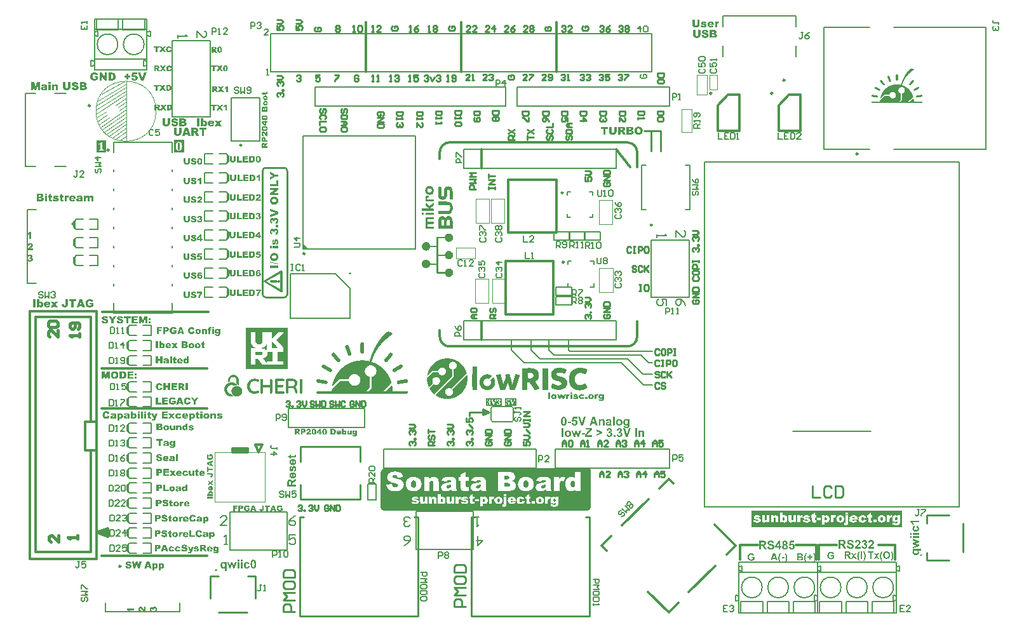
<source format=gto>
G04*
G04 #@! TF.GenerationSoftware,Altium Limited,Altium Designer,23.10.1 (27)*
G04*
G04 Layer_Color=65535*
%FSLAX44Y44*%
%MOMM*%
G71*
G04*
G04 #@! TF.SameCoordinates,1E8E639B-A9AB-46FE-9B68-82187C007E20*
G04*
G04*
G04 #@! TF.FilePolarity,Positive*
G04*
G01*
G75*
%ADD10C,0.2540*%
%ADD11C,0.2500*%
%ADD12C,0.1000*%
%ADD13C,0.2000*%
%ADD14C,0.3050*%
%ADD15C,0.1270*%
%ADD16C,0.2032*%
%ADD17C,0.3000*%
%ADD18C,0.3810*%
%ADD19R,3.9622X2.2606*%
%ADD20R,0.4826X5.1911*%
%ADD21R,1.0922X5.1911*%
%ADD22R,4.0640X2.2606*%
G36*
X1581241Y1001337D02*
X1581382D01*
Y1001266D01*
X1581524D01*
Y1001196D01*
X1581665D01*
Y1001125D01*
X1581736D01*
Y1001054D01*
X1581807D01*
Y1000983D01*
X1581878D01*
Y1000913D01*
X1581948D01*
Y1000771D01*
X1582019D01*
Y1000630D01*
X1582090D01*
Y1000205D01*
X1582161D01*
Y994333D01*
X1582090D01*
Y994262D01*
Y993909D01*
X1582019D01*
Y993767D01*
X1581948D01*
Y993696D01*
X1581878D01*
Y993555D01*
X1581807D01*
Y993484D01*
X1581736D01*
Y993413D01*
X1581665D01*
Y993343D01*
X1581524D01*
Y993272D01*
X1581453D01*
Y993201D01*
X1581241D01*
Y993130D01*
X1580321D01*
Y993201D01*
X1580180D01*
Y993272D01*
X1580038D01*
Y993343D01*
X1579897D01*
Y993413D01*
X1579826D01*
Y993484D01*
X1579755D01*
Y993555D01*
X1579684D01*
Y993696D01*
X1579614D01*
Y993767D01*
X1579543D01*
Y993979D01*
X1579472D01*
Y1000630D01*
X1579543D01*
Y1000771D01*
X1579614D01*
Y1000913D01*
X1579684D01*
Y1000983D01*
X1579755D01*
Y1001054D01*
X1579826D01*
Y1001125D01*
X1579897D01*
Y1001196D01*
X1580038D01*
Y1001266D01*
X1580180D01*
Y1001337D01*
X1580321D01*
Y1001408D01*
X1581241D01*
Y1001337D01*
D02*
G37*
G36*
X1569780Y999427D02*
X1569992D01*
Y999356D01*
X1570134D01*
Y999285D01*
X1570275D01*
Y999215D01*
X1570346D01*
Y999144D01*
X1570417D01*
Y999073D01*
X1570487D01*
Y999002D01*
X1570558D01*
Y998932D01*
X1570629D01*
Y998790D01*
X1570699D01*
Y998649D01*
X1570770D01*
Y998436D01*
X1570841D01*
Y998224D01*
X1570912D01*
Y998083D01*
X1570983D01*
Y997870D01*
X1571053D01*
Y997658D01*
X1571124D01*
Y997446D01*
X1571195D01*
Y997234D01*
X1571266D01*
Y997092D01*
X1571336D01*
Y996880D01*
X1571407D01*
Y996668D01*
X1571478D01*
Y996456D01*
X1571548D01*
Y996243D01*
X1571619D01*
Y996102D01*
X1571690D01*
Y995890D01*
X1571761D01*
Y995677D01*
X1571832D01*
Y995465D01*
X1571902D01*
Y995253D01*
X1571973D01*
Y995111D01*
X1572044D01*
Y994899D01*
X1572115D01*
Y994687D01*
X1572185D01*
Y994475D01*
X1572256D01*
Y994333D01*
X1572327D01*
Y994121D01*
X1572397D01*
Y993909D01*
X1572468D01*
Y993838D01*
Y993767D01*
Y993696D01*
X1572539D01*
Y993484D01*
X1572610D01*
Y993343D01*
X1572680D01*
Y993060D01*
X1572751D01*
Y992352D01*
X1572680D01*
Y992211D01*
X1572610D01*
Y992069D01*
X1572539D01*
Y991998D01*
X1572468D01*
Y991928D01*
X1572397D01*
Y991857D01*
X1572327D01*
Y991786D01*
X1572256D01*
Y991715D01*
X1572185D01*
Y991645D01*
X1572044D01*
Y991574D01*
X1571902D01*
Y991503D01*
X1571690D01*
Y991432D01*
X1571053D01*
Y991503D01*
X1570841D01*
Y991574D01*
X1570699D01*
Y991645D01*
X1570629D01*
Y991715D01*
X1570487D01*
Y991786D01*
X1570417D01*
Y991928D01*
X1570346D01*
Y991998D01*
X1570275D01*
Y992140D01*
X1570204D01*
Y992281D01*
X1570134D01*
Y992494D01*
X1570063D01*
Y992635D01*
X1569992D01*
Y992847D01*
X1569921D01*
Y993060D01*
X1569851D01*
Y993272D01*
X1569780D01*
Y993484D01*
X1569709D01*
Y993626D01*
X1569638D01*
Y993838D01*
X1569568D01*
Y994050D01*
X1569497D01*
Y994192D01*
X1569426D01*
Y994404D01*
X1569355D01*
Y994616D01*
X1569285D01*
Y994828D01*
X1569214D01*
Y995041D01*
X1569143D01*
Y995182D01*
X1569072D01*
Y995394D01*
X1569002D01*
Y995536D01*
X1568931D01*
Y995748D01*
X1568860D01*
Y995960D01*
X1568789D01*
Y996172D01*
X1568719D01*
Y996385D01*
X1568648D01*
Y996526D01*
X1568577D01*
Y996739D01*
X1568506D01*
Y996880D01*
X1568436D01*
Y997092D01*
X1568365D01*
Y997305D01*
X1568294D01*
Y997517D01*
X1568223D01*
Y997729D01*
X1568153D01*
Y998012D01*
X1568082D01*
Y998295D01*
X1568153D01*
Y998578D01*
X1568223D01*
Y998790D01*
X1568294D01*
Y998861D01*
X1568365D01*
Y998932D01*
X1568436D01*
Y999002D01*
X1568506D01*
Y999073D01*
X1568577D01*
Y999144D01*
X1568648D01*
Y999215D01*
X1568719D01*
Y999285D01*
X1568860D01*
Y999356D01*
X1569072D01*
Y999427D01*
X1569285D01*
Y999498D01*
X1569780D01*
Y999427D01*
D02*
G37*
G36*
X1600484Y1009190D02*
X1600979D01*
Y1009119D01*
X1601192D01*
Y1009048D01*
X1601404D01*
Y1008978D01*
X1601616D01*
Y1008907D01*
X1601758D01*
Y1008836D01*
X1601899D01*
Y1008765D01*
X1602041D01*
Y1008695D01*
X1602182D01*
Y1008624D01*
X1602324D01*
Y1008553D01*
X1602394D01*
Y1008483D01*
X1602465D01*
Y1008412D01*
X1602607D01*
Y1008341D01*
X1602677D01*
Y1008270D01*
X1602748D01*
Y1008200D01*
X1602890D01*
Y1008129D01*
X1602960D01*
Y1008058D01*
X1603031D01*
Y1007987D01*
X1603102D01*
Y1007917D01*
X1603172D01*
Y1007846D01*
X1603243D01*
Y1007704D01*
X1603314D01*
Y1007634D01*
X1603385D01*
Y1007563D01*
X1603243D01*
Y1007492D01*
X1603172D01*
Y1007421D01*
X1603102D01*
Y1007351D01*
X1603031D01*
Y1007280D01*
X1602890D01*
Y1007209D01*
X1602819D01*
Y1007138D01*
X1602677D01*
Y1007068D01*
X1602607D01*
Y1006997D01*
X1602536D01*
Y1006926D01*
X1602394D01*
Y1006855D01*
X1602324D01*
Y1006785D01*
X1602253D01*
Y1006714D01*
X1602111D01*
Y1006643D01*
X1602041D01*
Y1006572D01*
X1601899D01*
Y1006502D01*
X1601828D01*
Y1006431D01*
X1601758D01*
Y1006360D01*
X1601616D01*
Y1006289D01*
X1601545D01*
Y1006219D01*
X1601475D01*
Y1006148D01*
X1601404D01*
Y1006077D01*
X1601262D01*
Y1006006D01*
X1601192D01*
Y1005936D01*
X1601121D01*
Y1005865D01*
X1600979D01*
Y1005794D01*
X1600909D01*
Y1005723D01*
X1600838D01*
Y1005653D01*
X1600767D01*
Y1005582D01*
X1600626D01*
Y1005511D01*
X1600555D01*
Y1005440D01*
X1600484D01*
Y1005370D01*
X1600413D01*
Y1005299D01*
X1600272D01*
Y1005228D01*
X1600201D01*
Y1005157D01*
X1600130D01*
Y1005087D01*
X1600060D01*
Y1005016D01*
X1599918D01*
Y1004945D01*
X1599847D01*
Y1004874D01*
X1599777D01*
Y1004804D01*
X1599706D01*
Y1004733D01*
X1599635D01*
Y1004662D01*
X1599494D01*
Y1004591D01*
X1599423D01*
Y1004521D01*
X1599352D01*
Y1004450D01*
X1599281D01*
Y1004379D01*
X1599211D01*
Y1004308D01*
X1599069D01*
Y1004238D01*
X1598999D01*
Y1004167D01*
X1598928D01*
Y1004096D01*
X1598857D01*
Y1004025D01*
X1598786D01*
Y1003955D01*
X1598715D01*
Y1003884D01*
X1598645D01*
Y1003813D01*
X1598503D01*
Y1003743D01*
X1598432D01*
Y1003672D01*
X1598362D01*
Y1003601D01*
X1598291D01*
Y1003530D01*
X1598220D01*
Y1003459D01*
X1598150D01*
Y1003389D01*
X1598079D01*
Y1003318D01*
X1598008D01*
Y1003247D01*
X1597937D01*
Y1003176D01*
X1597796D01*
Y1003106D01*
X1597725D01*
Y1003035D01*
X1597654D01*
Y1002964D01*
X1597583D01*
Y1002894D01*
X1597513D01*
Y1002823D01*
X1597442D01*
Y1002752D01*
X1597371D01*
Y1002681D01*
X1597301D01*
Y1002610D01*
X1597230D01*
Y1002540D01*
X1597159D01*
Y1002469D01*
X1597088D01*
Y1002398D01*
X1597018D01*
Y1002327D01*
X1596947D01*
Y1002257D01*
X1596876D01*
Y1002186D01*
X1596805D01*
Y1002115D01*
X1596664D01*
Y1001974D01*
X1596522D01*
Y1001903D01*
X1596452D01*
Y1001761D01*
X1596310D01*
Y1001620D01*
X1596169D01*
Y1001549D01*
X1596098D01*
Y1001408D01*
X1596027D01*
Y1001337D01*
X1595956D01*
Y1001266D01*
X1595886D01*
Y1001196D01*
X1595815D01*
Y1001125D01*
X1595744D01*
Y1001054D01*
X1595673D01*
Y1000983D01*
X1595603D01*
Y1000913D01*
X1595532D01*
Y1000842D01*
X1595461D01*
Y1000771D01*
X1595390D01*
Y1000700D01*
X1595320D01*
Y1000630D01*
X1595249D01*
Y1000559D01*
X1595178D01*
Y1000488D01*
X1595107D01*
Y1000417D01*
X1595037D01*
Y1000347D01*
X1594966D01*
Y1000205D01*
X1594895D01*
Y1000134D01*
X1594824D01*
Y1000064D01*
X1594754D01*
Y999993D01*
X1594683D01*
Y999922D01*
X1594612D01*
Y999851D01*
X1594541D01*
Y999710D01*
X1594471D01*
Y999639D01*
X1594400D01*
Y999568D01*
X1594329D01*
Y999498D01*
X1594258D01*
Y999427D01*
X1594188D01*
Y999356D01*
X1594117D01*
Y999215D01*
X1594046D01*
Y999144D01*
X1593975D01*
Y999073D01*
X1593905D01*
Y999002D01*
X1593834D01*
Y998861D01*
X1593763D01*
Y998790D01*
X1593692D01*
Y998719D01*
X1593622D01*
Y998649D01*
X1593551D01*
Y998578D01*
X1593480D01*
Y998436D01*
X1593409D01*
Y998366D01*
X1593339D01*
Y998295D01*
X1593268D01*
Y998224D01*
X1593197D01*
Y998083D01*
X1593126D01*
Y998012D01*
X1593056D01*
Y997941D01*
X1592985D01*
Y997800D01*
X1592914D01*
Y997729D01*
X1592843D01*
Y997588D01*
X1592773D01*
Y997517D01*
X1592702D01*
Y997446D01*
X1592631D01*
Y997305D01*
X1592560D01*
Y997234D01*
X1592490D01*
Y997163D01*
X1592419D01*
Y997021D01*
X1592348D01*
Y996951D01*
X1592278D01*
Y996809D01*
X1592207D01*
Y996739D01*
X1592136D01*
Y996597D01*
X1592065D01*
Y996526D01*
X1591994D01*
Y996385D01*
X1591924D01*
Y996314D01*
X1591853D01*
Y996172D01*
X1591782D01*
Y996102D01*
X1591711D01*
Y995960D01*
X1591641D01*
Y995890D01*
X1591570D01*
Y995748D01*
X1591499D01*
Y995677D01*
X1591429D01*
Y995536D01*
X1591358D01*
Y995394D01*
X1591287D01*
Y995324D01*
X1591216D01*
Y995182D01*
X1591145D01*
Y995041D01*
X1591075D01*
Y994970D01*
X1591004D01*
Y994828D01*
X1590933D01*
Y994687D01*
X1590862D01*
Y994616D01*
X1590792D01*
Y994475D01*
X1590721D01*
Y994333D01*
X1590650D01*
Y994192D01*
X1590580D01*
Y994050D01*
X1590509D01*
Y993979D01*
X1590438D01*
Y993838D01*
X1590367D01*
Y993696D01*
X1590296D01*
Y993555D01*
X1590226D01*
Y993413D01*
X1590155D01*
Y993272D01*
X1590084D01*
Y993130D01*
X1590013D01*
Y992989D01*
X1589943D01*
Y992847D01*
X1589872D01*
Y992706D01*
X1589801D01*
Y992564D01*
X1589731D01*
Y992423D01*
X1589660D01*
Y992281D01*
X1589589D01*
Y992069D01*
X1589518D01*
Y991928D01*
X1589448D01*
Y991786D01*
X1589377D01*
Y991645D01*
X1589306D01*
Y991432D01*
X1589235D01*
Y991291D01*
X1589165D01*
Y991079D01*
X1589094D01*
Y990937D01*
X1589023D01*
Y990725D01*
X1588952D01*
Y990583D01*
X1588882D01*
Y990371D01*
X1588811D01*
Y990230D01*
X1588740D01*
Y990017D01*
X1588669D01*
Y989805D01*
X1588599D01*
Y989664D01*
X1588528D01*
Y989452D01*
X1588457D01*
Y989239D01*
X1588386D01*
Y989027D01*
X1588316D01*
Y988815D01*
X1588245D01*
Y988603D01*
X1588174D01*
Y988320D01*
X1588103D01*
Y988107D01*
X1588033D01*
Y987895D01*
X1587962D01*
Y987612D01*
X1587891D01*
Y987400D01*
X1587820D01*
Y987117D01*
X1587750D01*
Y986975D01*
X1587820D01*
Y986905D01*
X1588033D01*
Y986834D01*
X1588245D01*
Y986763D01*
X1588457D01*
Y986692D01*
X1588599D01*
Y986622D01*
X1588811D01*
Y986551D01*
X1588952D01*
Y986480D01*
X1589165D01*
Y986409D01*
X1589306D01*
Y986339D01*
X1589518D01*
Y986268D01*
X1589660D01*
Y986197D01*
X1589801D01*
Y986126D01*
X1590013D01*
Y986056D01*
X1590155D01*
Y985985D01*
X1590296D01*
Y985914D01*
X1590438D01*
Y985843D01*
X1590580D01*
Y985773D01*
X1590721D01*
Y985702D01*
X1590862D01*
Y985631D01*
X1591004D01*
Y985560D01*
X1591145D01*
Y985490D01*
X1591287D01*
Y985419D01*
X1591429D01*
Y985348D01*
X1591570D01*
Y985277D01*
X1591641D01*
Y985207D01*
X1591782D01*
Y985136D01*
X1591924D01*
Y985065D01*
X1592065D01*
Y984994D01*
X1592136D01*
Y984924D01*
X1592278D01*
Y984853D01*
X1592419D01*
Y984782D01*
X1592490D01*
Y984712D01*
X1592631D01*
Y984641D01*
X1592702D01*
Y984570D01*
X1592843D01*
Y984499D01*
X1592985D01*
Y984428D01*
X1593056D01*
Y984358D01*
X1593197D01*
Y984287D01*
X1593268D01*
Y984216D01*
X1593409D01*
Y984146D01*
X1593480D01*
Y984075D01*
X1593622D01*
Y984004D01*
X1593692D01*
Y983933D01*
X1593834D01*
Y983863D01*
X1593905D01*
Y983792D01*
X1593975D01*
Y983721D01*
X1594117D01*
Y983650D01*
X1594188D01*
Y983579D01*
X1594258D01*
Y983509D01*
X1594400D01*
Y983438D01*
X1594471D01*
Y983367D01*
X1594541D01*
Y983297D01*
X1594612D01*
Y983226D01*
X1594754D01*
Y983155D01*
X1594824D01*
Y983084D01*
X1594895D01*
Y983014D01*
X1594966D01*
Y982943D01*
X1595107D01*
Y982872D01*
X1595178D01*
Y982801D01*
X1595249D01*
Y982730D01*
X1595320D01*
Y982660D01*
X1595390D01*
Y982589D01*
X1595461D01*
Y982518D01*
X1595603D01*
Y982448D01*
X1595673D01*
Y982377D01*
X1595744D01*
Y982306D01*
X1595815D01*
Y982235D01*
X1595886D01*
Y982165D01*
X1595956D01*
Y982094D01*
X1596027D01*
Y982023D01*
X1596098D01*
Y981952D01*
X1596239D01*
Y981882D01*
X1596310D01*
Y981811D01*
X1596381D01*
Y981740D01*
X1596452D01*
Y981669D01*
X1596522D01*
Y981599D01*
X1596593D01*
Y981528D01*
X1596664D01*
Y981457D01*
X1596734D01*
Y981386D01*
X1596805D01*
Y981316D01*
X1596876D01*
Y981245D01*
X1596947D01*
Y981174D01*
X1597018D01*
Y981103D01*
X1597088D01*
Y981033D01*
X1597159D01*
Y980891D01*
X1597230D01*
Y980820D01*
X1597301D01*
Y980750D01*
X1597371D01*
Y980679D01*
X1597442D01*
Y980608D01*
X1597513D01*
Y980537D01*
X1597583D01*
Y980467D01*
X1597654D01*
Y980396D01*
X1597725D01*
Y980254D01*
X1597796D01*
Y980184D01*
X1597867D01*
Y980113D01*
X1597937D01*
Y980042D01*
X1598008D01*
Y979971D01*
X1598079D01*
Y979901D01*
X1598150D01*
Y979759D01*
X1598220D01*
Y979688D01*
X1598291D01*
Y979618D01*
X1598362D01*
Y979547D01*
X1598432D01*
Y979405D01*
X1598503D01*
Y979335D01*
X1598574D01*
Y979264D01*
X1598645D01*
Y979122D01*
X1598715D01*
Y979052D01*
X1598786D01*
Y978981D01*
X1598857D01*
Y978839D01*
X1598928D01*
Y978769D01*
X1598999D01*
Y978698D01*
X1599069D01*
Y978556D01*
X1599140D01*
Y978486D01*
X1599211D01*
Y978344D01*
X1599281D01*
Y978273D01*
X1599352D01*
Y978203D01*
X1599423D01*
Y978061D01*
X1599494D01*
Y977920D01*
X1599564D01*
Y977849D01*
X1599635D01*
Y977708D01*
X1599706D01*
Y977637D01*
X1599777D01*
Y977495D01*
X1599847D01*
Y977424D01*
X1599918D01*
Y977283D01*
X1599989D01*
Y977141D01*
X1600060D01*
Y977071D01*
X1600130D01*
Y976929D01*
X1600201D01*
Y976788D01*
X1600272D01*
Y976646D01*
X1600343D01*
Y976575D01*
X1600413D01*
Y976434D01*
X1600484D01*
Y976292D01*
X1600555D01*
Y976151D01*
X1600626D01*
Y976010D01*
X1600696D01*
Y975939D01*
X1600767D01*
Y975797D01*
X1600838D01*
Y975656D01*
X1600909D01*
Y975514D01*
X1600979D01*
Y975373D01*
X1601050D01*
Y975231D01*
X1601121D01*
Y975090D01*
X1601192D01*
Y974878D01*
X1601262D01*
Y974736D01*
X1601333D01*
Y974595D01*
X1601404D01*
Y974453D01*
X1601475D01*
Y974241D01*
X1601545D01*
Y974099D01*
X1601616D01*
Y973958D01*
X1601687D01*
Y973746D01*
X1601758D01*
Y973604D01*
X1601828D01*
Y973392D01*
X1601899D01*
Y973180D01*
X1601970D01*
Y972967D01*
X1602041D01*
Y972755D01*
X1602111D01*
Y972543D01*
X1602182D01*
Y972331D01*
X1602253D01*
Y972119D01*
X1602324D01*
Y971835D01*
X1602394D01*
Y971553D01*
X1602465D01*
Y971482D01*
X1602394D01*
Y971340D01*
X1602324D01*
Y971270D01*
X1602253D01*
Y971199D01*
X1602182D01*
Y971128D01*
X1602041D01*
Y970986D01*
X1601899D01*
Y970845D01*
X1601828D01*
Y970774D01*
X1601758D01*
Y970704D01*
X1601687D01*
Y970633D01*
X1601545D01*
Y970491D01*
X1601475D01*
Y970421D01*
X1601404D01*
Y970350D01*
X1601333D01*
Y970279D01*
X1601192D01*
Y970137D01*
X1601121D01*
Y970067D01*
X1601050D01*
Y969996D01*
X1600979D01*
Y969925D01*
X1600838D01*
Y969784D01*
X1600767D01*
Y969713D01*
X1600696D01*
Y969642D01*
X1600626D01*
Y969572D01*
X1600555D01*
Y969501D01*
X1600484D01*
Y969430D01*
X1600413D01*
Y969359D01*
X1600343D01*
Y969289D01*
X1600272D01*
Y969218D01*
X1600201D01*
Y969147D01*
X1600130D01*
Y969076D01*
X1599989D01*
Y968935D01*
X1599918D01*
Y968864D01*
X1599847D01*
Y968793D01*
X1599777D01*
Y968723D01*
X1599635D01*
Y968581D01*
X1599564D01*
Y968510D01*
X1599494D01*
Y968440D01*
X1599423D01*
Y968369D01*
X1599352D01*
Y968298D01*
X1599281D01*
Y968227D01*
X1599211D01*
Y968157D01*
X1599140D01*
Y968086D01*
X1599069D01*
Y968015D01*
X1598999D01*
Y967944D01*
X1598928D01*
Y967874D01*
X1598857D01*
Y967803D01*
X1598786D01*
Y967732D01*
X1598715D01*
Y967661D01*
X1598645D01*
Y967591D01*
X1598574D01*
Y967520D01*
X1598503D01*
Y967449D01*
X1598432D01*
Y967378D01*
X1598362D01*
Y967308D01*
X1598291D01*
Y967237D01*
X1598220D01*
Y967166D01*
X1598150D01*
Y967095D01*
X1598079D01*
Y967025D01*
X1598008D01*
Y966954D01*
X1597937D01*
Y966883D01*
X1597867D01*
Y966812D01*
X1597796D01*
Y966742D01*
X1597725D01*
Y966671D01*
X1597654D01*
Y966600D01*
X1597583D01*
Y966529D01*
X1597513D01*
Y966459D01*
X1597442D01*
Y966388D01*
X1597371D01*
Y966317D01*
X1597301D01*
Y966246D01*
X1597230D01*
Y966176D01*
X1597159D01*
Y966105D01*
X1597088D01*
Y966034D01*
X1597018D01*
Y965963D01*
X1596947D01*
Y965893D01*
X1596876D01*
Y965822D01*
X1596805D01*
Y965751D01*
X1596734D01*
Y965680D01*
X1596664D01*
Y965610D01*
X1596593D01*
Y965539D01*
X1596522D01*
Y965468D01*
X1596452D01*
Y965397D01*
X1596381D01*
Y965327D01*
X1596310D01*
Y965256D01*
X1598291D01*
Y965327D01*
X1598362D01*
Y965397D01*
X1598432D01*
Y965468D01*
X1598503D01*
Y965539D01*
X1598574D01*
Y965610D01*
X1598645D01*
Y965680D01*
X1598715D01*
Y965751D01*
X1598786D01*
Y965822D01*
X1598857D01*
Y965893D01*
X1598928D01*
Y965963D01*
X1598999D01*
Y966034D01*
X1599069D01*
Y966105D01*
X1599140D01*
Y966176D01*
X1599211D01*
Y966246D01*
X1599281D01*
Y966317D01*
X1599352D01*
Y966388D01*
X1599423D01*
Y966459D01*
X1599494D01*
Y966529D01*
X1599564D01*
Y966600D01*
X1599635D01*
Y966671D01*
X1599706D01*
Y966742D01*
X1599777D01*
Y966812D01*
X1599847D01*
Y966883D01*
X1599918D01*
Y966954D01*
X1599989D01*
Y967025D01*
X1600060D01*
Y967095D01*
X1600130D01*
Y967166D01*
X1600201D01*
Y967237D01*
X1600272D01*
Y967308D01*
X1600343D01*
Y967378D01*
X1600413D01*
Y967449D01*
X1600484D01*
Y967520D01*
X1600555D01*
Y967591D01*
X1600626D01*
Y967661D01*
X1600696D01*
Y967732D01*
X1600767D01*
Y967803D01*
X1600838D01*
Y967874D01*
X1600909D01*
Y967944D01*
X1600979D01*
Y968015D01*
X1601050D01*
Y968086D01*
X1601121D01*
Y968157D01*
X1601192D01*
Y968227D01*
X1601262D01*
Y968298D01*
X1601333D01*
Y968369D01*
X1601404D01*
Y968440D01*
X1601475D01*
Y968510D01*
X1601545D01*
Y968581D01*
X1601616D01*
Y968652D01*
X1601687D01*
Y968723D01*
X1601758D01*
Y968793D01*
X1601828D01*
Y968864D01*
X1601899D01*
Y968935D01*
X1601970D01*
Y969006D01*
X1602041D01*
Y969076D01*
X1602111D01*
Y969147D01*
X1602182D01*
Y969218D01*
X1602253D01*
Y969289D01*
X1602324D01*
Y969359D01*
X1602394D01*
Y969430D01*
X1602465D01*
Y969501D01*
X1602536D01*
Y969572D01*
X1602607D01*
Y969642D01*
X1602677D01*
Y969713D01*
X1602748D01*
Y969784D01*
X1602890D01*
Y969359D01*
X1602960D01*
Y969006D01*
X1603031D01*
Y968510D01*
X1603102D01*
Y967874D01*
X1603172D01*
Y967166D01*
X1603243D01*
Y965256D01*
X1613997D01*
Y965185D01*
X1614209D01*
Y965115D01*
X1614280D01*
Y965044D01*
X1614351D01*
Y964973D01*
X1614421D01*
Y964902D01*
X1614492D01*
Y964831D01*
X1614563D01*
Y964619D01*
X1614634D01*
Y964124D01*
X1614563D01*
Y963912D01*
X1614492D01*
Y963841D01*
X1614421D01*
Y963770D01*
X1614351D01*
Y963699D01*
X1614280D01*
Y963629D01*
X1614209D01*
Y963558D01*
X1614068D01*
Y963487D01*
X1547494D01*
Y963558D01*
X1547353D01*
Y963629D01*
X1547211D01*
Y963699D01*
X1547141D01*
Y963770D01*
X1547070D01*
Y963912D01*
X1546999D01*
Y963982D01*
X1546929D01*
Y964336D01*
X1546858D01*
Y964478D01*
X1546929D01*
Y964761D01*
X1546999D01*
Y964831D01*
X1547070D01*
Y964973D01*
X1547141D01*
Y965044D01*
X1547211D01*
Y965115D01*
X1547353D01*
Y965185D01*
X1547494D01*
Y965256D01*
X1558248D01*
Y965822D01*
X1558319D01*
Y966388D01*
X1558389D01*
Y966529D01*
X1558460D01*
Y966600D01*
X1558531D01*
Y966671D01*
X1558602D01*
Y966742D01*
X1558672D01*
Y966812D01*
X1558743D01*
Y966883D01*
X1558814D01*
Y966954D01*
X1558885D01*
Y967025D01*
X1558956D01*
Y967095D01*
X1559026D01*
Y967166D01*
X1559097D01*
Y967237D01*
X1559168D01*
Y967308D01*
X1559238D01*
Y967378D01*
X1559309D01*
Y967449D01*
X1559380D01*
Y967520D01*
X1559451D01*
Y967591D01*
X1559521D01*
Y967661D01*
X1559592D01*
Y967732D01*
X1559663D01*
Y967803D01*
X1559734D01*
Y967874D01*
X1559804D01*
Y967944D01*
X1559875D01*
Y968015D01*
X1559946D01*
Y968086D01*
X1560017D01*
Y968157D01*
X1560087D01*
Y968227D01*
X1560158D01*
Y968298D01*
X1560229D01*
Y968369D01*
X1560300D01*
Y968440D01*
X1560370D01*
Y968510D01*
X1560441D01*
Y968581D01*
X1560512D01*
Y968652D01*
X1560583D01*
Y968723D01*
X1560653D01*
Y968793D01*
X1560724D01*
Y968864D01*
X1560795D01*
Y968935D01*
X1560866D01*
Y969006D01*
X1560936D01*
Y969076D01*
X1561007D01*
Y969147D01*
X1561078D01*
Y969218D01*
X1561149D01*
Y969289D01*
X1561219D01*
Y969359D01*
X1561290D01*
Y969430D01*
X1561361D01*
Y969501D01*
X1561432D01*
Y969572D01*
X1561502D01*
Y969642D01*
X1561573D01*
Y969713D01*
X1561644D01*
Y969784D01*
X1561715D01*
Y969855D01*
X1561785D01*
Y969925D01*
X1561856D01*
Y969996D01*
X1561927D01*
Y970067D01*
X1561998D01*
Y970137D01*
X1562068D01*
Y970208D01*
X1562139D01*
Y970279D01*
X1562210D01*
Y970350D01*
X1562281D01*
Y970421D01*
X1562351D01*
Y970491D01*
X1562422D01*
Y970562D01*
X1562493D01*
Y970633D01*
X1562564D01*
Y970704D01*
X1562634D01*
Y970774D01*
X1562705D01*
Y970845D01*
X1562776D01*
Y970916D01*
X1562847D01*
Y970986D01*
X1562917D01*
Y971057D01*
X1562988D01*
Y971128D01*
X1563059D01*
Y971199D01*
X1563130D01*
Y971270D01*
X1563200D01*
Y971340D01*
X1563271D01*
Y971411D01*
X1563342D01*
Y971482D01*
X1563413D01*
Y971553D01*
X1563483D01*
Y971623D01*
X1563554D01*
Y971694D01*
X1563625D01*
Y971765D01*
X1563696D01*
Y971835D01*
X1563766D01*
Y971906D01*
X1563837D01*
Y971977D01*
X1563908D01*
Y972048D01*
X1563978D01*
Y972119D01*
X1564049D01*
Y972189D01*
X1564120D01*
Y972260D01*
X1564191D01*
Y972331D01*
X1564261D01*
Y972401D01*
X1564332D01*
Y972472D01*
X1564403D01*
Y972543D01*
X1564474D01*
Y972614D01*
X1564545D01*
Y972684D01*
X1564686D01*
Y972755D01*
X1564898D01*
Y972826D01*
X1565323D01*
Y972897D01*
X1570841D01*
Y972684D01*
X1570912D01*
Y972472D01*
X1570983D01*
Y972331D01*
X1571053D01*
Y972119D01*
X1571124D01*
Y971906D01*
X1571195D01*
Y971765D01*
X1571266D01*
Y971623D01*
X1571336D01*
Y971482D01*
X1571407D01*
Y971340D01*
X1571478D01*
Y971270D01*
X1571548D01*
Y971128D01*
X1571619D01*
Y971057D01*
X1571690D01*
Y970916D01*
X1571761D01*
Y970845D01*
X1571832D01*
Y970774D01*
X1571902D01*
Y970704D01*
X1571973D01*
Y970633D01*
X1572044D01*
Y970562D01*
X1572115D01*
Y970491D01*
X1572185D01*
Y970421D01*
X1572256D01*
Y970350D01*
X1572327D01*
Y970279D01*
X1572397D01*
Y970208D01*
X1572468D01*
Y970137D01*
X1572610D01*
Y970067D01*
X1572680D01*
Y969996D01*
X1572822D01*
Y969925D01*
X1572964D01*
Y969855D01*
X1573034D01*
Y969784D01*
X1573176D01*
Y969713D01*
X1573317D01*
Y969642D01*
X1573529D01*
Y969572D01*
X1573671D01*
Y969501D01*
X1573883D01*
Y969430D01*
X1574237D01*
Y969359D01*
X1574591D01*
Y969289D01*
X1575652D01*
Y969359D01*
X1576006D01*
Y969430D01*
X1576289D01*
Y969501D01*
X1576572D01*
Y969572D01*
X1576713D01*
Y969642D01*
X1576855D01*
Y969713D01*
X1576996D01*
Y969784D01*
X1577137D01*
Y969855D01*
X1577279D01*
Y969925D01*
X1577421D01*
Y969996D01*
X1577491D01*
Y970067D01*
X1577633D01*
Y970137D01*
X1577704D01*
Y970208D01*
X1577774D01*
Y970279D01*
X1577845D01*
Y970350D01*
X1577986D01*
Y970421D01*
X1578057D01*
Y970491D01*
X1578128D01*
Y970562D01*
X1578199D01*
Y970633D01*
X1578270D01*
Y970704D01*
X1578340D01*
Y970845D01*
X1578411D01*
Y970916D01*
X1578482D01*
Y970986D01*
X1578553D01*
Y971057D01*
X1578623D01*
Y971199D01*
X1578694D01*
Y971270D01*
X1578765D01*
Y971411D01*
X1578835D01*
Y971553D01*
X1578906D01*
Y971694D01*
X1578977D01*
Y971835D01*
X1579048D01*
Y971977D01*
X1579118D01*
Y972189D01*
X1579189D01*
Y972401D01*
X1579260D01*
Y972684D01*
X1579331D01*
Y973180D01*
X1579401D01*
Y973958D01*
X1579331D01*
Y974524D01*
X1579260D01*
Y974807D01*
X1579189D01*
Y975019D01*
X1579118D01*
Y975231D01*
X1579048D01*
Y975373D01*
X1578977D01*
Y975514D01*
X1578906D01*
Y975656D01*
X1578835D01*
Y975797D01*
X1578765D01*
Y975939D01*
X1578694D01*
Y976010D01*
X1578623D01*
Y976151D01*
X1578553D01*
Y976222D01*
X1578482D01*
Y976292D01*
X1578411D01*
Y976434D01*
X1578340D01*
Y976505D01*
X1578270D01*
Y976575D01*
X1578199D01*
Y976646D01*
X1578128D01*
Y976717D01*
X1578057D01*
Y976788D01*
X1577986D01*
Y976859D01*
X1577916D01*
Y976929D01*
X1577774D01*
Y977000D01*
X1577704D01*
Y977071D01*
X1577633D01*
Y977141D01*
X1577491D01*
Y977212D01*
X1577350D01*
Y977283D01*
X1577279D01*
Y977354D01*
X1577137D01*
Y977424D01*
X1576996D01*
Y977495D01*
X1576784D01*
Y977566D01*
X1576642D01*
Y977637D01*
X1576430D01*
Y977708D01*
X1576147D01*
Y977778D01*
X1575793D01*
Y977849D01*
X1574449D01*
Y977778D01*
X1574095D01*
Y977708D01*
X1573812D01*
Y977637D01*
X1573600D01*
Y977566D01*
X1573459D01*
Y977495D01*
X1573246D01*
Y977424D01*
X1573105D01*
Y977354D01*
X1573034D01*
Y977283D01*
X1572893D01*
Y977212D01*
X1572751D01*
Y977141D01*
X1572680D01*
Y977071D01*
X1572539D01*
Y977000D01*
X1572468D01*
Y976929D01*
X1572397D01*
Y976859D01*
X1572327D01*
Y976788D01*
X1572256D01*
Y976717D01*
X1572115D01*
Y976646D01*
X1572044D01*
Y976575D01*
X1571973D01*
Y976505D01*
X1571902D01*
Y976363D01*
X1571832D01*
Y976292D01*
X1571761D01*
Y976222D01*
X1571690D01*
Y976080D01*
X1571619D01*
Y976010D01*
X1571548D01*
Y975939D01*
X1571478D01*
Y975797D01*
X1571407D01*
Y975656D01*
X1571336D01*
Y975514D01*
X1571266D01*
Y975373D01*
X1571195D01*
Y975231D01*
X1571124D01*
Y975090D01*
X1571053D01*
Y974878D01*
X1570983D01*
Y974665D01*
X1570912D01*
Y974453D01*
X1570841D01*
Y974312D01*
X1564686D01*
Y974241D01*
X1564403D01*
Y974170D01*
X1564191D01*
Y974099D01*
X1564049D01*
Y974029D01*
X1563908D01*
Y973958D01*
X1563837D01*
Y973887D01*
X1563766D01*
Y973816D01*
X1563625D01*
Y973746D01*
X1563554D01*
Y973675D01*
X1563483D01*
Y973604D01*
X1563413D01*
Y973533D01*
X1563342D01*
Y973463D01*
X1563271D01*
Y973392D01*
X1563200D01*
Y973321D01*
X1563130D01*
Y973250D01*
X1563059D01*
Y973180D01*
X1562988D01*
Y973109D01*
X1562917D01*
Y973038D01*
X1562847D01*
Y972967D01*
X1562776D01*
Y972897D01*
X1562705D01*
Y972826D01*
X1562634D01*
Y972755D01*
X1562564D01*
Y972684D01*
X1562493D01*
Y972614D01*
X1562422D01*
Y972543D01*
X1562351D01*
Y972472D01*
X1562281D01*
Y972401D01*
X1562210D01*
Y972331D01*
X1562139D01*
Y972260D01*
X1562068D01*
Y972189D01*
X1561998D01*
Y972119D01*
X1561927D01*
Y972048D01*
X1561856D01*
Y971977D01*
X1561785D01*
Y971906D01*
X1561715D01*
Y971835D01*
X1561644D01*
Y971765D01*
X1561573D01*
Y971694D01*
X1561502D01*
Y971623D01*
X1561432D01*
Y971553D01*
X1561361D01*
Y971482D01*
X1561290D01*
Y971411D01*
X1561219D01*
Y971340D01*
X1561149D01*
Y971270D01*
X1561078D01*
Y971199D01*
X1561007D01*
Y971128D01*
X1560936D01*
Y971057D01*
X1560866D01*
Y970986D01*
X1560795D01*
Y970916D01*
X1560724D01*
Y970845D01*
X1560653D01*
Y970774D01*
X1560583D01*
Y970704D01*
X1560512D01*
Y970633D01*
X1560441D01*
Y970562D01*
X1560370D01*
Y970491D01*
X1560300D01*
Y970421D01*
X1560229D01*
Y970350D01*
X1560158D01*
Y970279D01*
X1560087D01*
Y970208D01*
X1560017D01*
Y970137D01*
X1559946D01*
Y970067D01*
X1559875D01*
Y969996D01*
X1559804D01*
Y969925D01*
X1559734D01*
Y969855D01*
X1559663D01*
Y969784D01*
X1559592D01*
Y969713D01*
X1559521D01*
Y969642D01*
X1559451D01*
Y969572D01*
X1559380D01*
Y969501D01*
X1559309D01*
Y969430D01*
X1559238D01*
Y969359D01*
X1559168D01*
Y969289D01*
X1559097D01*
Y969218D01*
X1559026D01*
Y969147D01*
X1558956D01*
Y969076D01*
X1558885D01*
Y969006D01*
X1558814D01*
Y968935D01*
X1558743D01*
Y968864D01*
X1558672D01*
Y968793D01*
X1558602D01*
Y968723D01*
X1558531D01*
Y968864D01*
X1558602D01*
Y969430D01*
X1558672D01*
Y969996D01*
X1558743D01*
Y970279D01*
X1558814D01*
Y970633D01*
X1558885D01*
Y970916D01*
X1558956D01*
Y971199D01*
X1559026D01*
Y971482D01*
X1559097D01*
Y971694D01*
X1559168D01*
Y971906D01*
X1559238D01*
Y972189D01*
X1559309D01*
Y972401D01*
X1559380D01*
Y972614D01*
X1559451D01*
Y972826D01*
X1559521D01*
Y973038D01*
X1559592D01*
Y973250D01*
X1559663D01*
Y973392D01*
X1559734D01*
Y973604D01*
X1559804D01*
Y973746D01*
X1559875D01*
Y973958D01*
X1559946D01*
Y974099D01*
X1560017D01*
Y974312D01*
X1560087D01*
Y974453D01*
X1560158D01*
Y974595D01*
X1560229D01*
Y974807D01*
X1560300D01*
Y974948D01*
X1560370D01*
Y975090D01*
X1560441D01*
Y975231D01*
X1560512D01*
Y975373D01*
X1560583D01*
Y975514D01*
X1560653D01*
Y975656D01*
X1560724D01*
Y975797D01*
X1560795D01*
Y975939D01*
X1560866D01*
Y976080D01*
X1560936D01*
Y976222D01*
X1561007D01*
Y976363D01*
X1561078D01*
Y976505D01*
X1561149D01*
Y976646D01*
X1561219D01*
Y976717D01*
X1561290D01*
Y976859D01*
X1561361D01*
Y977000D01*
X1561432D01*
Y977141D01*
X1561502D01*
Y977212D01*
X1561573D01*
Y977354D01*
X1561644D01*
Y977424D01*
X1561715D01*
Y977566D01*
X1561785D01*
Y977708D01*
X1561856D01*
Y977778D01*
X1561927D01*
Y977920D01*
X1561998D01*
Y977990D01*
X1562068D01*
Y978132D01*
X1562139D01*
Y978203D01*
X1562210D01*
Y978344D01*
X1562281D01*
Y978415D01*
X1562351D01*
Y978556D01*
X1562422D01*
Y978627D01*
X1562493D01*
Y978698D01*
X1562564D01*
Y978839D01*
X1562634D01*
Y978910D01*
X1562705D01*
Y978981D01*
X1562776D01*
Y979122D01*
X1562847D01*
Y979193D01*
X1562917D01*
Y979264D01*
X1562988D01*
Y979405D01*
X1563059D01*
Y979476D01*
X1563130D01*
Y979547D01*
X1563200D01*
Y979618D01*
X1563271D01*
Y979759D01*
X1563342D01*
Y979830D01*
X1563413D01*
Y979901D01*
X1563483D01*
Y979971D01*
X1563554D01*
Y980113D01*
X1563625D01*
Y980184D01*
X1563696D01*
Y980254D01*
X1563766D01*
Y980325D01*
X1563837D01*
Y980396D01*
X1563908D01*
Y980467D01*
X1563978D01*
Y980537D01*
X1564049D01*
Y980608D01*
X1564120D01*
Y980750D01*
X1564191D01*
Y980820D01*
X1564261D01*
Y980891D01*
X1564332D01*
Y980962D01*
X1564403D01*
Y981033D01*
X1564474D01*
Y981103D01*
X1564545D01*
Y981174D01*
X1564615D01*
Y981245D01*
X1564686D01*
Y981316D01*
X1564757D01*
Y981386D01*
X1564828D01*
Y981457D01*
X1564898D01*
Y981528D01*
X1564969D01*
Y981599D01*
X1565040D01*
Y981669D01*
X1565110D01*
Y981740D01*
X1565181D01*
Y981811D01*
X1565252D01*
Y981882D01*
X1565323D01*
Y981952D01*
X1565394D01*
Y982023D01*
X1565464D01*
Y982094D01*
X1565535D01*
Y982165D01*
X1565606D01*
Y982235D01*
X1565677D01*
Y982306D01*
X1565818D01*
Y982377D01*
X1565889D01*
Y982448D01*
X1565959D01*
Y982518D01*
X1566030D01*
Y982589D01*
X1566101D01*
Y982660D01*
X1566172D01*
Y982730D01*
X1566313D01*
Y982801D01*
X1566384D01*
Y982872D01*
X1566455D01*
Y982943D01*
X1566525D01*
Y983014D01*
X1566596D01*
Y983084D01*
X1566667D01*
Y983155D01*
X1566808D01*
Y983226D01*
X1566879D01*
Y983297D01*
X1566950D01*
Y983367D01*
X1567091D01*
Y983438D01*
X1567162D01*
Y983509D01*
X1567233D01*
Y983579D01*
X1567374D01*
Y983650D01*
X1567445D01*
Y983721D01*
X1567516D01*
Y983792D01*
X1567657D01*
Y983863D01*
X1567728D01*
Y983933D01*
X1567870D01*
Y984004D01*
X1567940D01*
Y984075D01*
X1568011D01*
Y984146D01*
X1568153D01*
Y984216D01*
X1568223D01*
Y984287D01*
X1568365D01*
Y984358D01*
X1568436D01*
Y984428D01*
X1568577D01*
Y984499D01*
X1568648D01*
Y984570D01*
X1568789D01*
Y984641D01*
X1568931D01*
Y984712D01*
X1569002D01*
Y984782D01*
X1569143D01*
Y984853D01*
X1569214D01*
Y984924D01*
X1569355D01*
Y984994D01*
X1569497D01*
Y985065D01*
X1569638D01*
Y985136D01*
X1569780D01*
Y985207D01*
X1569851D01*
Y985277D01*
X1569992D01*
Y985348D01*
X1570134D01*
Y985419D01*
X1570275D01*
Y985490D01*
X1570417D01*
Y985560D01*
X1570487D01*
Y985631D01*
X1570699D01*
Y985702D01*
X1570770D01*
Y985773D01*
X1570983D01*
Y985843D01*
X1571124D01*
Y985914D01*
X1571266D01*
Y985985D01*
X1571407D01*
Y986056D01*
X1571548D01*
Y986126D01*
X1571690D01*
Y986197D01*
X1571832D01*
Y986268D01*
X1572044D01*
Y986339D01*
X1572185D01*
Y986409D01*
X1572397D01*
Y986480D01*
X1572539D01*
Y986551D01*
X1572751D01*
Y986622D01*
X1572964D01*
Y986692D01*
X1573105D01*
Y986763D01*
X1573317D01*
Y986834D01*
X1573529D01*
Y986905D01*
X1573742D01*
Y986975D01*
X1573954D01*
Y987046D01*
X1574166D01*
Y987117D01*
X1574449D01*
Y987188D01*
X1574661D01*
Y987258D01*
X1574944D01*
Y987329D01*
X1575227D01*
Y987400D01*
X1575440D01*
Y987471D01*
X1575793D01*
Y987541D01*
X1576147D01*
Y987612D01*
X1576430D01*
Y987683D01*
X1576855D01*
Y987754D01*
X1577279D01*
Y987824D01*
X1577774D01*
Y987895D01*
X1578270D01*
Y987966D01*
X1579118D01*
Y988037D01*
X1582444D01*
Y987966D01*
X1583222D01*
Y987895D01*
X1583788D01*
Y987824D01*
X1584283D01*
Y987754D01*
X1584637D01*
Y987683D01*
X1585061D01*
Y987612D01*
X1585344D01*
Y987541D01*
X1585698D01*
Y987471D01*
X1586052D01*
Y987400D01*
X1586193D01*
Y987683D01*
X1586264D01*
Y987966D01*
X1586335D01*
Y988178D01*
X1586405D01*
Y988461D01*
X1586476D01*
Y988673D01*
X1586547D01*
Y988886D01*
X1586618D01*
Y989168D01*
X1586688D01*
Y989381D01*
X1586759D01*
Y989593D01*
X1586830D01*
Y989805D01*
X1586901D01*
Y990017D01*
X1586971D01*
Y990230D01*
X1587042D01*
Y990442D01*
X1587113D01*
Y990654D01*
X1587184D01*
Y990866D01*
X1587254D01*
Y991079D01*
X1587325D01*
Y991291D01*
X1587396D01*
Y991432D01*
X1587467D01*
Y991645D01*
X1587537D01*
Y991786D01*
X1587608D01*
Y991998D01*
X1587679D01*
Y992211D01*
X1587750D01*
Y992352D01*
X1587820D01*
Y992564D01*
X1587891D01*
Y992706D01*
X1587962D01*
Y992918D01*
X1588033D01*
Y993060D01*
X1588103D01*
Y993272D01*
X1588174D01*
Y993413D01*
X1588245D01*
Y993555D01*
X1588316D01*
Y993767D01*
X1588386D01*
Y993909D01*
X1588457D01*
Y994050D01*
X1588528D01*
Y994262D01*
X1588599D01*
Y994404D01*
X1588669D01*
Y994545D01*
X1588740D01*
Y994687D01*
X1588811D01*
Y994899D01*
X1588882D01*
Y995041D01*
X1588952D01*
Y995182D01*
X1589023D01*
Y995324D01*
X1589094D01*
Y995465D01*
X1589165D01*
Y995607D01*
X1589235D01*
Y995819D01*
X1589306D01*
Y995960D01*
X1589377D01*
Y996102D01*
X1589448D01*
Y996243D01*
X1589518D01*
Y996385D01*
X1589589D01*
Y996526D01*
X1589660D01*
Y996668D01*
X1589731D01*
Y996809D01*
X1589801D01*
Y996951D01*
X1589872D01*
Y997092D01*
X1589943D01*
Y997163D01*
X1590013D01*
Y997305D01*
X1590084D01*
Y997517D01*
X1590155D01*
Y997588D01*
X1590226D01*
Y997729D01*
X1590296D01*
Y997870D01*
X1590367D01*
Y998012D01*
X1590438D01*
Y998154D01*
X1590509D01*
Y998295D01*
X1590580D01*
Y998366D01*
X1590650D01*
Y998507D01*
X1590721D01*
Y998649D01*
X1590792D01*
Y998790D01*
X1590862D01*
Y998861D01*
X1590933D01*
Y999002D01*
X1591004D01*
Y999144D01*
X1591075D01*
Y999285D01*
X1591145D01*
Y999427D01*
X1591216D01*
Y999498D01*
X1591287D01*
Y999639D01*
X1591358D01*
Y999710D01*
X1591429D01*
Y999851D01*
X1591499D01*
Y999993D01*
X1591570D01*
Y1000134D01*
X1591641D01*
Y1000205D01*
X1591711D01*
Y1000347D01*
X1591782D01*
Y1000417D01*
X1591853D01*
Y1000559D01*
X1591924D01*
Y1000700D01*
X1591994D01*
Y1000771D01*
X1592065D01*
Y1000913D01*
X1592136D01*
Y1001054D01*
X1592207D01*
Y1001125D01*
X1592278D01*
Y1001266D01*
X1592348D01*
Y1001337D01*
X1592419D01*
Y1001479D01*
X1592490D01*
Y1001549D01*
X1592560D01*
Y1001691D01*
X1592631D01*
Y1001761D01*
X1592702D01*
Y1001903D01*
X1592773D01*
Y1001974D01*
X1592843D01*
Y1002115D01*
X1592914D01*
Y1002186D01*
X1592985D01*
Y1002327D01*
X1593056D01*
Y1002398D01*
X1593126D01*
Y1002469D01*
X1593197D01*
Y1002610D01*
X1593268D01*
Y1002681D01*
X1593339D01*
Y1002823D01*
X1593409D01*
Y1002894D01*
X1593480D01*
Y1003035D01*
X1593551D01*
Y1003106D01*
X1593622D01*
Y1003176D01*
X1593692D01*
Y1003318D01*
X1593763D01*
Y1003389D01*
X1593834D01*
Y1003530D01*
X1593905D01*
Y1003601D01*
X1593975D01*
Y1003672D01*
X1594046D01*
Y1003813D01*
X1594117D01*
Y1003884D01*
X1594188D01*
Y1003955D01*
X1594258D01*
Y1004096D01*
X1594329D01*
Y1004167D01*
X1594400D01*
Y1004238D01*
X1594471D01*
Y1004308D01*
X1594541D01*
Y1004450D01*
X1594612D01*
Y1004521D01*
X1594683D01*
Y1004591D01*
X1594754D01*
Y1004733D01*
X1594824D01*
Y1004804D01*
X1594895D01*
Y1004874D01*
X1594966D01*
Y1004945D01*
X1595037D01*
Y1005087D01*
X1595107D01*
Y1005157D01*
X1595178D01*
Y1005228D01*
X1595249D01*
Y1005299D01*
X1595320D01*
Y1005370D01*
X1595390D01*
Y1005511D01*
X1595461D01*
Y1005582D01*
X1595532D01*
Y1005653D01*
X1595603D01*
Y1005723D01*
X1595673D01*
Y1005794D01*
X1595744D01*
Y1005865D01*
X1595815D01*
Y1006006D01*
X1595886D01*
Y1006077D01*
X1595956D01*
Y1006148D01*
X1596027D01*
Y1006219D01*
X1596098D01*
Y1006289D01*
X1596169D01*
Y1006360D01*
X1596239D01*
Y1006431D01*
X1596310D01*
Y1006572D01*
X1596381D01*
Y1006643D01*
X1596452D01*
Y1006714D01*
X1596522D01*
Y1006785D01*
X1596593D01*
Y1006855D01*
X1596664D01*
Y1006926D01*
X1596734D01*
Y1006997D01*
X1596805D01*
Y1007068D01*
X1596876D01*
Y1007138D01*
X1596947D01*
Y1007209D01*
X1597018D01*
Y1007280D01*
X1597088D01*
Y1007351D01*
X1597159D01*
Y1007421D01*
X1597230D01*
Y1007492D01*
X1597301D01*
Y1007563D01*
X1597371D01*
Y1007634D01*
X1597442D01*
Y1007704D01*
X1597513D01*
Y1007775D01*
X1597583D01*
Y1007846D01*
X1597654D01*
Y1007917D01*
X1597725D01*
Y1007987D01*
X1597796D01*
Y1008058D01*
X1597867D01*
Y1008129D01*
X1597937D01*
Y1008200D01*
X1598008D01*
Y1008270D01*
X1598079D01*
Y1008341D01*
X1598150D01*
Y1008412D01*
X1598220D01*
Y1008483D01*
X1598291D01*
Y1008553D01*
X1598362D01*
Y1008624D01*
X1598503D01*
Y1008695D01*
X1598574D01*
Y1008765D01*
X1598715D01*
Y1008836D01*
X1598786D01*
Y1008907D01*
X1598928D01*
Y1008978D01*
X1599069D01*
Y1009048D01*
X1599281D01*
Y1009119D01*
X1599494D01*
Y1009190D01*
X1599918D01*
Y1009261D01*
X1600484D01*
Y1009190D01*
D02*
G37*
G36*
X1602182Y993696D02*
X1602465D01*
Y993626D01*
X1602607D01*
Y993555D01*
X1602677D01*
Y993484D01*
X1602819D01*
Y993413D01*
X1602890D01*
Y993343D01*
X1602960D01*
Y993272D01*
X1603031D01*
Y993201D01*
X1603102D01*
Y993060D01*
X1603172D01*
Y992989D01*
X1603243D01*
Y992777D01*
X1603314D01*
Y992564D01*
X1603385D01*
Y992211D01*
X1603314D01*
Y991998D01*
X1603243D01*
Y991786D01*
X1603172D01*
Y991645D01*
X1603102D01*
Y991574D01*
X1603031D01*
Y991503D01*
X1602960D01*
Y991432D01*
X1602890D01*
Y991291D01*
X1602819D01*
Y991220D01*
X1602748D01*
Y991150D01*
X1602677D01*
Y991079D01*
X1602607D01*
Y991008D01*
X1602536D01*
Y990866D01*
X1602465D01*
Y990796D01*
X1602394D01*
Y990725D01*
X1602324D01*
Y990654D01*
X1602253D01*
Y990583D01*
X1602182D01*
Y990442D01*
X1602111D01*
Y990371D01*
X1602041D01*
Y990301D01*
X1601970D01*
Y990230D01*
X1601899D01*
Y990159D01*
X1601828D01*
Y990017D01*
X1601758D01*
Y989947D01*
X1601687D01*
Y989876D01*
X1601616D01*
Y989805D01*
X1601545D01*
Y989734D01*
X1601475D01*
Y989593D01*
X1601404D01*
Y989522D01*
X1601333D01*
Y989452D01*
X1601262D01*
Y989381D01*
X1601192D01*
Y989239D01*
X1601121D01*
Y989168D01*
X1601050D01*
Y989098D01*
X1600979D01*
Y989027D01*
X1600909D01*
Y988956D01*
X1600838D01*
Y988815D01*
X1600767D01*
Y988744D01*
X1600696D01*
Y988673D01*
X1600626D01*
Y988603D01*
X1600555D01*
Y988532D01*
X1600484D01*
Y988390D01*
X1600413D01*
Y988320D01*
X1600343D01*
Y988249D01*
X1600272D01*
Y988178D01*
X1600201D01*
Y988107D01*
X1600130D01*
Y987966D01*
X1600060D01*
Y987895D01*
X1599989D01*
Y987824D01*
X1599918D01*
Y987754D01*
X1599847D01*
Y987683D01*
X1599777D01*
Y987541D01*
X1599706D01*
Y987471D01*
X1599635D01*
Y987400D01*
X1599564D01*
Y987329D01*
X1599494D01*
Y987258D01*
X1599423D01*
Y987117D01*
X1599281D01*
Y986975D01*
X1599140D01*
Y986905D01*
X1599069D01*
Y986834D01*
X1598928D01*
Y986763D01*
X1598715D01*
Y986692D01*
X1598079D01*
Y986763D01*
X1597867D01*
Y986834D01*
X1597725D01*
Y986905D01*
X1597583D01*
Y986975D01*
X1597513D01*
Y987046D01*
X1597442D01*
Y987117D01*
X1597371D01*
Y987188D01*
X1597301D01*
Y987258D01*
X1597230D01*
Y987329D01*
X1597159D01*
Y987471D01*
X1597088D01*
Y987612D01*
X1597018D01*
Y987824D01*
X1596947D01*
Y988249D01*
X1597018D01*
Y988532D01*
X1597088D01*
Y988673D01*
X1597159D01*
Y988744D01*
X1597230D01*
Y988815D01*
X1597301D01*
Y988956D01*
X1597371D01*
Y989027D01*
X1597442D01*
Y989098D01*
X1597513D01*
Y989168D01*
X1597583D01*
Y989239D01*
X1597654D01*
Y989381D01*
X1597725D01*
Y989452D01*
X1597796D01*
Y989522D01*
X1597867D01*
Y989593D01*
X1597937D01*
Y989664D01*
X1598008D01*
Y989805D01*
X1598079D01*
Y989876D01*
X1598150D01*
Y989947D01*
X1598220D01*
Y990017D01*
X1598291D01*
Y990088D01*
X1598362D01*
Y990230D01*
X1598432D01*
Y990301D01*
X1598503D01*
Y990371D01*
X1598574D01*
Y990442D01*
X1598645D01*
Y990513D01*
X1598715D01*
Y990583D01*
X1598786D01*
Y990725D01*
X1598857D01*
Y990796D01*
X1598928D01*
Y990866D01*
X1598999D01*
Y990937D01*
X1599069D01*
Y991008D01*
X1599140D01*
Y991079D01*
X1599211D01*
Y991220D01*
X1599281D01*
Y991291D01*
X1599352D01*
Y991362D01*
X1599423D01*
Y991432D01*
X1599494D01*
Y991574D01*
X1599564D01*
Y991645D01*
X1599635D01*
Y991715D01*
X1599706D01*
Y991786D01*
X1599777D01*
Y991857D01*
X1599847D01*
Y991928D01*
X1599918D01*
Y992069D01*
X1599989D01*
Y992140D01*
X1600060D01*
Y992211D01*
X1600130D01*
Y992281D01*
X1600201D01*
Y992352D01*
X1600272D01*
Y992494D01*
X1600343D01*
Y992564D01*
X1600413D01*
Y992635D01*
X1600484D01*
Y992706D01*
X1600555D01*
Y992777D01*
X1600626D01*
Y992847D01*
X1600696D01*
Y992989D01*
X1600767D01*
Y993060D01*
X1600838D01*
Y993130D01*
X1600909D01*
Y993201D01*
X1600979D01*
Y993272D01*
X1601050D01*
Y993343D01*
X1601121D01*
Y993413D01*
X1601192D01*
Y993484D01*
X1601262D01*
Y993555D01*
X1601404D01*
Y993626D01*
X1601475D01*
Y993696D01*
X1601758D01*
Y993767D01*
X1602182D01*
Y993696D01*
D02*
G37*
G36*
X1559734D02*
X1560017D01*
Y993626D01*
X1560158D01*
Y993555D01*
X1560229D01*
Y993484D01*
X1560370D01*
Y993413D01*
X1560441D01*
Y993343D01*
X1560512D01*
Y993272D01*
X1560583D01*
Y993130D01*
X1560653D01*
Y993060D01*
X1560724D01*
Y992989D01*
X1560795D01*
Y992918D01*
X1560866D01*
Y992847D01*
X1560936D01*
Y992777D01*
X1561007D01*
Y992635D01*
X1561078D01*
Y992564D01*
X1561149D01*
Y992494D01*
X1561219D01*
Y992423D01*
X1561290D01*
Y992352D01*
X1561361D01*
Y992281D01*
X1561432D01*
Y992140D01*
X1561502D01*
Y992069D01*
X1561573D01*
Y991998D01*
X1561644D01*
Y991928D01*
X1561715D01*
Y991786D01*
X1561785D01*
Y991715D01*
X1561856D01*
Y991645D01*
X1561927D01*
Y991574D01*
X1561998D01*
Y991503D01*
X1562068D01*
Y991432D01*
X1562139D01*
Y991291D01*
X1562210D01*
Y991220D01*
X1562281D01*
Y991150D01*
X1562351D01*
Y991079D01*
X1562422D01*
Y991008D01*
X1562493D01*
Y990866D01*
X1562564D01*
Y990796D01*
X1562634D01*
Y990725D01*
X1562705D01*
Y990654D01*
X1562776D01*
Y990583D01*
X1562847D01*
Y990442D01*
X1562917D01*
Y990371D01*
X1562988D01*
Y990301D01*
X1563059D01*
Y990230D01*
X1563130D01*
Y990159D01*
X1563200D01*
Y990017D01*
X1563271D01*
Y989947D01*
X1563342D01*
Y989876D01*
X1563413D01*
Y989805D01*
X1563483D01*
Y989734D01*
X1563554D01*
Y989593D01*
X1563625D01*
Y989522D01*
X1563696D01*
Y989452D01*
X1563766D01*
Y989381D01*
X1563837D01*
Y989310D01*
X1563908D01*
Y989239D01*
X1563978D01*
Y989168D01*
X1564049D01*
Y989027D01*
X1564120D01*
Y988956D01*
X1564191D01*
Y988886D01*
X1564261D01*
Y988744D01*
X1564332D01*
Y988673D01*
X1564403D01*
Y988532D01*
X1564474D01*
Y988390D01*
X1564545D01*
Y987683D01*
X1564474D01*
Y987612D01*
Y987541D01*
X1564403D01*
Y987400D01*
X1564332D01*
Y987329D01*
X1564261D01*
Y987188D01*
X1564191D01*
Y987117D01*
X1564120D01*
Y987046D01*
X1564049D01*
Y986975D01*
X1563908D01*
Y986905D01*
X1563837D01*
Y986834D01*
X1563696D01*
Y986763D01*
X1563483D01*
Y986692D01*
X1562847D01*
Y986763D01*
X1562634D01*
Y986834D01*
X1562493D01*
Y986905D01*
X1562422D01*
Y986975D01*
X1562281D01*
Y987117D01*
X1562139D01*
Y987258D01*
X1562068D01*
Y987329D01*
X1561998D01*
Y987400D01*
X1561927D01*
Y987471D01*
X1561856D01*
Y987541D01*
X1561785D01*
Y987683D01*
X1561715D01*
Y987754D01*
X1561644D01*
Y987824D01*
X1561573D01*
Y987895D01*
X1561502D01*
Y987966D01*
X1561432D01*
Y988107D01*
X1561361D01*
Y988178D01*
X1561290D01*
Y988249D01*
X1561219D01*
Y988320D01*
X1561149D01*
Y988390D01*
X1561078D01*
Y988532D01*
X1561007D01*
Y988603D01*
X1560936D01*
Y988673D01*
X1560866D01*
Y988744D01*
X1560795D01*
Y988815D01*
X1560724D01*
Y988886D01*
X1560653D01*
Y989027D01*
X1560583D01*
Y989098D01*
X1560512D01*
Y989168D01*
X1560441D01*
Y989239D01*
X1560370D01*
Y989310D01*
X1560300D01*
Y989381D01*
X1560229D01*
Y989522D01*
X1560158D01*
Y989593D01*
X1560087D01*
Y989664D01*
X1560017D01*
Y989734D01*
X1559946D01*
Y989805D01*
X1559875D01*
Y989947D01*
X1559804D01*
Y990017D01*
X1559734D01*
Y990088D01*
X1559663D01*
Y990159D01*
X1559592D01*
Y990230D01*
X1559521D01*
Y990371D01*
X1559451D01*
Y990442D01*
X1559380D01*
Y990513D01*
X1559309D01*
Y990583D01*
X1559238D01*
Y990654D01*
X1559168D01*
Y990796D01*
X1559097D01*
Y990866D01*
X1559026D01*
Y990937D01*
X1558956D01*
Y991008D01*
X1558885D01*
Y991079D01*
X1558814D01*
Y991150D01*
X1558743D01*
Y991291D01*
X1558672D01*
Y991362D01*
X1558602D01*
Y991432D01*
X1558531D01*
Y991503D01*
X1558460D01*
Y991645D01*
X1558389D01*
Y991715D01*
X1558319D01*
Y991857D01*
X1558248D01*
Y991998D01*
X1558177D01*
Y992777D01*
X1558248D01*
Y992918D01*
X1558319D01*
Y993060D01*
X1558389D01*
Y993130D01*
X1558460D01*
Y993272D01*
X1558531D01*
Y993343D01*
X1558602D01*
Y993413D01*
X1558672D01*
Y993484D01*
X1558814D01*
Y993555D01*
X1558956D01*
Y993626D01*
X1559097D01*
Y993696D01*
X1559380D01*
Y993767D01*
X1559734D01*
Y993696D01*
D02*
G37*
G36*
X1609823Y984853D02*
X1609964D01*
Y984782D01*
X1610035D01*
Y984712D01*
X1610177D01*
Y984641D01*
X1610247D01*
Y984570D01*
X1610318D01*
Y984499D01*
X1610389D01*
Y984428D01*
X1610459D01*
Y984287D01*
X1610530D01*
Y984146D01*
X1610601D01*
Y984004D01*
X1610672D01*
Y983721D01*
X1610742D01*
Y983438D01*
X1610672D01*
Y983084D01*
X1610601D01*
Y982943D01*
X1610530D01*
Y982872D01*
X1610459D01*
Y982730D01*
X1610389D01*
Y982660D01*
X1610318D01*
Y982589D01*
X1610177D01*
Y982518D01*
X1610106D01*
Y982448D01*
X1609964D01*
Y982377D01*
X1609823D01*
Y982306D01*
X1609752D01*
Y982235D01*
X1609610D01*
Y982165D01*
X1609469D01*
Y982094D01*
X1609398D01*
Y982023D01*
X1609257D01*
Y981952D01*
X1609115D01*
Y981882D01*
X1608974D01*
Y981811D01*
X1608903D01*
Y981740D01*
X1608762D01*
Y981669D01*
X1608620D01*
Y981599D01*
X1608549D01*
Y981528D01*
X1608408D01*
Y981457D01*
X1608266D01*
Y981386D01*
X1608125D01*
Y981316D01*
X1608054D01*
Y981245D01*
X1607913D01*
Y981174D01*
X1607771D01*
Y981103D01*
X1607630D01*
Y981033D01*
X1607559D01*
Y980962D01*
X1607417D01*
Y980891D01*
X1607276D01*
Y980820D01*
X1607205D01*
Y980750D01*
X1607064D01*
Y980679D01*
X1606922D01*
Y980608D01*
X1606781D01*
Y980537D01*
X1606710D01*
Y980467D01*
X1606568D01*
Y980396D01*
X1606427D01*
Y980325D01*
X1606356D01*
Y980254D01*
X1606215D01*
Y980184D01*
X1606073D01*
Y980113D01*
X1605932D01*
Y980042D01*
X1605861D01*
Y979971D01*
X1605719D01*
Y979901D01*
X1605578D01*
Y979830D01*
X1605507D01*
Y979759D01*
X1605366D01*
Y979688D01*
X1605224D01*
Y979618D01*
X1605083D01*
Y979547D01*
X1604941D01*
Y979476D01*
X1604729D01*
Y979405D01*
X1604092D01*
Y979476D01*
X1603951D01*
Y979547D01*
X1603809D01*
Y979618D01*
X1603668D01*
Y979688D01*
X1603597D01*
Y979759D01*
X1603526D01*
Y979830D01*
X1603456D01*
Y979901D01*
X1603385D01*
Y979971D01*
X1603314D01*
Y980113D01*
X1603243D01*
Y980254D01*
X1603172D01*
Y980325D01*
Y980396D01*
Y980467D01*
X1603102D01*
Y981174D01*
X1603172D01*
Y981316D01*
X1603243D01*
Y981457D01*
X1603314D01*
Y981528D01*
X1603385D01*
Y981669D01*
X1603456D01*
Y981740D01*
X1603597D01*
Y981811D01*
X1603668D01*
Y981882D01*
X1603739D01*
Y981952D01*
X1603880D01*
Y982023D01*
X1604021D01*
Y982094D01*
X1604163D01*
Y982165D01*
X1604305D01*
Y982235D01*
X1604375D01*
Y982306D01*
X1604517D01*
Y982377D01*
X1604658D01*
Y982448D01*
X1604729D01*
Y982518D01*
X1604870D01*
Y982589D01*
X1605012D01*
Y982660D01*
X1605154D01*
Y982730D01*
X1605295D01*
Y982801D01*
X1605366D01*
Y982872D01*
X1605507D01*
Y982943D01*
X1605649D01*
Y983014D01*
X1605790D01*
Y983084D01*
X1605861D01*
Y983155D01*
X1606002D01*
Y983226D01*
X1606144D01*
Y983297D01*
X1606215D01*
Y983367D01*
X1606356D01*
Y983438D01*
X1606498D01*
Y983509D01*
X1606639D01*
Y983579D01*
X1606710D01*
Y983650D01*
X1606851D01*
Y983721D01*
X1606993D01*
Y983792D01*
X1607064D01*
Y983863D01*
X1607205D01*
Y983933D01*
X1607347D01*
Y984004D01*
X1607488D01*
Y984075D01*
X1607630D01*
Y984146D01*
X1607700D01*
Y984216D01*
X1607842D01*
Y984287D01*
X1607983D01*
Y984358D01*
X1608054D01*
Y984428D01*
X1608196D01*
Y984499D01*
X1608337D01*
Y984570D01*
X1608479D01*
Y984641D01*
X1608549D01*
Y984712D01*
X1608691D01*
Y984782D01*
X1608832D01*
Y984853D01*
X1608974D01*
Y984924D01*
X1609823D01*
Y984853D01*
D02*
G37*
G36*
X1552588D02*
X1552730D01*
Y984782D01*
X1552871D01*
Y984712D01*
X1553013D01*
Y984641D01*
X1553083D01*
Y984570D01*
X1553225D01*
Y984499D01*
X1553366D01*
Y984428D01*
X1553437D01*
Y984358D01*
X1553579D01*
Y984287D01*
X1553720D01*
Y984216D01*
X1553862D01*
Y984146D01*
X1553932D01*
Y984075D01*
X1554074D01*
Y984004D01*
X1554215D01*
Y983933D01*
X1554357D01*
Y983863D01*
X1554428D01*
Y983792D01*
X1554569D01*
Y983721D01*
X1554711D01*
Y983650D01*
X1554781D01*
Y983579D01*
X1554923D01*
Y983509D01*
X1555064D01*
Y983438D01*
X1555206D01*
Y983367D01*
X1555277D01*
Y983297D01*
X1555418D01*
Y983226D01*
X1555560D01*
Y983155D01*
X1555701D01*
Y983084D01*
X1555772D01*
Y983014D01*
X1555913D01*
Y982943D01*
X1556055D01*
Y982872D01*
X1556126D01*
Y982801D01*
X1556267D01*
Y982730D01*
X1556409D01*
Y982660D01*
X1556550D01*
Y982589D01*
X1556621D01*
Y982518D01*
X1556762D01*
Y982448D01*
X1556904D01*
Y982377D01*
X1556975D01*
Y982306D01*
X1557116D01*
Y982235D01*
X1557258D01*
Y982165D01*
X1557399D01*
Y982094D01*
X1557470D01*
Y982023D01*
X1557611D01*
Y981952D01*
X1557753D01*
Y981882D01*
X1557823D01*
Y981811D01*
X1557965D01*
Y981740D01*
X1558036D01*
Y981669D01*
X1558107D01*
Y981599D01*
X1558177D01*
Y981457D01*
X1558248D01*
Y981386D01*
X1558319D01*
Y981174D01*
X1558389D01*
Y980891D01*
X1558460D01*
Y980679D01*
X1558389D01*
Y980396D01*
X1558319D01*
Y980184D01*
X1558248D01*
Y980042D01*
X1558177D01*
Y979971D01*
X1558107D01*
Y979901D01*
X1558036D01*
Y979759D01*
X1557965D01*
Y979688D01*
X1557823D01*
Y979618D01*
X1557753D01*
Y979547D01*
X1557611D01*
Y979476D01*
X1557399D01*
Y979405D01*
X1556833D01*
Y979476D01*
X1556621D01*
Y979547D01*
X1556479D01*
Y979618D01*
X1556338D01*
Y979688D01*
X1556196D01*
Y979759D01*
X1556055D01*
Y979830D01*
X1555984D01*
Y979901D01*
X1555843D01*
Y979971D01*
X1555701D01*
Y980042D01*
X1555630D01*
Y980113D01*
X1555489D01*
Y980184D01*
X1555347D01*
Y980254D01*
X1555206D01*
Y980325D01*
X1555064D01*
Y980396D01*
X1554994D01*
Y980467D01*
X1554852D01*
Y980537D01*
X1554711D01*
Y980608D01*
X1554640D01*
Y980679D01*
X1554498D01*
Y980750D01*
X1554357D01*
Y980820D01*
X1554215D01*
Y980891D01*
X1554145D01*
Y980962D01*
X1554003D01*
Y981033D01*
X1553862D01*
Y981103D01*
X1553720D01*
Y981174D01*
X1553649D01*
Y981245D01*
X1553508D01*
Y981316D01*
X1553366D01*
Y981386D01*
X1553296D01*
Y981457D01*
X1553154D01*
Y981528D01*
X1553013D01*
Y981599D01*
X1552871D01*
Y981669D01*
X1552730D01*
Y981740D01*
X1552659D01*
Y981811D01*
X1552518D01*
Y981882D01*
X1552376D01*
Y981952D01*
X1552305D01*
Y982023D01*
X1552164D01*
Y982094D01*
X1552022D01*
Y982165D01*
X1551881D01*
Y982235D01*
X1551810D01*
Y982306D01*
X1551669D01*
Y982377D01*
X1551527D01*
Y982448D01*
X1551385D01*
Y982518D01*
X1551315D01*
Y982589D01*
X1551244D01*
Y982660D01*
X1551173D01*
Y982730D01*
X1551102D01*
Y982801D01*
X1551032D01*
Y982872D01*
X1550961D01*
Y983014D01*
X1550890D01*
Y983155D01*
X1550820D01*
Y983933D01*
X1550890D01*
Y984146D01*
X1550961D01*
Y984287D01*
X1551032D01*
Y984358D01*
X1551102D01*
Y984428D01*
X1551173D01*
Y984570D01*
X1551244D01*
Y984641D01*
X1551385D01*
Y984712D01*
X1551456D01*
Y984782D01*
X1551598D01*
Y984853D01*
X1551739D01*
Y984924D01*
X1552588D01*
Y984853D01*
D02*
G37*
G36*
X1613643Y974099D02*
X1613855D01*
Y974029D01*
X1613997D01*
Y973958D01*
X1614138D01*
Y973887D01*
X1614209D01*
Y973816D01*
X1614280D01*
Y973746D01*
X1614351D01*
Y973604D01*
X1614421D01*
Y973533D01*
X1614492D01*
Y973321D01*
X1614563D01*
Y973109D01*
X1614634D01*
Y972472D01*
X1614563D01*
Y972260D01*
X1614492D01*
Y972119D01*
X1614421D01*
Y971977D01*
X1614351D01*
Y971906D01*
X1614280D01*
Y971835D01*
X1614209D01*
Y971765D01*
X1614138D01*
Y971694D01*
X1613997D01*
Y971623D01*
X1613855D01*
Y971553D01*
X1613572D01*
Y971482D01*
X1613148D01*
Y971411D01*
X1612794D01*
Y971340D01*
X1612370D01*
Y971270D01*
X1612016D01*
Y971199D01*
X1611591D01*
Y971128D01*
X1611167D01*
Y971057D01*
X1610813D01*
Y970986D01*
X1610389D01*
Y970916D01*
X1610035D01*
Y970845D01*
X1609610D01*
Y970774D01*
X1609186D01*
Y970704D01*
X1608762D01*
Y970633D01*
X1608337D01*
Y970562D01*
X1607983D01*
Y970491D01*
X1607276D01*
Y970562D01*
X1607134D01*
Y970633D01*
X1606993D01*
Y970704D01*
X1606851D01*
Y970774D01*
X1606781D01*
Y970845D01*
X1606710D01*
Y970916D01*
X1606639D01*
Y971057D01*
X1606568D01*
Y971128D01*
X1606498D01*
Y971340D01*
X1606427D01*
Y971553D01*
X1606356D01*
Y972189D01*
X1606427D01*
Y972401D01*
X1606498D01*
Y972543D01*
X1606568D01*
Y972684D01*
X1606639D01*
Y972755D01*
X1606710D01*
Y972826D01*
X1606781D01*
Y972897D01*
X1606851D01*
Y972967D01*
X1606993D01*
Y973038D01*
X1607134D01*
Y973109D01*
X1607347D01*
Y973180D01*
X1607700D01*
Y973250D01*
X1608125D01*
Y973321D01*
X1608479D01*
Y973392D01*
X1608903D01*
Y973463D01*
X1609257D01*
Y973533D01*
X1609681D01*
Y973604D01*
X1610177D01*
Y973675D01*
X1610530D01*
Y973746D01*
X1610955D01*
Y973816D01*
X1611308D01*
Y973887D01*
X1611733D01*
Y973958D01*
X1612157D01*
Y974029D01*
X1612582D01*
Y974099D01*
X1613006D01*
Y974170D01*
X1613643D01*
Y974099D01*
D02*
G37*
G36*
X1548556D02*
X1548980D01*
Y974029D01*
X1549334D01*
Y973958D01*
X1549829D01*
Y973887D01*
X1550254D01*
Y973816D01*
X1550607D01*
Y973746D01*
X1551032D01*
Y973675D01*
X1551385D01*
Y973604D01*
X1551810D01*
Y973533D01*
X1552234D01*
Y973463D01*
X1552588D01*
Y973392D01*
X1553013D01*
Y973321D01*
X1553437D01*
Y973250D01*
X1553862D01*
Y973180D01*
X1554145D01*
Y973109D01*
X1554357D01*
Y973038D01*
X1554569D01*
Y972967D01*
X1554640D01*
Y972897D01*
X1554711D01*
Y972826D01*
X1554781D01*
Y972755D01*
X1554852D01*
Y972684D01*
X1554923D01*
Y972614D01*
X1554994D01*
Y972472D01*
X1555064D01*
Y972331D01*
X1555135D01*
Y972048D01*
X1555206D01*
Y971694D01*
X1555135D01*
Y971340D01*
X1555064D01*
Y971199D01*
X1554994D01*
Y971057D01*
X1554923D01*
Y970986D01*
X1554852D01*
Y970845D01*
X1554781D01*
Y970774D01*
X1554711D01*
Y970704D01*
X1554569D01*
Y970633D01*
X1554428D01*
Y970562D01*
X1554215D01*
Y970491D01*
X1553579D01*
Y970562D01*
X1553225D01*
Y970633D01*
X1552800D01*
Y970704D01*
X1552376D01*
Y970774D01*
X1551951D01*
Y970845D01*
X1551527D01*
Y970916D01*
X1551173D01*
Y970986D01*
X1550749D01*
Y971057D01*
X1550395D01*
Y971128D01*
X1549971D01*
Y971199D01*
X1549475D01*
Y971270D01*
X1549122D01*
Y971340D01*
X1548697D01*
Y971411D01*
X1548343D01*
Y971482D01*
X1547919D01*
Y971553D01*
X1547707D01*
Y971623D01*
X1547565D01*
Y971694D01*
X1547424D01*
Y971765D01*
X1547353D01*
Y971835D01*
X1547282D01*
Y971906D01*
X1547211D01*
Y971977D01*
X1547141D01*
Y972048D01*
X1547070D01*
Y972189D01*
X1546999D01*
Y972331D01*
X1546929D01*
Y973250D01*
X1546999D01*
Y973392D01*
X1547070D01*
Y973533D01*
X1547141D01*
Y973675D01*
X1547211D01*
Y973746D01*
X1547282D01*
Y973816D01*
X1547353D01*
Y973887D01*
X1547424D01*
Y973958D01*
X1547565D01*
Y974029D01*
X1547707D01*
Y974099D01*
X1547919D01*
Y974170D01*
X1548556D01*
Y974099D01*
D02*
G37*
G36*
X960011Y851798D02*
X961035D01*
Y851286D01*
X962059D01*
Y850262D01*
X962570D01*
Y849751D01*
X963083D01*
Y848215D01*
X963594D01*
Y844631D01*
X963083D01*
Y843607D01*
X962570D01*
Y842583D01*
X962059D01*
Y842072D01*
X961547D01*
Y841560D01*
X960523D01*
Y841048D01*
X958987D01*
Y840536D01*
X956939D01*
Y841048D01*
X954892D01*
Y841560D01*
X954380D01*
Y842072D01*
X953868D01*
Y842583D01*
X953356D01*
Y843095D01*
X952844D01*
Y844119D01*
X952332D01*
Y845655D01*
X951820D01*
Y847191D01*
X952332D01*
Y849239D01*
X952844D01*
Y850262D01*
X953356D01*
Y850774D01*
X953868D01*
Y851286D01*
X954380D01*
Y851798D01*
X955404D01*
Y852310D01*
X960011D01*
Y851798D01*
D02*
G37*
G36*
X983048D02*
X985607D01*
Y851286D01*
X986119D01*
Y850774D01*
X987143D01*
Y849751D01*
X987655D01*
Y848727D01*
X988167D01*
Y845655D01*
X988679D01*
Y834905D01*
X984584D01*
Y847191D01*
X984072D01*
Y847703D01*
X981512D01*
Y847191D01*
X981000D01*
Y846679D01*
Y839000D01*
X980488D01*
Y836952D01*
X979976D01*
Y835928D01*
X979464D01*
Y835416D01*
X978952D01*
Y834905D01*
X977928D01*
Y834393D01*
X976393D01*
Y833881D01*
X974345D01*
Y834393D01*
X972297D01*
Y834905D01*
X971785D01*
Y835416D01*
X970761D01*
Y836440D01*
X970249D01*
Y837464D01*
X969738D01*
Y851286D01*
X972809D01*
Y850774D01*
X973321D01*
Y839000D01*
X974345D01*
Y838488D01*
X976393D01*
Y839000D01*
X976905D01*
Y839512D01*
X977417D01*
Y848727D01*
X977928D01*
Y850262D01*
X978440D01*
Y850774D01*
X978952D01*
Y851286D01*
X979976D01*
Y851798D01*
X982024D01*
Y852310D01*
X983048D01*
Y851798D01*
D02*
G37*
G36*
X956939Y836952D02*
X954892D01*
Y836440D01*
X954380D01*
Y834905D01*
X963083D01*
Y834393D01*
X963594D01*
Y831833D01*
X952332D01*
Y838488D01*
X952844D01*
Y839000D01*
X953356D01*
Y839512D01*
X954892D01*
Y840024D01*
X956939D01*
Y836952D01*
D02*
G37*
G36*
X963594Y826714D02*
X963083D01*
Y826202D01*
X962570D01*
Y825690D01*
X962059D01*
Y825178D01*
X961035D01*
Y824666D01*
X960523D01*
Y824154D01*
X960011D01*
Y823642D01*
X959499D01*
Y823130D01*
X958987D01*
Y822618D01*
X963083D01*
Y822106D01*
X963594D01*
Y819547D01*
X947213D01*
Y822618D01*
X956939D01*
Y823130D01*
X956427D01*
Y823642D01*
X955404D01*
Y824154D01*
X954892D01*
Y824666D01*
X954380D01*
Y825178D01*
X953868D01*
Y825690D01*
X953356D01*
Y826202D01*
X952844D01*
Y826714D01*
X952332D01*
Y830297D01*
X952844D01*
Y829785D01*
X953356D01*
Y829273D01*
X954380D01*
Y828761D01*
X954892D01*
Y828250D01*
X955404D01*
Y827738D01*
X955916D01*
Y827226D01*
X956427D01*
Y826714D01*
X956939D01*
Y826202D01*
X957451D01*
Y825690D01*
X957963D01*
Y826202D01*
X958475D01*
Y826714D01*
X958987D01*
Y827226D01*
X959499D01*
Y827738D01*
X960011D01*
Y828250D01*
X961035D01*
Y828761D01*
X961547D01*
Y829273D01*
X962059D01*
Y829785D01*
X962570D01*
Y830297D01*
X963594D01*
Y826714D01*
D02*
G37*
G36*
X981512Y831321D02*
X985095D01*
Y830809D01*
X986119D01*
Y830297D01*
X986631D01*
Y829785D01*
X987143D01*
Y828761D01*
X987655D01*
Y827738D01*
X988167D01*
Y825690D01*
X988679D01*
Y821083D01*
X988167D01*
Y819035D01*
X987655D01*
Y818011D01*
X987143D01*
Y816987D01*
X986631D01*
Y816475D01*
X986119D01*
Y815963D01*
X985095D01*
Y815451D01*
X982536D01*
Y814939D01*
X969738D01*
Y819547D01*
X983560D01*
Y820059D01*
X984584D01*
Y820571D01*
X985095D01*
Y822618D01*
X985607D01*
Y824154D01*
X985095D01*
Y826202D01*
X984584D01*
Y826714D01*
X983560D01*
Y827226D01*
X969738D01*
Y831833D01*
X981512D01*
Y831321D01*
D02*
G37*
G36*
X963083Y816475D02*
X963594D01*
Y814939D01*
Y814427D01*
Y813915D01*
X952332D01*
Y816987D01*
X963083D01*
Y816475D01*
D02*
G37*
G36*
X949772D02*
X950284D01*
Y815963D01*
Y813915D01*
X947213D01*
Y816987D01*
X949772D01*
Y816475D01*
D02*
G37*
G36*
X984584Y811868D02*
X986119D01*
Y811356D01*
X986631D01*
Y810844D01*
X987143D01*
Y810332D01*
X987655D01*
Y809308D01*
X988167D01*
Y805725D01*
X988679D01*
Y795998D01*
X988167D01*
Y795486D01*
X969738D01*
Y808796D01*
X970249D01*
Y810332D01*
X970761D01*
Y810844D01*
X971273D01*
Y811356D01*
X971785D01*
Y811868D01*
X973321D01*
Y812380D01*
X975881D01*
Y811868D01*
X976905D01*
Y811356D01*
X977928D01*
Y810844D01*
X978440D01*
Y809820D01*
X978952D01*
Y810332D01*
X979464D01*
Y810844D01*
X979976D01*
Y811356D01*
X980488D01*
Y811868D01*
X981512D01*
Y812380D01*
X984584D01*
Y811868D01*
D02*
G37*
G36*
X963594Y808284D02*
X955404D01*
Y807772D01*
X954892D01*
Y805213D01*
X963083D01*
Y804701D01*
X963594D01*
Y802141D01*
X963083D01*
Y801629D01*
X954892D01*
Y798558D01*
X963594D01*
Y795998D01*
X963083D01*
Y795486D01*
X952332D01*
Y808796D01*
X952844D01*
Y810332D01*
X953356D01*
Y810844D01*
X954380D01*
Y811356D01*
X963594D01*
Y808284D01*
D02*
G37*
G36*
X985607Y788831D02*
X986631D01*
Y788319D01*
X987143D01*
Y787807D01*
X987655D01*
Y787295D01*
X988167D01*
Y786783D01*
X988679D01*
Y785759D01*
X989191D01*
Y782176D01*
X988679D01*
Y780640D01*
X988167D01*
Y780128D01*
X987655D01*
Y779616D01*
X987143D01*
Y779104D01*
X986119D01*
Y778592D01*
X984584D01*
Y778080D01*
X982536D01*
Y778592D01*
X981000D01*
Y779104D01*
X980488D01*
Y779616D01*
X979464D01*
Y780640D01*
X978952D01*
Y781152D01*
X978440D01*
Y782688D01*
X969738D01*
Y761187D01*
X977928D01*
Y761699D01*
X978440D01*
Y763234D01*
X978952D01*
Y763746D01*
X979464D01*
Y764258D01*
X979976D01*
Y764770D01*
X980488D01*
Y765282D01*
X981512D01*
Y765794D01*
X985607D01*
Y765282D01*
X986631D01*
Y764770D01*
X987655D01*
Y763746D01*
X988167D01*
Y763234D01*
X988679D01*
Y762211D01*
X989191D01*
Y758627D01*
X988679D01*
Y757603D01*
X988167D01*
Y756579D01*
X987655D01*
Y756067D01*
X986631D01*
Y755555D01*
X986119D01*
Y755044D01*
X984072D01*
Y754532D01*
X983560D01*
Y755044D01*
X981512D01*
Y755555D01*
X980488D01*
Y756067D01*
X979976D01*
Y756579D01*
X979464D01*
Y757091D01*
X978952D01*
Y757603D01*
X978440D01*
Y759139D01*
X969738D01*
Y738150D01*
X978440D01*
Y739686D01*
X978952D01*
Y740198D01*
X979464D01*
Y740710D01*
X979976D01*
Y741221D01*
X980488D01*
Y741733D01*
X981512D01*
Y742245D01*
X983048D01*
Y742757D01*
X984072D01*
Y742245D01*
X986119D01*
Y741733D01*
X987143D01*
Y741221D01*
X987655D01*
Y740710D01*
X988167D01*
Y739686D01*
X988679D01*
Y738662D01*
X989191D01*
Y735078D01*
X988679D01*
Y734054D01*
X988167D01*
Y733542D01*
X987655D01*
Y733031D01*
X987143D01*
Y732519D01*
X986631D01*
Y732007D01*
X985607D01*
Y731495D01*
X981512D01*
Y732007D01*
X980488D01*
Y732519D01*
X979976D01*
Y733031D01*
X979464D01*
Y733542D01*
X978952D01*
Y734054D01*
X978440D01*
Y735590D01*
X967690D01*
Y736102D01*
X967178D01*
Y747365D01*
X958475D01*
Y745829D01*
X957963D01*
Y745317D01*
X957451D01*
Y744805D01*
X956939D01*
Y744293D01*
X956427D01*
Y743781D01*
X955404D01*
Y743269D01*
X950796D01*
Y743781D01*
X950284D01*
Y744293D01*
X949260D01*
Y744805D01*
X948748D01*
Y745829D01*
X948236D01*
Y746853D01*
X947725D01*
Y750436D01*
X948236D01*
Y751460D01*
X948748D01*
Y752484D01*
X949260D01*
Y752996D01*
X950284D01*
Y753508D01*
X950796D01*
Y754020D01*
X955404D01*
Y753508D01*
X956427D01*
Y752996D01*
X956939D01*
Y752484D01*
X957451D01*
Y751972D01*
X957963D01*
Y751460D01*
X958475D01*
Y749924D01*
X958987D01*
Y749412D01*
X967178D01*
Y761699D01*
Y762211D01*
Y770913D01*
X958475D01*
Y769378D01*
X957963D01*
Y768866D01*
X957451D01*
Y768354D01*
X956939D01*
Y767842D01*
X956427D01*
Y767330D01*
X955916D01*
Y766818D01*
X954380D01*
Y766306D01*
X952332D01*
Y766818D01*
X950796D01*
Y767330D01*
X949772D01*
Y767842D01*
X949260D01*
Y768354D01*
X948748D01*
Y768866D01*
X948236D01*
Y770402D01*
X947725D01*
Y773985D01*
X948236D01*
Y775009D01*
X948748D01*
Y775521D01*
X949260D01*
Y776033D01*
X949772D01*
Y776545D01*
X950284D01*
Y777057D01*
X951308D01*
Y777568D01*
X955404D01*
Y777057D01*
X956427D01*
Y776545D01*
X956939D01*
Y776033D01*
X957451D01*
Y775521D01*
X957963D01*
Y774497D01*
X958475D01*
Y772961D01*
X967178D01*
Y784735D01*
X977928D01*
Y785247D01*
X978440D01*
Y786271D01*
X978952D01*
Y787295D01*
X979464D01*
Y787807D01*
X979976D01*
Y788319D01*
X980488D01*
Y788831D01*
X982024D01*
Y789343D01*
X985607D01*
Y788831D01*
D02*
G37*
G36*
X794868Y769000D02*
X789000Y769000D01*
X789000Y774868D01*
X794868Y769000D01*
D02*
G37*
G36*
X868940Y644082D02*
X869195D01*
Y643955D01*
X869451D01*
Y643827D01*
X869706D01*
Y643699D01*
X869834D01*
Y643572D01*
X869961D01*
Y643444D01*
X870089D01*
Y643317D01*
X870216D01*
Y643062D01*
X870344D01*
Y642806D01*
X870471D01*
Y642041D01*
X870599D01*
Y631450D01*
X870471D01*
Y631322D01*
Y630684D01*
X870344D01*
Y630429D01*
X870216D01*
Y630301D01*
X870089D01*
Y630046D01*
X869961D01*
Y629919D01*
X869834D01*
Y629791D01*
X869706D01*
Y629663D01*
X869451D01*
Y629536D01*
X869323D01*
Y629408D01*
X868940D01*
Y629281D01*
X867281D01*
Y629408D01*
X867026D01*
Y629536D01*
X866771D01*
Y629663D01*
X866516D01*
Y629791D01*
X866388D01*
Y629919D01*
X866261D01*
Y630046D01*
X866133D01*
Y630301D01*
X866005D01*
Y630429D01*
X865878D01*
Y630812D01*
X865750D01*
Y642806D01*
X865878D01*
Y643062D01*
X866005D01*
Y643317D01*
X866133D01*
Y643444D01*
X866261D01*
Y643572D01*
X866388D01*
Y643699D01*
X866516D01*
Y643827D01*
X866771D01*
Y643955D01*
X867026D01*
Y644082D01*
X867281D01*
Y644210D01*
X868940D01*
Y644082D01*
D02*
G37*
G36*
X848269Y640637D02*
X848652D01*
Y640509D01*
X848907D01*
Y640382D01*
X849162D01*
Y640254D01*
X849290D01*
Y640127D01*
X849417D01*
Y639999D01*
X849545D01*
Y639871D01*
X849672D01*
Y639744D01*
X849800D01*
Y639489D01*
X849928D01*
Y639233D01*
X850055D01*
Y638851D01*
X850183D01*
Y638468D01*
X850310D01*
Y638213D01*
X850438D01*
Y637830D01*
X850566D01*
Y637447D01*
X850693D01*
Y637064D01*
X850821D01*
Y636681D01*
X850948D01*
Y636426D01*
X851076D01*
Y636043D01*
X851204D01*
Y635661D01*
X851331D01*
Y635278D01*
X851459D01*
Y634895D01*
X851587D01*
Y634640D01*
X851714D01*
Y634257D01*
X851842D01*
Y633874D01*
X851969D01*
Y633491D01*
X852097D01*
Y633108D01*
X852225D01*
Y632853D01*
X852352D01*
Y632471D01*
X852480D01*
Y632088D01*
X852607D01*
Y631705D01*
X852735D01*
Y631450D01*
X852862D01*
Y631067D01*
X852990D01*
Y630684D01*
X853118D01*
Y630556D01*
Y630429D01*
Y630301D01*
X853245D01*
Y629919D01*
X853373D01*
Y629663D01*
X853501D01*
Y629153D01*
X853628D01*
Y627877D01*
X853501D01*
Y627622D01*
X853373D01*
Y627366D01*
X853245D01*
Y627239D01*
X853118D01*
Y627111D01*
X852990D01*
Y626984D01*
X852862D01*
Y626856D01*
X852735D01*
Y626728D01*
X852607D01*
Y626601D01*
X852352D01*
Y626473D01*
X852097D01*
Y626346D01*
X851714D01*
Y626218D01*
X850566D01*
Y626346D01*
X850183D01*
Y626473D01*
X849928D01*
Y626601D01*
X849800D01*
Y626728D01*
X849545D01*
Y626856D01*
X849417D01*
Y627111D01*
X849290D01*
Y627239D01*
X849162D01*
Y627494D01*
X849034D01*
Y627749D01*
X848907D01*
Y628132D01*
X848779D01*
Y628387D01*
X848652D01*
Y628770D01*
X848524D01*
Y629153D01*
X848396D01*
Y629536D01*
X848269D01*
Y629919D01*
X848141D01*
Y630174D01*
X848014D01*
Y630556D01*
X847886D01*
Y630939D01*
X847758D01*
Y631194D01*
X847631D01*
Y631577D01*
X847503D01*
Y631960D01*
X847376D01*
Y632343D01*
X847248D01*
Y632726D01*
X847120D01*
Y632981D01*
X846993D01*
Y633364D01*
X846865D01*
Y633619D01*
X846738D01*
Y634002D01*
X846610D01*
Y634384D01*
X846482D01*
Y634767D01*
X846355D01*
Y635150D01*
X846227D01*
Y635405D01*
X846100D01*
Y635788D01*
X845972D01*
Y636043D01*
X845844D01*
Y636426D01*
X845717D01*
Y636809D01*
X845589D01*
Y637192D01*
X845462D01*
Y637575D01*
X845334D01*
Y638085D01*
X845206D01*
Y638595D01*
X845334D01*
Y639106D01*
X845462D01*
Y639489D01*
X845589D01*
Y639616D01*
X845717D01*
Y639744D01*
X845844D01*
Y639871D01*
X845972D01*
Y639999D01*
X846100D01*
Y640127D01*
X846227D01*
Y640254D01*
X846355D01*
Y640382D01*
X846610D01*
Y640509D01*
X846993D01*
Y640637D01*
X847376D01*
Y640765D01*
X848269D01*
Y640637D01*
D02*
G37*
G36*
X903648Y658246D02*
X904541D01*
Y658118D01*
X904924D01*
Y657991D01*
X905307D01*
Y657863D01*
X905690D01*
Y657736D01*
X905945D01*
Y657608D01*
X906200D01*
Y657480D01*
X906455D01*
Y657353D01*
X906710D01*
Y657225D01*
X906966D01*
Y657098D01*
X907093D01*
Y656970D01*
X907221D01*
Y656842D01*
X907476D01*
Y656715D01*
X907604D01*
Y656587D01*
X907731D01*
Y656460D01*
X907986D01*
Y656332D01*
X908114D01*
Y656204D01*
X908242D01*
Y656077D01*
X908369D01*
Y655949D01*
X908497D01*
Y655822D01*
X908624D01*
Y655566D01*
X908752D01*
Y655439D01*
X908880D01*
Y655311D01*
X908624D01*
Y655184D01*
X908497D01*
Y655056D01*
X908369D01*
Y654928D01*
X908242D01*
Y654801D01*
X907986D01*
Y654673D01*
X907859D01*
Y654546D01*
X907604D01*
Y654418D01*
X907476D01*
Y654290D01*
X907348D01*
Y654163D01*
X907093D01*
Y654035D01*
X906966D01*
Y653908D01*
X906838D01*
Y653780D01*
X906583D01*
Y653652D01*
X906455D01*
Y653525D01*
X906200D01*
Y653397D01*
X906072D01*
Y653270D01*
X905945D01*
Y653142D01*
X905690D01*
Y653014D01*
X905562D01*
Y652887D01*
X905434D01*
Y652759D01*
X905307D01*
Y652632D01*
X905051D01*
Y652504D01*
X904924D01*
Y652376D01*
X904796D01*
Y652249D01*
X904541D01*
Y652121D01*
X904414D01*
Y651994D01*
X904286D01*
Y651866D01*
X904158D01*
Y651738D01*
X903903D01*
Y651611D01*
X903775D01*
Y651483D01*
X903648D01*
Y651356D01*
X903520D01*
Y651228D01*
X903265D01*
Y651100D01*
X903138D01*
Y650973D01*
X903010D01*
Y650845D01*
X902882D01*
Y650717D01*
X902627D01*
Y650590D01*
X902499D01*
Y650462D01*
X902372D01*
Y650335D01*
X902244D01*
Y650207D01*
X902117D01*
Y650080D01*
X901861D01*
Y649952D01*
X901734D01*
Y649824D01*
X901606D01*
Y649697D01*
X901479D01*
Y649569D01*
X901351D01*
Y649442D01*
X901096D01*
Y649314D01*
X900968D01*
Y649186D01*
X900841D01*
Y649059D01*
X900713D01*
Y648931D01*
X900585D01*
Y648804D01*
X900458D01*
Y648676D01*
X900330D01*
Y648548D01*
X900075D01*
Y648421D01*
X899948D01*
Y648293D01*
X899820D01*
Y648166D01*
X899692D01*
Y648038D01*
X899565D01*
Y647910D01*
X899437D01*
Y647783D01*
X899309D01*
Y647655D01*
X899182D01*
Y647527D01*
X899054D01*
Y647400D01*
X898799D01*
Y647272D01*
X898671D01*
Y647145D01*
X898544D01*
Y647017D01*
X898416D01*
Y646889D01*
X898289D01*
Y646762D01*
X898161D01*
Y646634D01*
X898034D01*
Y646507D01*
X897906D01*
Y646379D01*
X897778D01*
Y646252D01*
X897651D01*
Y646124D01*
X897523D01*
Y645996D01*
X897395D01*
Y645869D01*
X897268D01*
Y645741D01*
X897140D01*
Y645613D01*
X897013D01*
Y645486D01*
X896757D01*
Y645231D01*
X896502D01*
Y645103D01*
X896375D01*
Y644848D01*
X896119D01*
Y644593D01*
X895864D01*
Y644465D01*
X895737D01*
Y644210D01*
X895609D01*
Y644082D01*
X895481D01*
Y643955D01*
X895354D01*
Y643827D01*
X895226D01*
Y643699D01*
X895099D01*
Y643572D01*
X894971D01*
Y643444D01*
X894843D01*
Y643317D01*
X894716D01*
Y643189D01*
X894588D01*
Y643062D01*
X894461D01*
Y642934D01*
X894333D01*
Y642806D01*
X894205D01*
Y642679D01*
X894078D01*
Y642551D01*
X893950D01*
Y642423D01*
X893823D01*
Y642296D01*
X893695D01*
Y642041D01*
X893567D01*
Y641913D01*
X893440D01*
Y641785D01*
X893312D01*
Y641658D01*
X893185D01*
Y641530D01*
X893057D01*
Y641403D01*
X892929D01*
Y641147D01*
X892802D01*
Y641020D01*
X892674D01*
Y640892D01*
X892547D01*
Y640765D01*
X892419D01*
Y640637D01*
X892291D01*
Y640509D01*
X892164D01*
Y640254D01*
X892036D01*
Y640127D01*
X891909D01*
Y639999D01*
X891781D01*
Y639871D01*
X891653D01*
Y639616D01*
X891526D01*
Y639489D01*
X891398D01*
Y639361D01*
X891271D01*
Y639233D01*
X891143D01*
Y639106D01*
X891015D01*
Y638851D01*
X890888D01*
Y638723D01*
X890760D01*
Y638595D01*
X890633D01*
Y638468D01*
X890505D01*
Y638213D01*
X890377D01*
Y638085D01*
X890250D01*
Y637957D01*
X890122D01*
Y637702D01*
X889995D01*
Y637575D01*
X889867D01*
Y637319D01*
X889739D01*
Y637192D01*
X889612D01*
Y637064D01*
X889484D01*
Y636809D01*
X889357D01*
Y636681D01*
X889229D01*
Y636554D01*
X889101D01*
Y636299D01*
X888974D01*
Y636171D01*
X888846D01*
Y635916D01*
X888718D01*
Y635788D01*
X888591D01*
Y635533D01*
X888463D01*
Y635405D01*
X888336D01*
Y635150D01*
X888208D01*
Y635023D01*
X888081D01*
Y634767D01*
X887953D01*
Y634640D01*
X887825D01*
Y634384D01*
X887698D01*
Y634257D01*
X887570D01*
Y634002D01*
X887442D01*
Y633874D01*
X887315D01*
Y633619D01*
X887187D01*
Y633364D01*
X887060D01*
Y633236D01*
X886932D01*
Y632981D01*
X886805D01*
Y632726D01*
X886677D01*
Y632598D01*
X886549D01*
Y632343D01*
X886422D01*
Y632088D01*
X886294D01*
Y631960D01*
X886167D01*
Y631705D01*
X886039D01*
Y631450D01*
X885911D01*
Y631194D01*
X885784D01*
Y630939D01*
X885656D01*
Y630812D01*
X885528D01*
Y630556D01*
X885401D01*
Y630301D01*
X885273D01*
Y630046D01*
X885146D01*
Y629791D01*
X885018D01*
Y629536D01*
X884891D01*
Y629281D01*
X884763D01*
Y629025D01*
X884635D01*
Y628770D01*
X884508D01*
Y628515D01*
X884380D01*
Y628260D01*
X884252D01*
Y628004D01*
X884125D01*
Y627749D01*
X883997D01*
Y627366D01*
X883870D01*
Y627111D01*
X883742D01*
Y626856D01*
X883614D01*
Y626601D01*
X883487D01*
Y626218D01*
X883359D01*
Y625963D01*
X883232D01*
Y625580D01*
X883104D01*
Y625325D01*
X882977D01*
Y624942D01*
X882849D01*
Y624687D01*
X882721D01*
Y624304D01*
X882594D01*
Y624049D01*
X882466D01*
Y623666D01*
X882338D01*
Y623283D01*
X882211D01*
Y623028D01*
X882083D01*
Y622645D01*
X881956D01*
Y622262D01*
X881828D01*
Y621880D01*
X881700D01*
Y621497D01*
X881573D01*
Y621114D01*
X881445D01*
Y620604D01*
X881318D01*
Y620221D01*
X881190D01*
Y619838D01*
X881062D01*
Y619328D01*
X880935D01*
Y618945D01*
X880807D01*
Y618434D01*
X880680D01*
Y618179D01*
X880807D01*
Y618051D01*
X881190D01*
Y617924D01*
X881573D01*
Y617796D01*
X881956D01*
Y617669D01*
X882211D01*
Y617541D01*
X882594D01*
Y617413D01*
X882849D01*
Y617286D01*
X883232D01*
Y617158D01*
X883487D01*
Y617031D01*
X883870D01*
Y616903D01*
X884125D01*
Y616776D01*
X884380D01*
Y616648D01*
X884763D01*
Y616520D01*
X885018D01*
Y616393D01*
X885273D01*
Y616265D01*
X885528D01*
Y616138D01*
X885784D01*
Y616010D01*
X886039D01*
Y615882D01*
X886294D01*
Y615755D01*
X886549D01*
Y615627D01*
X886805D01*
Y615499D01*
X887060D01*
Y615372D01*
X887315D01*
Y615244D01*
X887570D01*
Y615117D01*
X887698D01*
Y614989D01*
X887953D01*
Y614861D01*
X888208D01*
Y614734D01*
X888463D01*
Y614606D01*
X888591D01*
Y614479D01*
X888846D01*
Y614351D01*
X889101D01*
Y614224D01*
X889229D01*
Y614096D01*
X889484D01*
Y613968D01*
X889612D01*
Y613841D01*
X889867D01*
Y613713D01*
X890122D01*
Y613586D01*
X890250D01*
Y613458D01*
X890505D01*
Y613330D01*
X890633D01*
Y613203D01*
X890888D01*
Y613075D01*
X891015D01*
Y612948D01*
X891271D01*
Y612820D01*
X891398D01*
Y612692D01*
X891653D01*
Y612565D01*
X891781D01*
Y612437D01*
X891909D01*
Y612309D01*
X892164D01*
Y612182D01*
X892291D01*
Y612054D01*
X892419D01*
Y611927D01*
X892674D01*
Y611799D01*
X892802D01*
Y611671D01*
X892929D01*
Y611544D01*
X893057D01*
Y611416D01*
X893312D01*
Y611289D01*
X893440D01*
Y611161D01*
X893567D01*
Y611034D01*
X893695D01*
Y610906D01*
X893950D01*
Y610778D01*
X894078D01*
Y610651D01*
X894205D01*
Y610523D01*
X894333D01*
Y610395D01*
X894461D01*
Y610268D01*
X894588D01*
Y610140D01*
X894843D01*
Y610013D01*
X894971D01*
Y609885D01*
X895099D01*
Y609757D01*
X895226D01*
Y609630D01*
X895354D01*
Y609502D01*
X895481D01*
Y609375D01*
X895609D01*
Y609247D01*
X895737D01*
Y609119D01*
X895992D01*
Y608992D01*
X896119D01*
Y608864D01*
X896247D01*
Y608737D01*
X896375D01*
Y608609D01*
X896502D01*
Y608481D01*
X896630D01*
Y608354D01*
X896757D01*
Y608226D01*
X896885D01*
Y608099D01*
X897013D01*
Y607971D01*
X897140D01*
Y607843D01*
X897268D01*
Y607716D01*
X897395D01*
Y607588D01*
X897523D01*
Y607461D01*
X897651D01*
Y607205D01*
X897778D01*
Y607078D01*
X897906D01*
Y606950D01*
X898034D01*
Y606823D01*
X898161D01*
Y606695D01*
X898289D01*
Y606567D01*
X898416D01*
Y606440D01*
X898544D01*
Y606312D01*
X898671D01*
Y606057D01*
X898799D01*
Y605929D01*
X898927D01*
Y605802D01*
X899054D01*
Y605674D01*
X899182D01*
Y605547D01*
X899309D01*
Y605419D01*
X899437D01*
Y605164D01*
X899565D01*
Y605036D01*
X899692D01*
Y604909D01*
X899820D01*
Y604781D01*
X899948D01*
Y604526D01*
X900075D01*
Y604398D01*
X900203D01*
Y604271D01*
X900330D01*
Y604015D01*
X900458D01*
Y603888D01*
X900585D01*
Y603760D01*
X900713D01*
Y603505D01*
X900841D01*
Y603377D01*
X900968D01*
Y603250D01*
X901096D01*
Y602995D01*
X901224D01*
Y602867D01*
X901351D01*
Y602612D01*
X901479D01*
Y602484D01*
X901606D01*
Y602356D01*
X901734D01*
Y602101D01*
X901861D01*
Y601846D01*
X901989D01*
Y601719D01*
X902117D01*
Y601463D01*
X902244D01*
Y601336D01*
X902372D01*
Y601081D01*
X902499D01*
Y600953D01*
X902627D01*
Y600698D01*
X902755D01*
Y600443D01*
X902882D01*
Y600315D01*
X903010D01*
Y600060D01*
X903138D01*
Y599804D01*
X903265D01*
Y599549D01*
X903393D01*
Y599422D01*
X903520D01*
Y599166D01*
X903648D01*
Y598911D01*
X903775D01*
Y598656D01*
X903903D01*
Y598401D01*
X904031D01*
Y598273D01*
X904158D01*
Y598018D01*
X904286D01*
Y597763D01*
X904414D01*
Y597508D01*
X904541D01*
Y597253D01*
X904669D01*
Y596997D01*
X904796D01*
Y596742D01*
X904924D01*
Y596359D01*
X905051D01*
Y596104D01*
X905179D01*
Y595849D01*
X905307D01*
Y595594D01*
X905434D01*
Y595211D01*
X905562D01*
Y594956D01*
X905690D01*
Y594701D01*
X905817D01*
Y594318D01*
X905945D01*
Y594062D01*
X906072D01*
Y593680D01*
X906200D01*
Y593297D01*
X906328D01*
Y592914D01*
X906455D01*
Y592531D01*
X906583D01*
Y592148D01*
X906710D01*
Y591766D01*
X906838D01*
Y591383D01*
X906966D01*
Y590872D01*
X907093D01*
Y590362D01*
X907221D01*
Y590234D01*
X907093D01*
Y589979D01*
X906966D01*
Y589852D01*
X906838D01*
Y589724D01*
X906710D01*
Y589596D01*
X906455D01*
Y589341D01*
X906200D01*
Y589086D01*
X906072D01*
Y588958D01*
X905945D01*
Y588831D01*
X905817D01*
Y588703D01*
X905562D01*
Y588448D01*
X905434D01*
Y588320D01*
X905307D01*
Y588193D01*
X905179D01*
Y588065D01*
X904924D01*
Y587810D01*
X904796D01*
Y587682D01*
X904669D01*
Y587555D01*
X904541D01*
Y587427D01*
X904286D01*
Y587172D01*
X904158D01*
Y587044D01*
X904031D01*
Y586917D01*
X903903D01*
Y586789D01*
X903775D01*
Y586662D01*
X903648D01*
Y586534D01*
X903520D01*
Y586406D01*
X903393D01*
Y586279D01*
X903265D01*
Y586151D01*
X903138D01*
Y586023D01*
X903010D01*
Y585896D01*
X902755D01*
Y585641D01*
X902627D01*
Y585513D01*
X902499D01*
Y585386D01*
X902372D01*
Y585258D01*
X902117D01*
Y585003D01*
X901989D01*
Y584875D01*
X901861D01*
Y584748D01*
X901734D01*
Y584620D01*
X901606D01*
Y584492D01*
X901479D01*
Y584365D01*
X901351D01*
Y584237D01*
X901224D01*
Y584109D01*
X901096D01*
Y583982D01*
X900968D01*
Y583854D01*
X900841D01*
Y583727D01*
X900713D01*
Y583599D01*
X900585D01*
Y583471D01*
X900458D01*
Y583344D01*
X900330D01*
Y583216D01*
X900203D01*
Y583089D01*
X900075D01*
Y582961D01*
X899948D01*
Y582834D01*
X899820D01*
Y582706D01*
X899692D01*
Y582578D01*
X899565D01*
Y582451D01*
X899437D01*
Y582323D01*
X899309D01*
Y582196D01*
X899182D01*
Y582068D01*
X899054D01*
Y581940D01*
X898927D01*
Y581813D01*
X898799D01*
Y581685D01*
X898671D01*
Y581558D01*
X898544D01*
Y581430D01*
X898416D01*
Y581302D01*
X898289D01*
Y581175D01*
X898161D01*
Y581047D01*
X898034D01*
Y580919D01*
X897906D01*
Y580792D01*
X897778D01*
Y580664D01*
X897651D01*
Y580537D01*
X897523D01*
Y580409D01*
X897395D01*
Y580281D01*
X897268D01*
Y580154D01*
X897140D01*
Y580026D01*
X897013D01*
Y579899D01*
X896885D01*
Y579771D01*
X896757D01*
Y579643D01*
X896630D01*
Y579516D01*
X896502D01*
Y579388D01*
X896375D01*
Y579261D01*
X896247D01*
Y579133D01*
X896119D01*
Y579006D01*
X899692D01*
Y579133D01*
X899820D01*
Y579261D01*
X899948D01*
Y579388D01*
X900075D01*
Y579516D01*
X900203D01*
Y579643D01*
X900330D01*
Y579771D01*
X900458D01*
Y579899D01*
X900585D01*
Y580026D01*
X900713D01*
Y580154D01*
X900841D01*
Y580281D01*
X900968D01*
Y580409D01*
X901096D01*
Y580537D01*
X901224D01*
Y580664D01*
X901351D01*
Y580792D01*
X901479D01*
Y580919D01*
X901606D01*
Y581047D01*
X901734D01*
Y581175D01*
X901861D01*
Y581302D01*
X901989D01*
Y581430D01*
X902117D01*
Y581558D01*
X902244D01*
Y581685D01*
X902372D01*
Y581813D01*
X902499D01*
Y581940D01*
X902627D01*
Y582068D01*
X902755D01*
Y582196D01*
X902882D01*
Y582323D01*
X903010D01*
Y582451D01*
X903138D01*
Y582578D01*
X903265D01*
Y582706D01*
X903393D01*
Y582834D01*
X903520D01*
Y582961D01*
X903648D01*
Y583089D01*
X903775D01*
Y583216D01*
X903903D01*
Y583344D01*
X904031D01*
Y583471D01*
X904158D01*
Y583599D01*
X904286D01*
Y583727D01*
X904414D01*
Y583854D01*
X904541D01*
Y583982D01*
X904669D01*
Y584109D01*
X904796D01*
Y584237D01*
X904924D01*
Y584365D01*
X905051D01*
Y584492D01*
X905179D01*
Y584620D01*
X905307D01*
Y584748D01*
X905434D01*
Y584875D01*
X905562D01*
Y585003D01*
X905690D01*
Y585130D01*
X905817D01*
Y585258D01*
X905945D01*
Y585386D01*
X906072D01*
Y585513D01*
X906200D01*
Y585641D01*
X906328D01*
Y585768D01*
X906455D01*
Y585896D01*
X906583D01*
Y586023D01*
X906710D01*
Y586151D01*
X906838D01*
Y586279D01*
X906966D01*
Y586406D01*
X907093D01*
Y586534D01*
X907221D01*
Y586662D01*
X907348D01*
Y586789D01*
X907476D01*
Y586917D01*
X907604D01*
Y587044D01*
X907731D01*
Y587172D01*
X907986D01*
Y586406D01*
X908114D01*
Y585768D01*
X908242D01*
Y584875D01*
X908369D01*
Y583727D01*
X908497D01*
Y582451D01*
X908624D01*
Y579006D01*
X928020D01*
Y578878D01*
X928403D01*
Y578750D01*
X928530D01*
Y578623D01*
X928658D01*
Y578495D01*
X928785D01*
Y578367D01*
X928913D01*
Y578240D01*
X929041D01*
Y577857D01*
X929168D01*
Y576964D01*
X929041D01*
Y576581D01*
X928913D01*
Y576453D01*
X928785D01*
Y576326D01*
X928658D01*
Y576198D01*
X928530D01*
Y576071D01*
X928403D01*
Y575943D01*
X928147D01*
Y575815D01*
X808074D01*
Y575943D01*
X807819D01*
Y576071D01*
X807564D01*
Y576198D01*
X807436D01*
Y576326D01*
X807309D01*
Y576581D01*
X807181D01*
Y576709D01*
X807054D01*
Y577347D01*
X806926D01*
Y577602D01*
X807054D01*
Y578112D01*
X807181D01*
Y578240D01*
X807309D01*
Y578495D01*
X807436D01*
Y578623D01*
X807564D01*
Y578750D01*
X807819D01*
Y578878D01*
X808074D01*
Y579006D01*
X827470D01*
Y580026D01*
X827597D01*
Y581047D01*
X827725D01*
Y581302D01*
X827852D01*
Y581430D01*
X827980D01*
Y581558D01*
X828108D01*
Y581685D01*
X828235D01*
Y581813D01*
X828363D01*
Y581940D01*
X828491D01*
Y582068D01*
X828618D01*
Y582196D01*
X828746D01*
Y582323D01*
X828873D01*
Y582451D01*
X829001D01*
Y582578D01*
X829129D01*
Y582706D01*
X829256D01*
Y582834D01*
X829384D01*
Y582961D01*
X829511D01*
Y583089D01*
X829639D01*
Y583216D01*
X829767D01*
Y583344D01*
X829894D01*
Y583471D01*
X830022D01*
Y583599D01*
X830149D01*
Y583727D01*
X830277D01*
Y583854D01*
X830405D01*
Y583982D01*
X830532D01*
Y584109D01*
X830660D01*
Y584237D01*
X830787D01*
Y584365D01*
X830915D01*
Y584492D01*
X831043D01*
Y584620D01*
X831170D01*
Y584748D01*
X831298D01*
Y584875D01*
X831425D01*
Y585003D01*
X831553D01*
Y585130D01*
X831681D01*
Y585258D01*
X831808D01*
Y585386D01*
X831936D01*
Y585513D01*
X832063D01*
Y585641D01*
X832191D01*
Y585768D01*
X832319D01*
Y585896D01*
X832446D01*
Y586023D01*
X832574D01*
Y586151D01*
X832701D01*
Y586279D01*
X832829D01*
Y586406D01*
X832957D01*
Y586534D01*
X833084D01*
Y586662D01*
X833212D01*
Y586789D01*
X833339D01*
Y586917D01*
X833467D01*
Y587044D01*
X833595D01*
Y587172D01*
X833722D01*
Y587299D01*
X833850D01*
Y587427D01*
X833977D01*
Y587555D01*
X834105D01*
Y587682D01*
X834233D01*
Y587810D01*
X834360D01*
Y587938D01*
X834488D01*
Y588065D01*
X834615D01*
Y588193D01*
X834743D01*
Y588320D01*
X834871D01*
Y588448D01*
X834998D01*
Y588576D01*
X835126D01*
Y588703D01*
X835253D01*
Y588831D01*
X835381D01*
Y588958D01*
X835509D01*
Y589086D01*
X835636D01*
Y589214D01*
X835764D01*
Y589341D01*
X835891D01*
Y589469D01*
X836019D01*
Y589596D01*
X836147D01*
Y589724D01*
X836274D01*
Y589852D01*
X836402D01*
Y589979D01*
X836529D01*
Y590107D01*
X836657D01*
Y590234D01*
X836785D01*
Y590362D01*
X836912D01*
Y590490D01*
X837040D01*
Y590617D01*
X837168D01*
Y590745D01*
X837295D01*
Y590872D01*
X837423D01*
Y591000D01*
X837550D01*
Y591128D01*
X837678D01*
Y591255D01*
X837805D01*
Y591383D01*
X837933D01*
Y591510D01*
X838061D01*
Y591638D01*
X838188D01*
Y591766D01*
X838316D01*
Y591893D01*
X838444D01*
Y592021D01*
X838571D01*
Y592148D01*
X838699D01*
Y592276D01*
X838826D01*
Y592404D01*
X839081D01*
Y592531D01*
X839464D01*
Y592659D01*
X840230D01*
Y592786D01*
X850183D01*
Y592404D01*
X850310D01*
Y592021D01*
X850438D01*
Y591766D01*
X850566D01*
Y591383D01*
X850693D01*
Y591000D01*
X850821D01*
Y590745D01*
X850948D01*
Y590490D01*
X851076D01*
Y590234D01*
X851204D01*
Y589979D01*
X851331D01*
Y589852D01*
X851459D01*
Y589596D01*
X851587D01*
Y589469D01*
X851714D01*
Y589214D01*
X851842D01*
Y589086D01*
X851969D01*
Y588958D01*
X852097D01*
Y588831D01*
X852225D01*
Y588703D01*
X852352D01*
Y588576D01*
X852480D01*
Y588448D01*
X852607D01*
Y588320D01*
X852735D01*
Y588193D01*
X852862D01*
Y588065D01*
X852990D01*
Y587938D01*
X853118D01*
Y587810D01*
X853373D01*
Y587682D01*
X853501D01*
Y587555D01*
X853756D01*
Y587427D01*
X854011D01*
Y587299D01*
X854138D01*
Y587172D01*
X854394D01*
Y587044D01*
X854649D01*
Y586917D01*
X855032D01*
Y586789D01*
X855287D01*
Y586662D01*
X855670D01*
Y586534D01*
X856308D01*
Y586406D01*
X856946D01*
Y586279D01*
X858860D01*
Y586406D01*
X859498D01*
Y586534D01*
X860008D01*
Y586662D01*
X860518D01*
Y586789D01*
X860774D01*
Y586917D01*
X861029D01*
Y587044D01*
X861284D01*
Y587172D01*
X861539D01*
Y587299D01*
X861795D01*
Y587427D01*
X862050D01*
Y587555D01*
X862177D01*
Y587682D01*
X862433D01*
Y587810D01*
X862560D01*
Y587938D01*
X862688D01*
Y588065D01*
X862815D01*
Y588193D01*
X863071D01*
Y588320D01*
X863198D01*
Y588448D01*
X863326D01*
Y588576D01*
X863453D01*
Y588703D01*
X863581D01*
Y588831D01*
X863709D01*
Y589086D01*
X863836D01*
Y589214D01*
X863964D01*
Y589341D01*
X864091D01*
Y589469D01*
X864219D01*
Y589724D01*
X864347D01*
Y589852D01*
X864474D01*
Y590107D01*
X864602D01*
Y590362D01*
X864729D01*
Y590617D01*
X864857D01*
Y590872D01*
X864985D01*
Y591128D01*
X865112D01*
Y591510D01*
X865240D01*
Y591893D01*
X865367D01*
Y592404D01*
X865495D01*
Y593297D01*
X865623D01*
Y594701D01*
X865495D01*
Y595721D01*
X865367D01*
Y596232D01*
X865240D01*
Y596614D01*
X865112D01*
Y596997D01*
X864985D01*
Y597253D01*
X864857D01*
Y597508D01*
X864729D01*
Y597763D01*
X864602D01*
Y598018D01*
X864474D01*
Y598273D01*
X864347D01*
Y598401D01*
X864219D01*
Y598656D01*
X864091D01*
Y598784D01*
X863964D01*
Y598911D01*
X863836D01*
Y599166D01*
X863709D01*
Y599294D01*
X863581D01*
Y599422D01*
X863453D01*
Y599549D01*
X863326D01*
Y599677D01*
X863198D01*
Y599804D01*
X863071D01*
Y599932D01*
X862943D01*
Y600060D01*
X862688D01*
Y600187D01*
X862560D01*
Y600315D01*
X862433D01*
Y600443D01*
X862177D01*
Y600570D01*
X861922D01*
Y600698D01*
X861795D01*
Y600825D01*
X861539D01*
Y600953D01*
X861284D01*
Y601081D01*
X860901D01*
Y601208D01*
X860646D01*
Y601336D01*
X860263D01*
Y601463D01*
X859753D01*
Y601591D01*
X859115D01*
Y601719D01*
X856691D01*
Y601591D01*
X856052D01*
Y601463D01*
X855542D01*
Y601336D01*
X855159D01*
Y601208D01*
X854904D01*
Y601081D01*
X854521D01*
Y600953D01*
X854266D01*
Y600825D01*
X854138D01*
Y600698D01*
X853883D01*
Y600570D01*
X853628D01*
Y600443D01*
X853501D01*
Y600315D01*
X853245D01*
Y600187D01*
X853118D01*
Y600060D01*
X852990D01*
Y599932D01*
X852862D01*
Y599804D01*
X852735D01*
Y599677D01*
X852480D01*
Y599549D01*
X852352D01*
Y599422D01*
X852225D01*
Y599294D01*
X852097D01*
Y599039D01*
X851969D01*
Y598911D01*
X851842D01*
Y598784D01*
X851714D01*
Y598529D01*
X851587D01*
Y598401D01*
X851459D01*
Y598273D01*
X851331D01*
Y598018D01*
X851204D01*
Y597763D01*
X851076D01*
Y597508D01*
X850948D01*
Y597253D01*
X850821D01*
Y596997D01*
X850693D01*
Y596742D01*
X850566D01*
Y596359D01*
X850438D01*
Y595976D01*
X850310D01*
Y595594D01*
X850183D01*
Y595338D01*
X839081D01*
Y595211D01*
X838571D01*
Y595083D01*
X838188D01*
Y594956D01*
X837933D01*
Y594828D01*
X837678D01*
Y594701D01*
X837550D01*
Y594573D01*
X837423D01*
Y594445D01*
X837168D01*
Y594318D01*
X837040D01*
Y594190D01*
X836912D01*
Y594062D01*
X836785D01*
Y593935D01*
X836657D01*
Y593807D01*
X836529D01*
Y593680D01*
X836402D01*
Y593552D01*
X836274D01*
Y593424D01*
X836147D01*
Y593297D01*
X836019D01*
Y593169D01*
X835891D01*
Y593042D01*
X835764D01*
Y592914D01*
X835636D01*
Y592786D01*
X835509D01*
Y592659D01*
X835381D01*
Y592531D01*
X835253D01*
Y592404D01*
X835126D01*
Y592276D01*
X834998D01*
Y592148D01*
X834871D01*
Y592021D01*
X834743D01*
Y591893D01*
X834615D01*
Y591766D01*
X834488D01*
Y591638D01*
X834360D01*
Y591510D01*
X834233D01*
Y591383D01*
X834105D01*
Y591255D01*
X833977D01*
Y591128D01*
X833850D01*
Y591000D01*
X833722D01*
Y590872D01*
X833595D01*
Y590745D01*
X833467D01*
Y590617D01*
X833339D01*
Y590490D01*
X833212D01*
Y590362D01*
X833084D01*
Y590234D01*
X832957D01*
Y590107D01*
X832829D01*
Y589979D01*
X832701D01*
Y589852D01*
X832574D01*
Y589724D01*
X832446D01*
Y589596D01*
X832319D01*
Y589469D01*
X832191D01*
Y589341D01*
X832063D01*
Y589214D01*
X831936D01*
Y589086D01*
X831808D01*
Y588958D01*
X831681D01*
Y588831D01*
X831553D01*
Y588703D01*
X831425D01*
Y588576D01*
X831298D01*
Y588448D01*
X831170D01*
Y588320D01*
X831043D01*
Y588193D01*
X830915D01*
Y588065D01*
X830787D01*
Y587938D01*
X830660D01*
Y587810D01*
X830532D01*
Y587682D01*
X830405D01*
Y587555D01*
X830277D01*
Y587427D01*
X830149D01*
Y587299D01*
X830022D01*
Y587172D01*
X829894D01*
Y587044D01*
X829767D01*
Y586917D01*
X829639D01*
Y586789D01*
X829511D01*
Y586662D01*
X829384D01*
Y586534D01*
X829256D01*
Y586406D01*
X829129D01*
Y586279D01*
X829001D01*
Y586151D01*
X828873D01*
Y586023D01*
X828746D01*
Y585896D01*
X828618D01*
Y585768D01*
X828491D01*
Y585641D01*
X828363D01*
Y585513D01*
X828235D01*
Y585386D01*
X828108D01*
Y585258D01*
X827980D01*
Y585513D01*
X828108D01*
Y586534D01*
X828235D01*
Y587555D01*
X828363D01*
Y588065D01*
X828491D01*
Y588703D01*
X828618D01*
Y589214D01*
X828746D01*
Y589724D01*
X828873D01*
Y590234D01*
X829001D01*
Y590617D01*
X829129D01*
Y591000D01*
X829256D01*
Y591510D01*
X829384D01*
Y591893D01*
X829511D01*
Y592276D01*
X829639D01*
Y592659D01*
X829767D01*
Y593042D01*
X829894D01*
Y593424D01*
X830022D01*
Y593680D01*
X830149D01*
Y594062D01*
X830277D01*
Y594318D01*
X830405D01*
Y594701D01*
X830532D01*
Y594956D01*
X830660D01*
Y595338D01*
X830787D01*
Y595594D01*
X830915D01*
Y595849D01*
X831043D01*
Y596232D01*
X831170D01*
Y596487D01*
X831298D01*
Y596742D01*
X831425D01*
Y596997D01*
X831553D01*
Y597253D01*
X831681D01*
Y597508D01*
X831808D01*
Y597763D01*
X831936D01*
Y598018D01*
X832063D01*
Y598273D01*
X832191D01*
Y598529D01*
X832319D01*
Y598784D01*
X832446D01*
Y599039D01*
X832574D01*
Y599294D01*
X832701D01*
Y599549D01*
X832829D01*
Y599677D01*
X832957D01*
Y599932D01*
X833084D01*
Y600187D01*
X833212D01*
Y600443D01*
X833339D01*
Y600570D01*
X833467D01*
Y600825D01*
X833595D01*
Y600953D01*
X833722D01*
Y601208D01*
X833850D01*
Y601463D01*
X833977D01*
Y601591D01*
X834105D01*
Y601846D01*
X834233D01*
Y601974D01*
X834360D01*
Y602229D01*
X834488D01*
Y602356D01*
X834615D01*
Y602612D01*
X834743D01*
Y602739D01*
X834871D01*
Y602995D01*
X834998D01*
Y603122D01*
X835126D01*
Y603250D01*
X835253D01*
Y603505D01*
X835381D01*
Y603633D01*
X835509D01*
Y603760D01*
X835636D01*
Y604015D01*
X835764D01*
Y604143D01*
X835891D01*
Y604271D01*
X836019D01*
Y604526D01*
X836147D01*
Y604653D01*
X836274D01*
Y604781D01*
X836402D01*
Y604909D01*
X836529D01*
Y605164D01*
X836657D01*
Y605291D01*
X836785D01*
Y605419D01*
X836912D01*
Y605547D01*
X837040D01*
Y605802D01*
X837168D01*
Y605929D01*
X837295D01*
Y606057D01*
X837423D01*
Y606185D01*
X837550D01*
Y606312D01*
X837678D01*
Y606440D01*
X837805D01*
Y606567D01*
X837933D01*
Y606695D01*
X838061D01*
Y606950D01*
X838188D01*
Y607078D01*
X838316D01*
Y607205D01*
X838444D01*
Y607333D01*
X838571D01*
Y607461D01*
X838699D01*
Y607588D01*
X838826D01*
Y607716D01*
X838954D01*
Y607843D01*
X839081D01*
Y607971D01*
X839209D01*
Y608099D01*
X839337D01*
Y608226D01*
X839464D01*
Y608354D01*
X839592D01*
Y608481D01*
X839719D01*
Y608609D01*
X839847D01*
Y608737D01*
X839975D01*
Y608864D01*
X840102D01*
Y608992D01*
X840230D01*
Y609119D01*
X840358D01*
Y609247D01*
X840485D01*
Y609375D01*
X840613D01*
Y609502D01*
X840740D01*
Y609630D01*
X840868D01*
Y609757D01*
X841123D01*
Y609885D01*
X841251D01*
Y610013D01*
X841378D01*
Y610140D01*
X841506D01*
Y610268D01*
X841634D01*
Y610395D01*
X841761D01*
Y610523D01*
X842016D01*
Y610651D01*
X842144D01*
Y610778D01*
X842271D01*
Y610906D01*
X842399D01*
Y611034D01*
X842527D01*
Y611161D01*
X842654D01*
Y611289D01*
X842909D01*
Y611416D01*
X843037D01*
Y611544D01*
X843165D01*
Y611671D01*
X843420D01*
Y611799D01*
X843548D01*
Y611927D01*
X843675D01*
Y612054D01*
X843930D01*
Y612182D01*
X844058D01*
Y612309D01*
X844186D01*
Y612437D01*
X844441D01*
Y612565D01*
X844568D01*
Y612692D01*
X844824D01*
Y612820D01*
X844951D01*
Y612948D01*
X845079D01*
Y613075D01*
X845334D01*
Y613203D01*
X845462D01*
Y613330D01*
X845717D01*
Y613458D01*
X845844D01*
Y613586D01*
X846100D01*
Y613713D01*
X846227D01*
Y613841D01*
X846482D01*
Y613968D01*
X846738D01*
Y614096D01*
X846865D01*
Y614224D01*
X847120D01*
Y614351D01*
X847248D01*
Y614479D01*
X847503D01*
Y614606D01*
X847758D01*
Y614734D01*
X848014D01*
Y614861D01*
X848269D01*
Y614989D01*
X848396D01*
Y615117D01*
X848652D01*
Y615244D01*
X848907D01*
Y615372D01*
X849162D01*
Y615499D01*
X849417D01*
Y615627D01*
X849545D01*
Y615755D01*
X849928D01*
Y615882D01*
X850055D01*
Y616010D01*
X850438D01*
Y616138D01*
X850693D01*
Y616265D01*
X850948D01*
Y616393D01*
X851204D01*
Y616520D01*
X851459D01*
Y616648D01*
X851714D01*
Y616776D01*
X851969D01*
Y616903D01*
X852352D01*
Y617031D01*
X852607D01*
Y617158D01*
X852990D01*
Y617286D01*
X853245D01*
Y617413D01*
X853628D01*
Y617541D01*
X854011D01*
Y617669D01*
X854266D01*
Y617796D01*
X854649D01*
Y617924D01*
X855032D01*
Y618051D01*
X855415D01*
Y618179D01*
X855797D01*
Y618307D01*
X856180D01*
Y618434D01*
X856691D01*
Y618562D01*
X857073D01*
Y618689D01*
X857584D01*
Y618817D01*
X858094D01*
Y618945D01*
X858477D01*
Y619072D01*
X859115D01*
Y619200D01*
X859753D01*
Y619328D01*
X860263D01*
Y619455D01*
X861029D01*
Y619583D01*
X861795D01*
Y619710D01*
X862688D01*
Y619838D01*
X863581D01*
Y619966D01*
X865112D01*
Y620093D01*
X871109D01*
Y619966D01*
X872513D01*
Y619838D01*
X873534D01*
Y619710D01*
X874427D01*
Y619583D01*
X875065D01*
Y619455D01*
X875831D01*
Y619328D01*
X876341D01*
Y619200D01*
X876979D01*
Y619072D01*
X877617D01*
Y618945D01*
X877872D01*
Y619455D01*
X878000D01*
Y619966D01*
X878128D01*
Y620348D01*
X878255D01*
Y620859D01*
X878383D01*
Y621242D01*
X878510D01*
Y621624D01*
X878638D01*
Y622135D01*
X878766D01*
Y622518D01*
X878893D01*
Y622900D01*
X879021D01*
Y623283D01*
X879148D01*
Y623666D01*
X879276D01*
Y624049D01*
X879404D01*
Y624432D01*
X879531D01*
Y624814D01*
X879659D01*
Y625197D01*
X879786D01*
Y625580D01*
X879914D01*
Y625963D01*
X880042D01*
Y626218D01*
X880169D01*
Y626601D01*
X880297D01*
Y626856D01*
X880424D01*
Y627239D01*
X880552D01*
Y627622D01*
X880680D01*
Y627877D01*
X880807D01*
Y628260D01*
X880935D01*
Y628515D01*
X881062D01*
Y628898D01*
X881190D01*
Y629153D01*
X881318D01*
Y629536D01*
X881445D01*
Y629791D01*
X881573D01*
Y630046D01*
X881700D01*
Y630429D01*
X881828D01*
Y630684D01*
X881956D01*
Y630939D01*
X882083D01*
Y631322D01*
X882211D01*
Y631577D01*
X882338D01*
Y631833D01*
X882466D01*
Y632088D01*
X882594D01*
Y632471D01*
X882721D01*
Y632726D01*
X882849D01*
Y632981D01*
X882977D01*
Y633236D01*
X883104D01*
Y633491D01*
X883232D01*
Y633747D01*
X883359D01*
Y634129D01*
X883487D01*
Y634384D01*
X883614D01*
Y634640D01*
X883742D01*
Y634895D01*
X883870D01*
Y635150D01*
X883997D01*
Y635405D01*
X884125D01*
Y635661D01*
X884252D01*
Y635916D01*
X884380D01*
Y636171D01*
X884508D01*
Y636426D01*
X884635D01*
Y636554D01*
X884763D01*
Y636809D01*
X884891D01*
Y637192D01*
X885018D01*
Y637319D01*
X885146D01*
Y637575D01*
X885273D01*
Y637830D01*
X885401D01*
Y638085D01*
X885528D01*
Y638340D01*
X885656D01*
Y638595D01*
X885784D01*
Y638723D01*
X885911D01*
Y638978D01*
X886039D01*
Y639233D01*
X886167D01*
Y639489D01*
X886294D01*
Y639616D01*
X886422D01*
Y639871D01*
X886549D01*
Y640127D01*
X886677D01*
Y640382D01*
X886805D01*
Y640637D01*
X886932D01*
Y640765D01*
X887060D01*
Y641020D01*
X887187D01*
Y641147D01*
X887315D01*
Y641403D01*
X887442D01*
Y641658D01*
X887570D01*
Y641913D01*
X887698D01*
Y642041D01*
X887825D01*
Y642296D01*
X887953D01*
Y642423D01*
X888081D01*
Y642679D01*
X888208D01*
Y642934D01*
X888336D01*
Y643062D01*
X888463D01*
Y643317D01*
X888591D01*
Y643572D01*
X888718D01*
Y643699D01*
X888846D01*
Y643955D01*
X888974D01*
Y644082D01*
X889101D01*
Y644337D01*
X889229D01*
Y644465D01*
X889357D01*
Y644720D01*
X889484D01*
Y644848D01*
X889612D01*
Y645103D01*
X889739D01*
Y645231D01*
X889867D01*
Y645486D01*
X889995D01*
Y645613D01*
X890122D01*
Y645869D01*
X890250D01*
Y645996D01*
X890377D01*
Y646124D01*
X890505D01*
Y646379D01*
X890633D01*
Y646507D01*
X890760D01*
Y646762D01*
X890888D01*
Y646889D01*
X891015D01*
Y647145D01*
X891143D01*
Y647272D01*
X891271D01*
Y647400D01*
X891398D01*
Y647655D01*
X891526D01*
Y647783D01*
X891653D01*
Y648038D01*
X891781D01*
Y648166D01*
X891909D01*
Y648293D01*
X892036D01*
Y648548D01*
X892164D01*
Y648676D01*
X892291D01*
Y648804D01*
X892419D01*
Y649059D01*
X892547D01*
Y649186D01*
X892674D01*
Y649314D01*
X892802D01*
Y649442D01*
X892929D01*
Y649697D01*
X893057D01*
Y649824D01*
X893185D01*
Y649952D01*
X893312D01*
Y650207D01*
X893440D01*
Y650335D01*
X893567D01*
Y650462D01*
X893695D01*
Y650590D01*
X893823D01*
Y650845D01*
X893950D01*
Y650973D01*
X894078D01*
Y651100D01*
X894205D01*
Y651228D01*
X894333D01*
Y651356D01*
X894461D01*
Y651611D01*
X894588D01*
Y651738D01*
X894716D01*
Y651866D01*
X894843D01*
Y651994D01*
X894971D01*
Y652121D01*
X895099D01*
Y652249D01*
X895226D01*
Y652504D01*
X895354D01*
Y652632D01*
X895481D01*
Y652759D01*
X895609D01*
Y652887D01*
X895737D01*
Y653014D01*
X895864D01*
Y653142D01*
X895992D01*
Y653270D01*
X896119D01*
Y653525D01*
X896247D01*
Y653652D01*
X896375D01*
Y653780D01*
X896502D01*
Y653908D01*
X896630D01*
Y654035D01*
X896757D01*
Y654163D01*
X896885D01*
Y654290D01*
X897013D01*
Y654418D01*
X897140D01*
Y654546D01*
X897268D01*
Y654673D01*
X897395D01*
Y654801D01*
X897523D01*
Y654928D01*
X897651D01*
Y655056D01*
X897778D01*
Y655184D01*
X897906D01*
Y655311D01*
X898034D01*
Y655439D01*
X898161D01*
Y655566D01*
X898289D01*
Y655694D01*
X898416D01*
Y655822D01*
X898544D01*
Y655949D01*
X898671D01*
Y656077D01*
X898799D01*
Y656204D01*
X898927D01*
Y656332D01*
X899054D01*
Y656460D01*
X899182D01*
Y656587D01*
X899309D01*
Y656715D01*
X899437D01*
Y656842D01*
X899565D01*
Y656970D01*
X899692D01*
Y657098D01*
X899820D01*
Y657225D01*
X900075D01*
Y657353D01*
X900203D01*
Y657480D01*
X900458D01*
Y657608D01*
X900585D01*
Y657736D01*
X900841D01*
Y657863D01*
X901096D01*
Y657991D01*
X901479D01*
Y658118D01*
X901861D01*
Y658246D01*
X902627D01*
Y658374D01*
X903648D01*
Y658246D01*
D02*
G37*
G36*
X906710Y630301D02*
X907221D01*
Y630174D01*
X907476D01*
Y630046D01*
X907604D01*
Y629919D01*
X907859D01*
Y629791D01*
X907986D01*
Y629663D01*
X908114D01*
Y629536D01*
X908242D01*
Y629408D01*
X908369D01*
Y629153D01*
X908497D01*
Y629025D01*
X908624D01*
Y628643D01*
X908752D01*
Y628260D01*
X908880D01*
Y627622D01*
X908752D01*
Y627239D01*
X908624D01*
Y626856D01*
X908497D01*
Y626601D01*
X908369D01*
Y626473D01*
X908242D01*
Y626346D01*
X908114D01*
Y626218D01*
X907986D01*
Y625963D01*
X907859D01*
Y625835D01*
X907731D01*
Y625708D01*
X907604D01*
Y625580D01*
X907476D01*
Y625452D01*
X907348D01*
Y625197D01*
X907221D01*
Y625070D01*
X907093D01*
Y624942D01*
X906966D01*
Y624814D01*
X906838D01*
Y624687D01*
X906710D01*
Y624432D01*
X906583D01*
Y624304D01*
X906455D01*
Y624176D01*
X906328D01*
Y624049D01*
X906200D01*
Y623921D01*
X906072D01*
Y623666D01*
X905945D01*
Y623538D01*
X905817D01*
Y623411D01*
X905690D01*
Y623283D01*
X905562D01*
Y623156D01*
X905434D01*
Y622900D01*
X905307D01*
Y622773D01*
X905179D01*
Y622645D01*
X905051D01*
Y622518D01*
X904924D01*
Y622262D01*
X904796D01*
Y622135D01*
X904669D01*
Y622007D01*
X904541D01*
Y621880D01*
X904414D01*
Y621752D01*
X904286D01*
Y621497D01*
X904158D01*
Y621369D01*
X904031D01*
Y621242D01*
X903903D01*
Y621114D01*
X903775D01*
Y620986D01*
X903648D01*
Y620731D01*
X903520D01*
Y620604D01*
X903393D01*
Y620476D01*
X903265D01*
Y620348D01*
X903138D01*
Y620221D01*
X903010D01*
Y619966D01*
X902882D01*
Y619838D01*
X902755D01*
Y619710D01*
X902627D01*
Y619583D01*
X902499D01*
Y619455D01*
X902372D01*
Y619200D01*
X902244D01*
Y619072D01*
X902117D01*
Y618945D01*
X901989D01*
Y618817D01*
X901861D01*
Y618689D01*
X901734D01*
Y618434D01*
X901479D01*
Y618179D01*
X901224D01*
Y618051D01*
X901096D01*
Y617924D01*
X900841D01*
Y617796D01*
X900458D01*
Y617669D01*
X899309D01*
Y617796D01*
X898927D01*
Y617924D01*
X898671D01*
Y618051D01*
X898416D01*
Y618179D01*
X898289D01*
Y618307D01*
X898161D01*
Y618434D01*
X898034D01*
Y618562D01*
X897906D01*
Y618689D01*
X897778D01*
Y618817D01*
X897651D01*
Y619072D01*
X897523D01*
Y619328D01*
X897395D01*
Y619710D01*
X897268D01*
Y620476D01*
X897395D01*
Y620986D01*
X897523D01*
Y621242D01*
X897651D01*
Y621369D01*
X897778D01*
Y621497D01*
X897906D01*
Y621752D01*
X898034D01*
Y621880D01*
X898161D01*
Y622007D01*
X898289D01*
Y622135D01*
X898416D01*
Y622262D01*
X898544D01*
Y622518D01*
X898671D01*
Y622645D01*
X898799D01*
Y622773D01*
X898927D01*
Y622900D01*
X899054D01*
Y623028D01*
X899182D01*
Y623283D01*
X899309D01*
Y623411D01*
X899437D01*
Y623538D01*
X899565D01*
Y623666D01*
X899692D01*
Y623794D01*
X899820D01*
Y624049D01*
X899948D01*
Y624176D01*
X900075D01*
Y624304D01*
X900203D01*
Y624432D01*
X900330D01*
Y624559D01*
X900458D01*
Y624687D01*
X900585D01*
Y624942D01*
X900713D01*
Y625070D01*
X900841D01*
Y625197D01*
X900968D01*
Y625325D01*
X901096D01*
Y625452D01*
X901224D01*
Y625580D01*
X901351D01*
Y625835D01*
X901479D01*
Y625963D01*
X901606D01*
Y626091D01*
X901734D01*
Y626218D01*
X901861D01*
Y626473D01*
X901989D01*
Y626601D01*
X902117D01*
Y626728D01*
X902244D01*
Y626856D01*
X902372D01*
Y626984D01*
X902499D01*
Y627111D01*
X902627D01*
Y627366D01*
X902755D01*
Y627494D01*
X902882D01*
Y627622D01*
X903010D01*
Y627749D01*
X903138D01*
Y627877D01*
X903265D01*
Y628132D01*
X903393D01*
Y628260D01*
X903520D01*
Y628387D01*
X903648D01*
Y628515D01*
X903775D01*
Y628643D01*
X903903D01*
Y628770D01*
X904031D01*
Y629025D01*
X904158D01*
Y629153D01*
X904286D01*
Y629281D01*
X904414D01*
Y629408D01*
X904541D01*
Y629536D01*
X904669D01*
Y629663D01*
X904796D01*
Y629791D01*
X904924D01*
Y629919D01*
X905051D01*
Y630046D01*
X905307D01*
Y630174D01*
X905434D01*
Y630301D01*
X905945D01*
Y630429D01*
X906710D01*
Y630301D01*
D02*
G37*
G36*
X830149D02*
X830660D01*
Y630174D01*
X830915D01*
Y630046D01*
X831043D01*
Y629919D01*
X831298D01*
Y629791D01*
X831425D01*
Y629663D01*
X831553D01*
Y629536D01*
X831681D01*
Y629281D01*
X831808D01*
Y629153D01*
X831936D01*
Y629025D01*
X832063D01*
Y628898D01*
X832191D01*
Y628770D01*
X832319D01*
Y628643D01*
X832446D01*
Y628387D01*
X832574D01*
Y628260D01*
X832701D01*
Y628132D01*
X832829D01*
Y628004D01*
X832957D01*
Y627877D01*
X833084D01*
Y627749D01*
X833212D01*
Y627494D01*
X833339D01*
Y627366D01*
X833467D01*
Y627239D01*
X833595D01*
Y627111D01*
X833722D01*
Y626856D01*
X833850D01*
Y626728D01*
X833977D01*
Y626601D01*
X834105D01*
Y626473D01*
X834233D01*
Y626346D01*
X834360D01*
Y626218D01*
X834488D01*
Y625963D01*
X834615D01*
Y625835D01*
X834743D01*
Y625708D01*
X834871D01*
Y625580D01*
X834998D01*
Y625452D01*
X835126D01*
Y625197D01*
X835253D01*
Y625070D01*
X835381D01*
Y624942D01*
X835509D01*
Y624814D01*
X835636D01*
Y624687D01*
X835764D01*
Y624432D01*
X835891D01*
Y624304D01*
X836019D01*
Y624176D01*
X836147D01*
Y624049D01*
X836274D01*
Y623921D01*
X836402D01*
Y623666D01*
X836529D01*
Y623538D01*
X836657D01*
Y623411D01*
X836785D01*
Y623283D01*
X836912D01*
Y623156D01*
X837040D01*
Y622900D01*
X837168D01*
Y622773D01*
X837295D01*
Y622645D01*
X837423D01*
Y622518D01*
X837550D01*
Y622390D01*
X837678D01*
Y622262D01*
X837805D01*
Y622135D01*
X837933D01*
Y621880D01*
X838061D01*
Y621752D01*
X838188D01*
Y621624D01*
X838316D01*
Y621369D01*
X838444D01*
Y621242D01*
X838571D01*
Y620986D01*
X838699D01*
Y620731D01*
X838826D01*
Y619455D01*
X838699D01*
Y619328D01*
Y619200D01*
X838571D01*
Y618945D01*
X838444D01*
Y618817D01*
X838316D01*
Y618562D01*
X838188D01*
Y618434D01*
X838061D01*
Y618307D01*
X837933D01*
Y618179D01*
X837678D01*
Y618051D01*
X837550D01*
Y617924D01*
X837295D01*
Y617796D01*
X836912D01*
Y617669D01*
X835764D01*
Y617796D01*
X835381D01*
Y617924D01*
X835126D01*
Y618051D01*
X834998D01*
Y618179D01*
X834743D01*
Y618434D01*
X834488D01*
Y618689D01*
X834360D01*
Y618817D01*
X834233D01*
Y618945D01*
X834105D01*
Y619072D01*
X833977D01*
Y619200D01*
X833850D01*
Y619455D01*
X833722D01*
Y619583D01*
X833595D01*
Y619710D01*
X833467D01*
Y619838D01*
X833339D01*
Y619966D01*
X833212D01*
Y620221D01*
X833084D01*
Y620348D01*
X832957D01*
Y620476D01*
X832829D01*
Y620604D01*
X832701D01*
Y620731D01*
X832574D01*
Y620986D01*
X832446D01*
Y621114D01*
X832319D01*
Y621242D01*
X832191D01*
Y621369D01*
X832063D01*
Y621497D01*
X831936D01*
Y621624D01*
X831808D01*
Y621880D01*
X831681D01*
Y622007D01*
X831553D01*
Y622135D01*
X831425D01*
Y622262D01*
X831298D01*
Y622390D01*
X831170D01*
Y622518D01*
X831043D01*
Y622773D01*
X830915D01*
Y622900D01*
X830787D01*
Y623028D01*
X830660D01*
Y623156D01*
X830532D01*
Y623283D01*
X830405D01*
Y623538D01*
X830277D01*
Y623666D01*
X830149D01*
Y623794D01*
X830022D01*
Y623921D01*
X829894D01*
Y624049D01*
X829767D01*
Y624304D01*
X829639D01*
Y624432D01*
X829511D01*
Y624559D01*
X829384D01*
Y624687D01*
X829256D01*
Y624814D01*
X829129D01*
Y625070D01*
X829001D01*
Y625197D01*
X828873D01*
Y625325D01*
X828746D01*
Y625452D01*
X828618D01*
Y625580D01*
X828491D01*
Y625708D01*
X828363D01*
Y625963D01*
X828235D01*
Y626091D01*
X828108D01*
Y626218D01*
X827980D01*
Y626346D01*
X827852D01*
Y626601D01*
X827725D01*
Y626728D01*
X827597D01*
Y626984D01*
X827470D01*
Y627239D01*
X827342D01*
Y628643D01*
X827470D01*
Y628898D01*
X827597D01*
Y629153D01*
X827725D01*
Y629281D01*
X827852D01*
Y629536D01*
X827980D01*
Y629663D01*
X828108D01*
Y629791D01*
X828235D01*
Y629919D01*
X828491D01*
Y630046D01*
X828746D01*
Y630174D01*
X829001D01*
Y630301D01*
X829511D01*
Y630429D01*
X830149D01*
Y630301D01*
D02*
G37*
G36*
X768856Y608426D02*
X713376D01*
Y663906D01*
X768856D01*
Y608426D01*
D02*
G37*
G36*
X920491Y614351D02*
X920747D01*
Y614224D01*
X920874D01*
Y614096D01*
X921129D01*
Y613968D01*
X921257D01*
Y613841D01*
X921385D01*
Y613713D01*
X921512D01*
Y613586D01*
X921640D01*
Y613330D01*
X921767D01*
Y613075D01*
X921895D01*
Y612820D01*
X922023D01*
Y612309D01*
X922150D01*
Y611799D01*
X922023D01*
Y611161D01*
X921895D01*
Y610906D01*
X921767D01*
Y610778D01*
X921640D01*
Y610523D01*
X921512D01*
Y610395D01*
X921385D01*
Y610268D01*
X921129D01*
Y610140D01*
X921002D01*
Y610013D01*
X920747D01*
Y609885D01*
X920491D01*
Y609757D01*
X920364D01*
Y609630D01*
X920108D01*
Y609502D01*
X919853D01*
Y609375D01*
X919726D01*
Y609247D01*
X919471D01*
Y609119D01*
X919215D01*
Y608992D01*
X918960D01*
Y608864D01*
X918832D01*
Y608737D01*
X918577D01*
Y608609D01*
X918322D01*
Y608481D01*
X918195D01*
Y608354D01*
X917939D01*
Y608226D01*
X917684D01*
Y608099D01*
X917429D01*
Y607971D01*
X917301D01*
Y607843D01*
X917046D01*
Y607716D01*
X916791D01*
Y607588D01*
X916536D01*
Y607461D01*
X916408D01*
Y607333D01*
X916153D01*
Y607205D01*
X915898D01*
Y607078D01*
X915770D01*
Y606950D01*
X915515D01*
Y606823D01*
X915260D01*
Y606695D01*
X915005D01*
Y606567D01*
X914877D01*
Y606440D01*
X914622D01*
Y606312D01*
X914366D01*
Y606185D01*
X914239D01*
Y606057D01*
X913984D01*
Y605929D01*
X913728D01*
Y605802D01*
X913473D01*
Y605674D01*
X913346D01*
Y605547D01*
X913091D01*
Y605419D01*
X912835D01*
Y605291D01*
X912708D01*
Y605164D01*
X912452D01*
Y605036D01*
X912197D01*
Y604909D01*
X911942D01*
Y604781D01*
X911687D01*
Y604653D01*
X911304D01*
Y604526D01*
X910156D01*
Y604653D01*
X909900D01*
Y604781D01*
X909645D01*
Y604909D01*
X909390D01*
Y605036D01*
X909262D01*
Y605164D01*
X909135D01*
Y605291D01*
X909007D01*
Y605419D01*
X908880D01*
Y605547D01*
X908752D01*
Y605802D01*
X908624D01*
Y606057D01*
X908497D01*
Y606185D01*
Y606312D01*
Y606440D01*
X908369D01*
Y607716D01*
X908497D01*
Y607971D01*
X908624D01*
Y608226D01*
X908752D01*
Y608354D01*
X908880D01*
Y608609D01*
X909007D01*
Y608737D01*
X909262D01*
Y608864D01*
X909390D01*
Y608992D01*
X909518D01*
Y609119D01*
X909773D01*
Y609247D01*
X910028D01*
Y609375D01*
X910283D01*
Y609502D01*
X910538D01*
Y609630D01*
X910666D01*
Y609757D01*
X910921D01*
Y609885D01*
X911176D01*
Y610013D01*
X911304D01*
Y610140D01*
X911559D01*
Y610268D01*
X911814D01*
Y610395D01*
X912070D01*
Y610523D01*
X912325D01*
Y610651D01*
X912452D01*
Y610778D01*
X912708D01*
Y610906D01*
X912963D01*
Y611034D01*
X913218D01*
Y611161D01*
X913346D01*
Y611289D01*
X913601D01*
Y611416D01*
X913856D01*
Y611544D01*
X913984D01*
Y611671D01*
X914239D01*
Y611799D01*
X914494D01*
Y611927D01*
X914749D01*
Y612054D01*
X914877D01*
Y612182D01*
X915132D01*
Y612309D01*
X915387D01*
Y612437D01*
X915515D01*
Y612565D01*
X915770D01*
Y612692D01*
X916025D01*
Y612820D01*
X916281D01*
Y612948D01*
X916536D01*
Y613075D01*
X916663D01*
Y613203D01*
X916918D01*
Y613330D01*
X917174D01*
Y613458D01*
X917301D01*
Y613586D01*
X917557D01*
Y613713D01*
X917812D01*
Y613841D01*
X918067D01*
Y613968D01*
X918195D01*
Y614096D01*
X918450D01*
Y614224D01*
X918705D01*
Y614351D01*
X918960D01*
Y614479D01*
X920491D01*
Y614351D01*
D02*
G37*
G36*
X817262D02*
X817517D01*
Y614224D01*
X817772D01*
Y614096D01*
X818027D01*
Y613968D01*
X818155D01*
Y613841D01*
X818410D01*
Y613713D01*
X818665D01*
Y613586D01*
X818793D01*
Y613458D01*
X819048D01*
Y613330D01*
X819303D01*
Y613203D01*
X819558D01*
Y613075D01*
X819686D01*
Y612948D01*
X819941D01*
Y612820D01*
X820197D01*
Y612692D01*
X820452D01*
Y612565D01*
X820579D01*
Y612437D01*
X820835D01*
Y612309D01*
X821090D01*
Y612182D01*
X821217D01*
Y612054D01*
X821472D01*
Y611927D01*
X821728D01*
Y611799D01*
X821983D01*
Y611671D01*
X822111D01*
Y611544D01*
X822366D01*
Y611416D01*
X822621D01*
Y611289D01*
X822876D01*
Y611161D01*
X823004D01*
Y611034D01*
X823259D01*
Y610906D01*
X823514D01*
Y610778D01*
X823642D01*
Y610651D01*
X823897D01*
Y610523D01*
X824152D01*
Y610395D01*
X824407D01*
Y610268D01*
X824535D01*
Y610140D01*
X824790D01*
Y610013D01*
X825045D01*
Y609885D01*
X825173D01*
Y609757D01*
X825428D01*
Y609630D01*
X825683D01*
Y609502D01*
X825938D01*
Y609375D01*
X826066D01*
Y609247D01*
X826321D01*
Y609119D01*
X826577D01*
Y608992D01*
X826704D01*
Y608864D01*
X826959D01*
Y608737D01*
X827087D01*
Y608609D01*
X827215D01*
Y608481D01*
X827342D01*
Y608226D01*
X827470D01*
Y608099D01*
X827597D01*
Y607716D01*
X827725D01*
Y607205D01*
X827852D01*
Y606823D01*
X827725D01*
Y606312D01*
X827597D01*
Y605929D01*
X827470D01*
Y605674D01*
X827342D01*
Y605547D01*
X827215D01*
Y605419D01*
X827087D01*
Y605164D01*
X826959D01*
Y605036D01*
X826704D01*
Y604909D01*
X826577D01*
Y604781D01*
X826321D01*
Y604653D01*
X825938D01*
Y604526D01*
X824918D01*
Y604653D01*
X824535D01*
Y604781D01*
X824280D01*
Y604909D01*
X824025D01*
Y605036D01*
X823769D01*
Y605164D01*
X823514D01*
Y605291D01*
X823387D01*
Y605419D01*
X823131D01*
Y605547D01*
X822876D01*
Y605674D01*
X822748D01*
Y605802D01*
X822493D01*
Y605929D01*
X822238D01*
Y606057D01*
X821983D01*
Y606185D01*
X821728D01*
Y606312D01*
X821600D01*
Y606440D01*
X821345D01*
Y606567D01*
X821090D01*
Y606695D01*
X820962D01*
Y606823D01*
X820707D01*
Y606950D01*
X820452D01*
Y607078D01*
X820197D01*
Y607205D01*
X820069D01*
Y607333D01*
X819814D01*
Y607461D01*
X819558D01*
Y607588D01*
X819303D01*
Y607716D01*
X819176D01*
Y607843D01*
X818921D01*
Y607971D01*
X818665D01*
Y608099D01*
X818538D01*
Y608226D01*
X818282D01*
Y608354D01*
X818027D01*
Y608481D01*
X817772D01*
Y608609D01*
X817517D01*
Y608737D01*
X817389D01*
Y608864D01*
X817134D01*
Y608992D01*
X816879D01*
Y609119D01*
X816751D01*
Y609247D01*
X816496D01*
Y609375D01*
X816241D01*
Y609502D01*
X815986D01*
Y609630D01*
X815858D01*
Y609757D01*
X815603D01*
Y609885D01*
X815348D01*
Y610013D01*
X815092D01*
Y610140D01*
X814965D01*
Y610268D01*
X814837D01*
Y610395D01*
X814710D01*
Y610523D01*
X814582D01*
Y610651D01*
X814454D01*
Y610778D01*
X814327D01*
Y611034D01*
X814199D01*
Y611289D01*
X814072D01*
Y612692D01*
X814199D01*
Y613075D01*
X814327D01*
Y613330D01*
X814454D01*
Y613458D01*
X814582D01*
Y613586D01*
X814710D01*
Y613841D01*
X814837D01*
Y613968D01*
X815092D01*
Y614096D01*
X815220D01*
Y614224D01*
X815475D01*
Y614351D01*
X815730D01*
Y614479D01*
X817262D01*
Y614351D01*
D02*
G37*
G36*
X1131918Y610185D02*
X1132552D01*
Y610142D01*
X1133017D01*
Y610100D01*
X1133397D01*
Y610058D01*
X1133777D01*
Y610016D01*
X1134073D01*
Y609973D01*
X1134369D01*
Y609931D01*
X1134622D01*
Y609889D01*
X1134876D01*
Y609847D01*
X1135087D01*
Y609804D01*
X1135341D01*
Y609762D01*
X1135510D01*
Y609720D01*
X1135721D01*
Y609678D01*
X1135890D01*
Y609635D01*
X1136102D01*
Y609593D01*
X1136271D01*
Y609551D01*
X1136397D01*
Y609509D01*
X1136566D01*
Y609466D01*
X1136735D01*
Y609424D01*
X1136862D01*
Y609382D01*
X1137031D01*
Y609339D01*
X1137158D01*
Y609297D01*
X1137285D01*
Y609255D01*
X1137412D01*
Y609213D01*
X1137538D01*
Y609170D01*
X1137665D01*
Y609128D01*
X1137792D01*
Y609086D01*
X1137876D01*
Y609044D01*
X1138003D01*
Y609001D01*
X1138088D01*
Y608959D01*
X1138214D01*
Y608917D01*
X1138299D01*
Y608875D01*
X1138426D01*
Y608832D01*
X1138510D01*
Y608790D01*
X1138595D01*
Y608748D01*
X1138722D01*
Y608706D01*
X1138806D01*
Y608663D01*
X1138891D01*
Y608621D01*
X1138975D01*
Y608579D01*
X1139060D01*
Y608537D01*
X1139144D01*
Y608494D01*
X1139229D01*
Y608452D01*
X1139313D01*
Y608410D01*
X1139398D01*
Y608368D01*
X1139482D01*
Y608325D01*
X1139567D01*
Y608283D01*
X1139609D01*
Y608241D01*
X1139694D01*
Y608199D01*
X1139778D01*
Y608156D01*
X1139820D01*
Y608114D01*
X1139905D01*
Y608072D01*
X1139947D01*
Y608029D01*
X1139989D01*
Y607987D01*
X1140074D01*
Y607945D01*
X1140116D01*
Y607903D01*
X1140158D01*
Y607860D01*
X1140201D01*
Y607818D01*
X1140243D01*
Y607776D01*
X1140285D01*
Y607734D01*
X1140327D01*
Y607353D01*
X1140285D01*
Y607100D01*
X1140243D01*
Y606931D01*
X1140201D01*
Y606762D01*
X1140158D01*
Y606635D01*
X1140116D01*
Y606466D01*
X1140074D01*
Y606339D01*
X1140032D01*
Y606255D01*
X1139989D01*
Y606128D01*
X1139947D01*
Y606001D01*
X1139905D01*
Y605874D01*
X1139863D01*
Y605790D01*
X1139820D01*
Y605663D01*
X1139778D01*
Y605578D01*
X1139736D01*
Y605452D01*
X1139694D01*
Y605325D01*
X1139651D01*
Y605240D01*
X1139609D01*
Y605156D01*
X1139567D01*
Y605029D01*
X1139525D01*
Y604945D01*
X1139482D01*
Y604860D01*
X1139440D01*
Y604733D01*
X1139398D01*
Y604649D01*
X1139355D01*
Y604564D01*
X1139313D01*
Y604480D01*
X1139271D01*
Y604353D01*
X1139229D01*
Y604268D01*
X1139186D01*
Y604184D01*
X1139144D01*
Y604099D01*
X1139102D01*
Y604015D01*
X1139060D01*
Y603930D01*
X1139017D01*
Y603846D01*
X1138975D01*
Y603761D01*
X1138933D01*
Y603635D01*
X1138891D01*
Y603550D01*
X1138848D01*
Y603508D01*
X1138806D01*
Y603423D01*
X1138764D01*
Y603339D01*
X1138722D01*
Y603254D01*
X1138679D01*
Y603170D01*
X1138637D01*
Y603085D01*
X1138595D01*
Y603001D01*
X1138552D01*
Y602916D01*
X1138510D01*
Y602874D01*
X1138468D01*
Y602832D01*
Y602789D01*
X1138426D01*
Y602705D01*
X1138383D01*
Y602663D01*
X1138341D01*
Y602578D01*
X1138299D01*
Y602494D01*
X1138257D01*
Y602451D01*
X1138214D01*
Y602367D01*
X1138172D01*
Y602325D01*
X1138130D01*
Y602240D01*
X1138088D01*
Y602198D01*
X1138046D01*
Y602113D01*
X1137919D01*
Y602155D01*
X1137792D01*
Y602198D01*
X1137707D01*
Y602240D01*
X1137623D01*
Y602282D01*
X1137538D01*
Y602325D01*
X1137454D01*
Y602367D01*
X1137327D01*
Y602409D01*
X1137243D01*
Y602451D01*
X1137158D01*
Y602494D01*
X1137031D01*
Y602536D01*
X1136947D01*
Y602578D01*
X1136862D01*
Y602620D01*
X1136735D01*
Y602663D01*
X1136651D01*
Y602705D01*
X1136524D01*
Y602747D01*
X1136440D01*
Y602789D01*
X1136313D01*
Y602832D01*
X1136228D01*
Y602874D01*
X1136102D01*
Y602916D01*
X1135975D01*
Y602958D01*
X1135848D01*
Y603001D01*
X1135721D01*
Y603043D01*
X1135637D01*
Y603085D01*
X1135510D01*
Y603128D01*
X1135383D01*
Y603170D01*
X1135214D01*
Y603212D01*
X1135087D01*
Y603254D01*
X1134961D01*
Y603297D01*
X1134834D01*
Y603339D01*
X1134665D01*
Y603381D01*
X1134496D01*
Y603423D01*
X1134369D01*
Y603465D01*
X1134200D01*
Y603508D01*
X1133989D01*
Y603550D01*
X1133820D01*
Y603592D01*
X1133608D01*
Y603635D01*
X1133397D01*
Y603677D01*
X1133186D01*
Y603719D01*
X1132932D01*
Y603761D01*
X1132636D01*
Y603804D01*
X1132341D01*
Y603846D01*
X1131876D01*
Y603888D01*
X1131073D01*
Y603930D01*
X1130523D01*
Y603888D01*
X1129932D01*
Y603846D01*
X1129636D01*
Y603804D01*
X1129382D01*
Y603761D01*
X1129213D01*
Y603719D01*
X1129044D01*
Y603677D01*
X1128918D01*
Y603635D01*
X1128791D01*
Y603592D01*
X1128706D01*
Y603550D01*
X1128580D01*
Y603508D01*
X1128495D01*
Y603465D01*
X1128410D01*
Y603423D01*
X1128326D01*
Y603381D01*
X1128242D01*
Y603339D01*
X1128199D01*
Y603297D01*
X1128115D01*
Y603254D01*
X1128073D01*
Y603212D01*
X1127988D01*
Y603170D01*
X1127946D01*
Y603128D01*
X1127903D01*
Y603085D01*
X1127861D01*
Y603043D01*
X1127819D01*
Y603001D01*
X1127777D01*
Y602958D01*
X1127734D01*
Y602916D01*
X1127692D01*
Y602874D01*
X1127650D01*
Y602832D01*
X1127608D01*
Y602747D01*
X1127565D01*
Y602705D01*
X1127523D01*
Y602663D01*
X1127481D01*
Y602578D01*
X1127439D01*
Y602494D01*
X1127396D01*
Y602409D01*
X1127354D01*
Y602282D01*
X1127312D01*
Y602155D01*
X1127270D01*
Y602029D01*
X1127227D01*
Y601733D01*
X1127185D01*
Y601395D01*
X1127227D01*
Y601099D01*
X1127270D01*
Y600972D01*
X1127312D01*
Y600845D01*
X1127354D01*
Y600761D01*
X1127396D01*
Y600676D01*
X1127439D01*
Y600592D01*
X1127481D01*
Y600550D01*
X1127523D01*
Y600465D01*
X1127565D01*
Y600423D01*
X1127608D01*
Y600381D01*
X1127650D01*
Y600338D01*
X1127692D01*
Y600296D01*
X1127734D01*
Y600254D01*
X1127777D01*
Y600212D01*
X1127819D01*
Y600169D01*
X1127861D01*
Y600127D01*
X1127946D01*
Y600085D01*
X1127988D01*
Y600043D01*
X1128073D01*
Y600000D01*
X1128115D01*
Y599958D01*
X1128199D01*
Y599916D01*
X1128284D01*
Y599874D01*
X1128368D01*
Y599831D01*
X1128453D01*
Y599789D01*
X1128537D01*
Y599747D01*
X1128622D01*
Y599705D01*
X1128706D01*
Y599662D01*
X1128791D01*
Y599620D01*
X1128918D01*
Y599578D01*
X1129002D01*
Y599535D01*
X1129129D01*
Y599493D01*
X1129256D01*
Y599451D01*
X1129382D01*
Y599409D01*
X1129467D01*
Y599366D01*
X1129594D01*
Y599324D01*
X1129763D01*
Y599282D01*
X1129890D01*
Y599240D01*
X1130016D01*
Y599198D01*
X1130185D01*
Y599155D01*
X1130312D01*
Y599113D01*
X1130481D01*
Y599071D01*
X1130650D01*
Y599028D01*
X1130777D01*
Y598986D01*
X1130946D01*
Y598944D01*
X1131115D01*
Y598902D01*
X1131326D01*
Y598859D01*
X1131495D01*
Y598817D01*
X1131664D01*
Y598775D01*
X1131833D01*
Y598733D01*
X1132002D01*
Y598690D01*
X1132171D01*
Y598648D01*
X1132383D01*
Y598606D01*
X1132552D01*
Y598564D01*
X1132721D01*
Y598521D01*
X1132848D01*
Y598479D01*
X1133017D01*
Y598437D01*
X1133186D01*
Y598395D01*
X1133355D01*
Y598352D01*
X1133482D01*
Y598310D01*
X1133651D01*
Y598268D01*
X1133777D01*
Y598226D01*
X1133904D01*
Y598183D01*
X1134031D01*
Y598141D01*
X1134200D01*
Y598099D01*
X1134327D01*
Y598056D01*
X1134454D01*
Y598014D01*
X1134580D01*
Y597972D01*
X1134707D01*
Y597930D01*
X1134792D01*
Y597887D01*
X1134918D01*
Y597845D01*
X1135045D01*
Y597803D01*
X1135172D01*
Y597761D01*
X1135256D01*
Y597718D01*
X1135383D01*
Y597676D01*
X1135468D01*
Y597634D01*
X1135594D01*
Y597592D01*
X1135679D01*
Y597549D01*
X1135806D01*
Y597507D01*
X1135890D01*
Y597465D01*
X1135975D01*
Y597423D01*
X1136102D01*
Y597380D01*
X1136186D01*
Y597338D01*
X1136271D01*
Y597296D01*
X1136355D01*
Y597254D01*
X1136440D01*
Y597211D01*
X1136524D01*
Y597169D01*
X1136609D01*
Y597127D01*
X1136693D01*
Y597085D01*
X1136778D01*
Y597042D01*
X1136862D01*
Y597000D01*
X1136947D01*
Y596958D01*
X1137031D01*
Y596916D01*
X1137116D01*
Y596873D01*
X1137158D01*
Y596831D01*
X1137243D01*
Y596789D01*
X1137327D01*
Y596746D01*
X1137412D01*
Y596704D01*
X1137454D01*
Y596662D01*
X1137538D01*
Y596620D01*
X1137623D01*
Y596577D01*
X1137665D01*
Y596535D01*
X1137750D01*
Y596493D01*
X1137792D01*
Y596451D01*
X1137876D01*
Y596408D01*
X1137919D01*
Y596366D01*
X1138003D01*
Y596324D01*
X1138046D01*
Y596282D01*
X1138088D01*
Y596239D01*
X1138172D01*
Y596197D01*
X1138214D01*
Y596155D01*
X1138299D01*
Y596113D01*
X1138341D01*
Y596070D01*
X1138383D01*
Y596028D01*
X1138426D01*
Y595986D01*
X1138510D01*
Y595943D01*
X1138552D01*
Y595901D01*
X1138595D01*
Y595859D01*
X1138637D01*
Y595817D01*
X1138679D01*
Y595774D01*
X1138764D01*
Y595732D01*
X1138806D01*
Y595690D01*
X1138848D01*
Y595648D01*
X1138891D01*
Y595606D01*
X1138933D01*
Y595563D01*
X1138975D01*
Y595521D01*
X1139017D01*
Y595479D01*
X1139060D01*
Y595437D01*
X1139102D01*
Y595394D01*
X1139144D01*
Y595352D01*
X1139186D01*
Y595310D01*
X1139229D01*
Y595267D01*
X1139271D01*
Y595225D01*
X1139313D01*
Y595183D01*
X1139355D01*
Y595141D01*
X1139398D01*
Y595098D01*
X1139440D01*
Y595014D01*
X1139482D01*
Y594972D01*
X1139525D01*
Y594929D01*
X1139567D01*
Y594887D01*
X1139609D01*
Y594845D01*
X1139651D01*
Y594803D01*
X1139694D01*
Y594760D01*
X1139736D01*
Y594676D01*
X1139778D01*
Y594633D01*
X1139820D01*
Y594591D01*
X1139863D01*
Y594507D01*
X1139905D01*
Y594464D01*
X1139947D01*
Y594422D01*
X1139989D01*
Y594338D01*
X1140032D01*
Y594296D01*
X1140074D01*
Y594211D01*
X1140116D01*
Y594169D01*
X1140158D01*
Y594084D01*
X1140201D01*
Y594000D01*
X1140243D01*
Y593957D01*
X1140285D01*
Y593873D01*
X1140327D01*
Y593788D01*
X1140370D01*
Y593704D01*
X1140412D01*
Y593619D01*
X1140454D01*
Y593535D01*
X1140496D01*
Y593450D01*
X1140539D01*
Y593366D01*
X1140581D01*
Y593239D01*
X1140623D01*
Y593154D01*
X1140666D01*
Y593070D01*
X1140708D01*
Y592943D01*
X1140750D01*
Y592816D01*
X1140792D01*
Y592690D01*
X1140835D01*
Y592563D01*
X1140877D01*
Y592436D01*
X1140919D01*
Y592309D01*
X1140961D01*
Y592140D01*
X1141003D01*
Y592014D01*
X1141046D01*
Y591844D01*
X1141088D01*
Y591633D01*
X1141130D01*
Y591422D01*
X1141173D01*
Y591126D01*
X1141215D01*
Y590788D01*
X1141257D01*
Y590154D01*
X1141299D01*
Y589562D01*
X1141257D01*
Y588929D01*
X1141215D01*
Y588591D01*
X1141173D01*
Y588337D01*
X1141130D01*
Y588126D01*
X1141088D01*
Y587914D01*
X1141046D01*
Y587745D01*
X1141003D01*
Y587576D01*
X1140961D01*
Y587407D01*
X1140919D01*
Y587281D01*
X1140877D01*
Y587154D01*
X1140835D01*
Y587027D01*
X1140792D01*
Y586900D01*
X1140750D01*
Y586816D01*
X1140708D01*
Y586689D01*
X1140666D01*
Y586604D01*
X1140623D01*
Y586478D01*
X1140581D01*
Y586393D01*
X1140539D01*
Y586309D01*
X1140496D01*
Y586224D01*
X1140454D01*
Y586140D01*
X1140412D01*
Y586055D01*
X1140370D01*
Y585970D01*
X1140327D01*
Y585886D01*
X1140285D01*
Y585802D01*
X1140243D01*
Y585717D01*
X1140201D01*
Y585675D01*
X1140158D01*
Y585590D01*
X1140116D01*
Y585506D01*
X1140074D01*
Y585463D01*
X1140032D01*
Y585379D01*
X1139989D01*
Y585337D01*
X1139947D01*
Y585252D01*
X1139905D01*
Y585210D01*
X1139863D01*
Y585125D01*
X1139820D01*
Y585083D01*
X1139778D01*
Y585041D01*
X1139736D01*
Y584956D01*
X1139694D01*
Y584914D01*
X1139651D01*
Y584872D01*
X1139609D01*
Y584787D01*
X1139567D01*
Y584745D01*
X1139525D01*
Y584703D01*
X1139482D01*
Y584660D01*
X1139440D01*
Y584576D01*
X1139398D01*
Y584534D01*
X1139355D01*
Y584492D01*
X1139313D01*
Y584449D01*
X1139271D01*
Y584407D01*
X1139229D01*
Y584365D01*
X1139186D01*
Y584323D01*
X1139144D01*
Y584238D01*
X1139102D01*
Y584196D01*
X1139060D01*
Y584153D01*
X1139017D01*
Y584111D01*
X1138975D01*
Y584069D01*
X1138933D01*
Y584027D01*
X1138891D01*
Y583984D01*
X1138848D01*
Y583942D01*
X1138806D01*
Y583900D01*
X1138764D01*
Y583858D01*
X1138722D01*
Y583815D01*
X1138679D01*
Y583773D01*
X1138637D01*
Y583731D01*
X1138595D01*
Y583689D01*
X1138552D01*
Y583646D01*
X1138468D01*
Y583604D01*
X1138426D01*
Y583562D01*
X1138383D01*
Y583520D01*
X1138341D01*
Y583477D01*
X1138299D01*
Y583435D01*
X1138257D01*
Y583393D01*
X1138172D01*
Y583350D01*
X1138130D01*
Y583308D01*
X1138088D01*
Y583266D01*
X1138046D01*
Y583224D01*
X1137961D01*
Y583181D01*
X1137919D01*
Y583139D01*
X1137876D01*
Y583097D01*
X1137834D01*
Y583055D01*
X1137750D01*
Y583012D01*
X1137707D01*
Y582970D01*
X1137623D01*
Y582928D01*
X1137581D01*
Y582886D01*
X1137538D01*
Y582843D01*
X1137454D01*
Y582801D01*
X1137412D01*
Y582759D01*
X1137327D01*
Y582717D01*
X1137243D01*
Y582674D01*
X1137200D01*
Y582632D01*
X1137116D01*
Y582590D01*
X1137074D01*
Y582548D01*
X1136989D01*
Y582505D01*
X1136905D01*
Y582463D01*
X1136820D01*
Y582421D01*
X1136735D01*
Y582379D01*
X1136693D01*
Y582336D01*
X1136609D01*
Y582294D01*
X1136524D01*
Y582252D01*
X1136440D01*
Y582210D01*
X1136355D01*
Y582167D01*
X1136271D01*
Y582125D01*
X1136144D01*
Y582083D01*
X1136059D01*
Y582040D01*
X1135975D01*
Y581998D01*
X1135890D01*
Y581956D01*
X1135763D01*
Y581914D01*
X1135679D01*
Y581871D01*
X1135594D01*
Y581829D01*
X1135468D01*
Y581787D01*
X1135383D01*
Y581745D01*
X1135256D01*
Y581702D01*
X1135130D01*
Y581660D01*
X1135003D01*
Y581618D01*
X1134876D01*
Y581576D01*
X1134749D01*
Y581533D01*
X1134622D01*
Y581491D01*
X1134496D01*
Y581449D01*
X1134327D01*
Y581407D01*
X1134200D01*
Y581364D01*
X1134031D01*
Y581322D01*
X1133862D01*
Y581280D01*
X1133693D01*
Y581238D01*
X1133482D01*
Y581195D01*
X1133270D01*
Y581153D01*
X1133059D01*
Y581111D01*
X1132805D01*
Y581069D01*
X1132552D01*
Y581026D01*
X1132256D01*
Y580984D01*
X1131918D01*
Y580942D01*
X1131453D01*
Y580900D01*
X1130777D01*
Y580857D01*
X1128960D01*
Y580900D01*
X1128284D01*
Y580942D01*
X1127777D01*
Y580984D01*
X1127396D01*
Y581026D01*
X1127101D01*
Y581069D01*
X1126847D01*
Y581111D01*
X1126593D01*
Y581153D01*
X1126340D01*
Y581195D01*
X1126129D01*
Y581238D01*
X1125917D01*
Y581280D01*
X1125706D01*
Y581322D01*
X1125537D01*
Y581364D01*
X1125326D01*
Y581407D01*
X1125157D01*
Y581449D01*
X1124988D01*
Y581491D01*
X1124819D01*
Y581533D01*
X1124650D01*
Y581576D01*
X1124523D01*
Y581618D01*
X1124354D01*
Y581660D01*
X1124227D01*
Y581702D01*
X1124058D01*
Y581745D01*
X1123931D01*
Y581787D01*
X1123804D01*
Y581829D01*
X1123678D01*
Y581871D01*
X1123551D01*
Y581914D01*
X1123424D01*
Y581956D01*
X1123297D01*
Y581998D01*
X1123170D01*
Y582040D01*
X1123044D01*
Y582083D01*
X1122959D01*
Y582125D01*
X1122832D01*
Y582167D01*
X1122706D01*
Y582210D01*
X1122621D01*
Y582252D01*
X1122494D01*
Y582294D01*
X1122410D01*
Y582336D01*
X1122283D01*
Y582379D01*
X1122198D01*
Y582421D01*
X1122114D01*
Y582463D01*
X1121987D01*
Y582505D01*
X1121903D01*
Y582548D01*
X1121818D01*
Y582590D01*
X1121734D01*
Y582632D01*
X1121649D01*
Y582674D01*
X1121522D01*
Y582717D01*
X1121438D01*
Y582759D01*
X1121353D01*
Y582801D01*
X1121269D01*
Y582843D01*
X1121184D01*
Y582886D01*
X1121100D01*
Y582928D01*
X1121015D01*
Y582970D01*
X1120973D01*
Y583012D01*
X1120889D01*
Y583055D01*
X1120804D01*
Y583097D01*
X1120720D01*
Y583139D01*
X1120635D01*
Y583181D01*
X1120551D01*
Y583224D01*
X1120508D01*
Y583266D01*
X1120424D01*
Y583308D01*
X1120339D01*
Y583350D01*
X1120255D01*
Y583393D01*
X1120212D01*
Y583435D01*
X1120128D01*
Y583477D01*
X1120043D01*
Y583520D01*
X1120001D01*
Y583562D01*
X1119917D01*
Y583604D01*
X1119874D01*
Y583646D01*
X1119790D01*
Y583689D01*
X1119747D01*
Y583731D01*
X1119663D01*
Y583858D01*
X1119705D01*
Y584196D01*
X1119747D01*
Y584407D01*
X1119790D01*
Y584618D01*
X1119832D01*
Y584830D01*
X1119874D01*
Y584956D01*
X1119917D01*
Y585125D01*
X1119959D01*
Y585294D01*
X1120001D01*
Y585421D01*
X1120043D01*
Y585548D01*
X1120086D01*
Y585675D01*
X1120128D01*
Y585802D01*
X1120170D01*
Y585928D01*
X1120212D01*
Y586055D01*
X1120255D01*
Y586182D01*
X1120297D01*
Y586309D01*
X1120339D01*
Y586393D01*
X1120381D01*
Y586520D01*
X1120424D01*
Y586647D01*
X1120466D01*
Y586731D01*
X1120508D01*
Y586858D01*
X1120551D01*
Y586985D01*
X1120593D01*
Y587069D01*
X1120635D01*
Y587196D01*
X1120677D01*
Y587323D01*
X1120720D01*
Y587407D01*
X1120762D01*
Y587534D01*
X1120804D01*
Y587619D01*
X1120846D01*
Y587745D01*
X1120889D01*
Y587830D01*
X1120931D01*
Y587914D01*
X1120973D01*
Y588041D01*
X1121015D01*
Y588126D01*
X1121058D01*
Y588210D01*
X1121100D01*
Y588295D01*
X1121142D01*
Y588379D01*
X1121184D01*
Y588464D01*
X1121227D01*
Y588548D01*
X1121269D01*
Y588633D01*
X1121311D01*
Y588717D01*
X1121353D01*
Y588802D01*
X1121396D01*
Y588886D01*
X1121438D01*
Y588971D01*
X1121480D01*
Y589055D01*
X1121522D01*
Y589140D01*
X1121565D01*
Y589182D01*
X1121607D01*
Y589267D01*
X1121649D01*
Y589351D01*
X1121692D01*
Y589394D01*
X1121734D01*
Y589478D01*
X1121776D01*
Y589520D01*
X1121818D01*
Y589605D01*
X1121861D01*
Y589647D01*
X1121987D01*
Y589605D01*
X1122072D01*
Y589562D01*
X1122114D01*
Y589520D01*
X1122198D01*
Y589478D01*
X1122241D01*
Y589436D01*
X1122325D01*
Y589394D01*
X1122368D01*
Y589351D01*
X1122452D01*
Y589309D01*
X1122537D01*
Y589267D01*
X1122579D01*
Y589225D01*
X1122663D01*
Y589182D01*
X1122748D01*
Y589140D01*
X1122790D01*
Y589098D01*
X1122875D01*
Y589055D01*
X1122959D01*
Y589013D01*
X1123001D01*
Y588971D01*
X1123086D01*
Y588929D01*
X1123170D01*
Y588886D01*
X1123213D01*
Y588844D01*
X1123297D01*
Y588802D01*
X1123382D01*
Y588760D01*
X1123424D01*
Y588717D01*
X1123509D01*
Y588675D01*
X1123593D01*
Y588633D01*
X1123678D01*
Y588591D01*
X1123720D01*
Y588548D01*
X1123804D01*
Y588506D01*
X1123889D01*
Y588464D01*
X1123973D01*
Y588422D01*
X1124058D01*
Y588379D01*
X1124142D01*
Y588337D01*
X1124185D01*
Y588295D01*
X1124269D01*
Y588252D01*
X1124354D01*
Y588210D01*
X1124438D01*
Y588168D01*
X1124523D01*
Y588126D01*
X1124607D01*
Y588083D01*
X1124692D01*
Y588041D01*
X1124776D01*
Y587999D01*
X1124903D01*
Y587957D01*
X1124988D01*
Y587914D01*
X1125072D01*
Y587872D01*
X1125157D01*
Y587830D01*
X1125241D01*
Y587788D01*
X1125368D01*
Y587745D01*
X1125452D01*
Y587703D01*
X1125537D01*
Y587661D01*
X1125664D01*
Y587619D01*
X1125790D01*
Y587576D01*
X1125875D01*
Y587534D01*
X1126002D01*
Y587492D01*
X1126129D01*
Y587450D01*
X1126255D01*
Y587407D01*
X1126382D01*
Y587365D01*
X1126509D01*
Y587323D01*
X1126636D01*
Y587281D01*
X1126762D01*
Y587238D01*
X1126932D01*
Y587196D01*
X1127058D01*
Y587154D01*
X1127227D01*
Y587112D01*
X1127396D01*
Y587069D01*
X1127608D01*
Y587027D01*
X1127819D01*
Y586985D01*
X1128030D01*
Y586942D01*
X1128326D01*
Y586900D01*
X1128706D01*
Y586858D01*
X1130397D01*
Y586900D01*
X1130735D01*
Y586942D01*
X1131031D01*
Y586985D01*
X1131242D01*
Y587027D01*
X1131411D01*
Y587069D01*
X1131580D01*
Y587112D01*
X1131749D01*
Y587154D01*
X1131833D01*
Y587196D01*
X1131960D01*
Y587238D01*
X1132087D01*
Y587281D01*
X1132171D01*
Y587323D01*
X1132256D01*
Y587365D01*
X1132341D01*
Y587407D01*
X1132383D01*
Y587450D01*
X1132467D01*
Y587492D01*
X1132552D01*
Y587534D01*
X1132594D01*
Y587576D01*
X1132679D01*
Y587619D01*
X1132721D01*
Y587661D01*
X1132763D01*
Y587703D01*
X1132805D01*
Y587745D01*
X1132848D01*
Y587788D01*
X1132890D01*
Y587830D01*
X1132932D01*
Y587872D01*
X1132974D01*
Y587914D01*
X1133017D01*
Y587957D01*
X1133059D01*
Y587999D01*
X1133101D01*
Y588083D01*
X1133143D01*
Y588126D01*
X1133186D01*
Y588210D01*
X1133228D01*
Y588295D01*
X1133270D01*
Y588379D01*
X1133313D01*
Y588464D01*
X1133355D01*
Y588591D01*
X1133397D01*
Y588717D01*
X1133439D01*
Y588929D01*
X1133482D01*
Y589731D01*
X1133439D01*
Y589901D01*
X1133397D01*
Y590027D01*
X1133355D01*
Y590154D01*
X1133313D01*
Y590239D01*
X1133270D01*
Y590323D01*
X1133228D01*
Y590365D01*
X1133186D01*
Y590450D01*
X1133143D01*
Y590492D01*
X1133101D01*
Y590535D01*
X1133059D01*
Y590619D01*
X1133017D01*
Y590661D01*
X1132974D01*
Y590704D01*
X1132932D01*
Y590746D01*
X1132890D01*
Y590788D01*
X1132848D01*
Y590830D01*
X1132763D01*
Y590872D01*
X1132721D01*
Y590915D01*
X1132679D01*
Y590957D01*
X1132636D01*
Y590999D01*
X1132552D01*
Y591042D01*
X1132510D01*
Y591084D01*
X1132467D01*
Y591126D01*
X1132383D01*
Y591168D01*
X1132341D01*
Y591211D01*
X1132256D01*
Y591253D01*
X1132171D01*
Y591295D01*
X1132129D01*
Y591337D01*
X1132045D01*
Y591380D01*
X1131960D01*
Y591422D01*
X1131876D01*
Y591464D01*
X1131791D01*
Y591506D01*
X1131664D01*
Y591549D01*
X1131580D01*
Y591591D01*
X1131495D01*
Y591633D01*
X1131369D01*
Y591675D01*
X1131242D01*
Y591718D01*
X1131157D01*
Y591760D01*
X1131031D01*
Y591802D01*
X1130904D01*
Y591844D01*
X1130777D01*
Y591887D01*
X1130650D01*
Y591929D01*
X1130481D01*
Y591971D01*
X1130354D01*
Y592014D01*
X1130185D01*
Y592056D01*
X1130059D01*
Y592098D01*
X1129890D01*
Y592140D01*
X1129721D01*
Y592183D01*
X1129551D01*
Y592225D01*
X1129382D01*
Y592267D01*
X1129213D01*
Y592309D01*
X1129044D01*
Y592352D01*
X1128875D01*
Y592394D01*
X1128664D01*
Y592436D01*
X1128495D01*
Y592478D01*
X1128284D01*
Y592521D01*
X1128115D01*
Y592563D01*
X1127946D01*
Y592605D01*
X1127777D01*
Y592647D01*
X1127565D01*
Y592690D01*
X1127396D01*
Y592732D01*
X1127227D01*
Y592774D01*
X1127058D01*
Y592816D01*
X1126932D01*
Y592859D01*
X1126762D01*
Y592901D01*
X1126593D01*
Y592943D01*
X1126467D01*
Y592985D01*
X1126298D01*
Y593028D01*
X1126171D01*
Y593070D01*
X1126044D01*
Y593112D01*
X1125917D01*
Y593154D01*
X1125790D01*
Y593197D01*
X1125664D01*
Y593239D01*
X1125537D01*
Y593281D01*
X1125452D01*
Y593324D01*
X1125326D01*
Y593366D01*
X1125241D01*
Y593408D01*
X1125114D01*
Y593450D01*
X1125030D01*
Y593493D01*
X1124945D01*
Y593535D01*
X1124819D01*
Y593577D01*
X1124734D01*
Y593619D01*
X1124650D01*
Y593662D01*
X1124565D01*
Y593704D01*
X1124481D01*
Y593746D01*
X1124396D01*
Y593788D01*
X1124312D01*
Y593831D01*
X1124227D01*
Y593873D01*
X1124142D01*
Y593915D01*
X1124058D01*
Y593957D01*
X1123973D01*
Y594000D01*
X1123931D01*
Y594042D01*
X1123847D01*
Y594084D01*
X1123762D01*
Y594126D01*
X1123678D01*
Y594169D01*
X1123635D01*
Y594211D01*
X1123551D01*
Y594253D01*
X1123509D01*
Y594296D01*
X1123424D01*
Y594338D01*
X1123339D01*
Y594380D01*
X1123297D01*
Y594422D01*
X1123213D01*
Y594464D01*
X1123170D01*
Y594507D01*
X1123086D01*
Y594549D01*
X1123044D01*
Y594591D01*
X1122959D01*
Y594633D01*
X1122917D01*
Y594676D01*
X1122875D01*
Y594718D01*
X1122790D01*
Y594760D01*
X1122748D01*
Y594803D01*
X1122706D01*
Y594845D01*
X1122663D01*
Y594887D01*
X1122579D01*
Y594929D01*
X1122537D01*
Y594972D01*
X1122494D01*
Y595014D01*
X1122452D01*
Y595056D01*
X1122410D01*
Y595098D01*
X1122368D01*
Y595141D01*
X1122325D01*
Y595183D01*
X1122283D01*
Y595225D01*
X1122241D01*
Y595267D01*
X1122198D01*
Y595310D01*
X1122156D01*
Y595352D01*
X1122114D01*
Y595394D01*
X1122072D01*
Y595437D01*
X1122029D01*
Y595479D01*
X1121987D01*
Y595521D01*
X1121945D01*
Y595563D01*
X1121903D01*
Y595606D01*
X1121861D01*
Y595648D01*
X1121818D01*
Y595690D01*
X1121776D01*
Y595732D01*
X1121734D01*
Y595774D01*
X1121692D01*
Y595859D01*
X1121649D01*
Y595901D01*
X1121607D01*
Y595943D01*
X1121565D01*
Y595986D01*
X1121522D01*
Y596070D01*
X1121480D01*
Y596113D01*
X1121438D01*
Y596155D01*
X1121396D01*
Y596239D01*
X1121353D01*
Y596282D01*
X1121311D01*
Y596324D01*
X1121269D01*
Y596408D01*
X1121227D01*
Y596451D01*
X1121184D01*
Y596535D01*
X1121142D01*
Y596577D01*
X1121100D01*
Y596662D01*
X1121058D01*
Y596746D01*
X1121015D01*
Y596789D01*
X1120973D01*
Y596873D01*
X1120931D01*
Y596958D01*
X1120889D01*
Y597042D01*
X1120846D01*
Y597127D01*
X1120804D01*
Y597211D01*
X1120762D01*
Y597296D01*
X1120720D01*
Y597380D01*
X1120677D01*
Y597465D01*
X1120635D01*
Y597549D01*
X1120593D01*
Y597676D01*
X1120551D01*
Y597761D01*
X1120508D01*
Y597887D01*
X1120466D01*
Y597972D01*
X1120424D01*
Y598099D01*
X1120381D01*
Y598226D01*
X1120339D01*
Y598395D01*
X1120297D01*
Y598521D01*
X1120255D01*
Y598690D01*
X1120212D01*
Y598859D01*
X1120170D01*
Y599071D01*
X1120128D01*
Y599282D01*
X1120086D01*
Y599493D01*
X1120043D01*
Y599747D01*
X1120001D01*
Y600043D01*
X1119959D01*
Y600423D01*
X1119917D01*
Y601268D01*
X1119874D01*
Y601479D01*
X1119917D01*
Y602282D01*
X1119959D01*
Y602663D01*
X1120001D01*
Y602916D01*
X1120043D01*
Y603170D01*
X1120086D01*
Y603339D01*
X1120128D01*
Y603508D01*
X1120170D01*
Y603677D01*
X1120212D01*
Y603846D01*
X1120255D01*
Y603973D01*
X1120297D01*
Y604099D01*
X1120339D01*
Y604226D01*
X1120381D01*
Y604353D01*
X1120424D01*
Y604437D01*
X1120466D01*
Y604564D01*
X1120508D01*
Y604691D01*
X1120551D01*
Y604776D01*
X1120593D01*
Y604860D01*
X1120635D01*
Y604945D01*
X1120677D01*
Y605071D01*
X1120720D01*
Y605156D01*
X1120762D01*
Y605240D01*
X1120804D01*
Y605325D01*
X1120846D01*
Y605367D01*
X1120889D01*
Y605452D01*
X1120931D01*
Y605536D01*
X1120973D01*
Y605621D01*
X1121015D01*
Y605663D01*
X1121058D01*
Y605747D01*
X1121100D01*
Y605832D01*
X1121142D01*
Y605874D01*
X1121184D01*
Y605959D01*
X1121227D01*
Y606001D01*
X1121269D01*
Y606086D01*
X1121311D01*
Y606128D01*
X1121353D01*
Y606212D01*
X1121396D01*
Y606255D01*
X1121438D01*
Y606297D01*
X1121480D01*
Y606381D01*
X1121522D01*
Y606424D01*
X1121565D01*
Y606466D01*
X1121607D01*
Y606508D01*
X1121649D01*
Y606593D01*
X1121692D01*
Y606635D01*
X1121734D01*
Y606677D01*
X1121776D01*
Y606719D01*
X1121818D01*
Y606762D01*
X1121861D01*
Y606846D01*
X1121903D01*
Y606889D01*
X1121945D01*
Y606931D01*
X1121987D01*
Y606973D01*
X1122029D01*
Y607015D01*
X1122072D01*
Y607057D01*
X1122114D01*
Y607100D01*
X1122156D01*
Y607142D01*
X1122198D01*
Y607184D01*
X1122241D01*
Y607226D01*
X1122283D01*
Y607269D01*
X1122325D01*
Y607311D01*
X1122368D01*
Y607353D01*
X1122410D01*
Y607396D01*
X1122452D01*
Y607438D01*
X1122494D01*
Y607480D01*
X1122537D01*
Y607522D01*
X1122579D01*
Y607565D01*
X1122621D01*
Y607607D01*
X1122663D01*
Y607649D01*
X1122748D01*
Y607691D01*
X1122790D01*
Y607734D01*
X1122832D01*
Y607776D01*
X1122875D01*
Y607818D01*
X1122917D01*
Y607860D01*
X1123001D01*
Y607903D01*
X1123044D01*
Y607945D01*
X1123086D01*
Y607987D01*
X1123128D01*
Y608029D01*
X1123213D01*
Y608072D01*
X1123255D01*
Y608114D01*
X1123297D01*
Y608156D01*
X1123382D01*
Y608199D01*
X1123424D01*
Y608241D01*
X1123509D01*
Y608283D01*
X1123551D01*
Y608325D01*
X1123593D01*
Y608368D01*
X1123678D01*
Y608410D01*
X1123720D01*
Y608452D01*
X1123804D01*
Y608494D01*
X1123889D01*
Y608537D01*
X1123931D01*
Y608579D01*
X1124016D01*
Y608621D01*
X1124100D01*
Y608663D01*
X1124142D01*
Y608706D01*
X1124227D01*
Y608748D01*
X1124312D01*
Y608790D01*
X1124396D01*
Y608832D01*
X1124481D01*
Y608875D01*
X1124565D01*
Y608917D01*
X1124650D01*
Y608959D01*
X1124734D01*
Y609001D01*
X1124819D01*
Y609044D01*
X1124903D01*
Y609086D01*
X1124988D01*
Y609128D01*
X1125072D01*
Y609170D01*
X1125157D01*
Y609213D01*
X1125283D01*
Y609255D01*
X1125368D01*
Y609297D01*
X1125452D01*
Y609339D01*
X1125579D01*
Y609382D01*
X1125706D01*
Y609424D01*
X1125790D01*
Y609466D01*
X1125917D01*
Y609509D01*
X1126044D01*
Y609551D01*
X1126171D01*
Y609593D01*
X1126298D01*
Y609635D01*
X1126424D01*
Y609678D01*
X1126593D01*
Y609720D01*
X1126720D01*
Y609762D01*
X1126889D01*
Y609804D01*
X1127058D01*
Y609847D01*
X1127227D01*
Y609889D01*
X1127439D01*
Y609931D01*
X1127608D01*
Y609973D01*
X1127861D01*
Y610016D01*
X1128115D01*
Y610058D01*
X1128368D01*
Y610100D01*
X1128706D01*
Y610142D01*
X1129087D01*
Y610185D01*
X1129636D01*
Y610227D01*
X1131918D01*
Y610185D01*
D02*
G37*
G36*
X1159935D02*
X1160527D01*
Y610142D01*
X1160992D01*
Y610100D01*
X1161372D01*
Y610058D01*
X1161668D01*
Y610016D01*
X1161964D01*
Y609973D01*
X1162217D01*
Y609931D01*
X1162471D01*
Y609889D01*
X1162682D01*
Y609847D01*
X1162893D01*
Y609804D01*
X1163105D01*
Y609762D01*
X1163316D01*
Y609720D01*
X1163485D01*
Y609678D01*
X1163654D01*
Y609635D01*
X1163823D01*
Y609593D01*
X1163992D01*
Y609551D01*
X1164161D01*
Y609509D01*
X1164288D01*
Y609466D01*
X1164415D01*
Y609424D01*
X1164541D01*
Y609382D01*
X1164668D01*
Y609339D01*
X1164795D01*
Y609297D01*
X1164922D01*
Y609255D01*
X1165049D01*
Y609213D01*
X1165175D01*
Y609170D01*
X1165260D01*
Y609128D01*
X1165387D01*
Y609086D01*
X1165513D01*
Y609044D01*
X1165598D01*
Y609001D01*
X1165725D01*
Y608959D01*
X1165809D01*
Y608917D01*
X1165894D01*
Y608875D01*
X1166021D01*
Y608832D01*
X1166105D01*
Y608790D01*
X1166190D01*
Y608748D01*
X1166274D01*
Y608706D01*
X1166359D01*
Y608663D01*
X1166485D01*
Y608621D01*
X1166570D01*
Y608579D01*
X1166654D01*
Y608537D01*
X1166697D01*
Y608494D01*
X1166781D01*
Y608452D01*
X1166866D01*
Y608410D01*
X1166950D01*
Y608368D01*
X1167035D01*
Y608325D01*
X1167119D01*
Y608283D01*
X1167161D01*
Y608241D01*
X1167246D01*
Y608199D01*
X1167288D01*
Y608156D01*
X1167373D01*
Y608114D01*
X1167457D01*
Y608072D01*
X1167500D01*
Y608029D01*
X1167584D01*
Y607987D01*
X1167626D01*
Y607945D01*
X1167669D01*
Y607903D01*
X1167753D01*
Y607860D01*
X1167795D01*
Y607818D01*
X1167838D01*
Y607776D01*
X1167922D01*
Y607734D01*
X1167964D01*
Y607691D01*
X1168007D01*
Y607649D01*
X1168049D01*
Y607607D01*
X1168133D01*
Y607565D01*
X1168176D01*
Y607438D01*
X1168133D01*
Y607269D01*
X1168091D01*
Y607100D01*
X1168049D01*
Y606973D01*
X1168007D01*
Y606804D01*
X1167964D01*
Y606677D01*
X1167922D01*
Y606508D01*
X1167880D01*
Y606381D01*
X1167838D01*
Y606255D01*
X1167795D01*
Y606128D01*
X1167753D01*
Y606001D01*
X1167711D01*
Y605874D01*
X1167669D01*
Y605747D01*
X1167626D01*
Y605621D01*
X1167584D01*
Y605536D01*
X1167542D01*
Y605409D01*
X1167500D01*
Y605283D01*
X1167457D01*
Y605198D01*
X1167415D01*
Y605071D01*
X1167373D01*
Y604987D01*
X1167330D01*
Y604860D01*
X1167288D01*
Y604776D01*
X1167246D01*
Y604649D01*
X1167204D01*
Y604564D01*
X1167161D01*
Y604480D01*
X1167119D01*
Y604395D01*
X1167077D01*
Y604268D01*
X1167035D01*
Y604184D01*
X1166992D01*
Y604099D01*
X1166950D01*
Y604015D01*
X1166908D01*
Y603888D01*
X1166866D01*
Y603804D01*
X1166823D01*
Y603719D01*
X1166781D01*
Y603635D01*
X1166739D01*
Y603550D01*
X1166697D01*
Y603465D01*
X1166654D01*
Y603381D01*
X1166612D01*
Y603297D01*
X1166570D01*
Y603170D01*
X1166528D01*
Y603085D01*
X1166485D01*
Y603001D01*
X1166443D01*
Y602916D01*
X1166401D01*
Y602832D01*
X1166359D01*
Y602747D01*
X1166316D01*
Y602705D01*
X1166274D01*
Y602620D01*
X1166232D01*
Y602536D01*
X1166190D01*
Y602451D01*
X1166147D01*
Y602409D01*
X1166105D01*
Y602325D01*
X1166063D01*
Y602240D01*
X1166021D01*
Y602198D01*
X1165978D01*
Y602113D01*
X1165936D01*
Y602071D01*
X1165894D01*
Y601987D01*
X1165852D01*
Y601944D01*
X1165809D01*
Y601902D01*
X1165767D01*
Y601818D01*
X1165725D01*
Y601775D01*
X1165683D01*
Y601733D01*
X1165640D01*
Y601648D01*
X1165598D01*
Y601606D01*
X1165556D01*
Y601564D01*
X1165513D01*
Y601479D01*
X1165471D01*
Y601437D01*
X1165344D01*
Y601479D01*
X1165260D01*
Y601522D01*
X1165175D01*
Y601564D01*
X1165091D01*
Y601606D01*
X1165006D01*
Y601648D01*
X1164922D01*
Y601691D01*
X1164837D01*
Y601733D01*
X1164753D01*
Y601775D01*
X1164710D01*
Y601818D01*
X1164626D01*
Y601860D01*
X1164541D01*
Y601902D01*
X1164415D01*
Y601944D01*
X1164330D01*
Y601987D01*
X1164246D01*
Y602029D01*
X1164161D01*
Y602071D01*
X1164077D01*
Y602113D01*
X1163992D01*
Y602155D01*
X1163908D01*
Y602198D01*
X1163781D01*
Y602240D01*
X1163696D01*
Y602282D01*
X1163612D01*
Y602325D01*
X1163485D01*
Y602367D01*
X1163400D01*
Y602409D01*
X1163316D01*
Y602451D01*
X1163189D01*
Y602494D01*
X1163062D01*
Y602536D01*
X1162978D01*
Y602578D01*
X1162851D01*
Y602620D01*
X1162724D01*
Y602663D01*
X1162640D01*
Y602705D01*
X1162513D01*
Y602747D01*
X1162386D01*
Y602789D01*
X1162260D01*
Y602832D01*
X1162133D01*
Y602874D01*
X1161964D01*
Y602916D01*
X1161837D01*
Y602958D01*
X1161668D01*
Y603001D01*
X1161499D01*
Y603043D01*
X1161330D01*
Y603085D01*
X1161161D01*
Y603128D01*
X1160949D01*
Y603170D01*
X1160738D01*
Y603212D01*
X1160527D01*
Y603254D01*
X1160231D01*
Y603297D01*
X1159893D01*
Y603339D01*
X1159386D01*
Y603381D01*
X1158372D01*
Y603339D01*
X1157865D01*
Y603297D01*
X1157527D01*
Y603254D01*
X1157273D01*
Y603212D01*
X1157104D01*
Y603170D01*
X1156893D01*
Y603128D01*
X1156766D01*
Y603085D01*
X1156597D01*
Y603043D01*
X1156470D01*
Y603001D01*
X1156343D01*
Y602958D01*
X1156217D01*
Y602916D01*
X1156132D01*
Y602874D01*
X1156005D01*
Y602832D01*
X1155921D01*
Y602789D01*
X1155794D01*
Y602747D01*
X1155710D01*
Y602705D01*
X1155625D01*
Y602663D01*
X1155540D01*
Y602620D01*
X1155456D01*
Y602578D01*
X1155371D01*
Y602536D01*
X1155287D01*
Y602494D01*
X1155202D01*
Y602451D01*
X1155160D01*
Y602409D01*
X1155076D01*
Y602367D01*
X1154991D01*
Y602325D01*
X1154949D01*
Y602282D01*
X1154864D01*
Y602240D01*
X1154822D01*
Y602198D01*
X1154737D01*
Y602155D01*
X1154695D01*
Y602113D01*
X1154611D01*
Y602071D01*
X1154568D01*
Y602029D01*
X1154484D01*
Y601987D01*
X1154442D01*
Y601944D01*
X1154399D01*
Y601902D01*
X1154315D01*
Y601860D01*
X1154273D01*
Y601818D01*
X1154230D01*
Y601775D01*
X1154146D01*
Y601733D01*
X1154104D01*
Y601691D01*
X1154061D01*
Y601648D01*
X1154019D01*
Y601606D01*
X1153977D01*
Y601564D01*
X1153935D01*
Y601522D01*
X1153850D01*
Y601479D01*
X1153808D01*
Y601437D01*
X1153766D01*
Y601395D01*
X1153723D01*
Y601353D01*
X1153681D01*
Y601310D01*
X1153639D01*
Y601268D01*
X1153596D01*
Y601226D01*
X1153554D01*
Y601184D01*
X1153512D01*
Y601141D01*
X1153470D01*
Y601099D01*
X1153428D01*
Y601057D01*
X1153385D01*
Y601015D01*
X1153343D01*
Y600972D01*
X1153301D01*
Y600888D01*
X1153259D01*
Y600845D01*
X1153216D01*
Y600803D01*
X1153174D01*
Y600761D01*
X1153132D01*
Y600719D01*
X1153089D01*
Y600634D01*
X1153047D01*
Y600592D01*
X1153005D01*
Y600550D01*
X1152963D01*
Y600508D01*
X1152920D01*
Y600423D01*
X1152878D01*
Y600381D01*
X1152836D01*
Y600338D01*
X1152794D01*
Y600254D01*
X1152751D01*
Y600212D01*
X1152709D01*
Y600127D01*
X1152667D01*
Y600085D01*
X1152625D01*
Y600000D01*
X1152582D01*
Y599958D01*
X1152540D01*
Y599874D01*
X1152498D01*
Y599789D01*
X1152456D01*
Y599747D01*
X1152413D01*
Y599662D01*
X1152371D01*
Y599578D01*
X1152329D01*
Y599493D01*
X1152287D01*
Y599451D01*
X1152244D01*
Y599366D01*
X1152202D01*
Y599282D01*
X1152160D01*
Y599198D01*
X1152117D01*
Y599113D01*
X1152075D01*
Y598986D01*
X1152033D01*
Y598902D01*
X1151991D01*
Y598817D01*
X1151948D01*
Y598690D01*
X1151906D01*
Y598606D01*
X1151864D01*
Y598479D01*
X1151822D01*
Y598352D01*
X1151779D01*
Y598226D01*
X1151737D01*
Y598099D01*
X1151695D01*
Y597972D01*
X1151653D01*
Y597803D01*
X1151610D01*
Y597634D01*
X1151568D01*
Y597465D01*
X1151526D01*
Y597296D01*
X1151484D01*
Y597085D01*
X1151441D01*
Y596831D01*
X1151399D01*
Y596577D01*
X1151357D01*
Y596197D01*
X1151315D01*
Y595479D01*
X1151272D01*
Y595014D01*
X1151315D01*
Y594253D01*
X1151357D01*
Y593873D01*
X1151399D01*
Y593577D01*
X1151441D01*
Y593324D01*
X1151484D01*
Y593112D01*
X1151526D01*
Y592901D01*
X1151568D01*
Y592690D01*
X1151610D01*
Y592521D01*
X1151653D01*
Y592394D01*
X1151695D01*
Y592225D01*
X1151737D01*
Y592056D01*
X1151779D01*
Y591929D01*
X1151822D01*
Y591802D01*
X1151864D01*
Y591675D01*
X1151906D01*
Y591549D01*
X1151948D01*
Y591422D01*
X1151991D01*
Y591337D01*
X1152033D01*
Y591211D01*
X1152075D01*
Y591126D01*
X1152117D01*
Y591042D01*
X1152160D01*
Y590957D01*
X1152202D01*
Y590872D01*
X1152244D01*
Y590788D01*
X1152287D01*
Y590704D01*
X1152329D01*
Y590619D01*
X1152371D01*
Y590535D01*
X1152413D01*
Y590492D01*
X1152456D01*
Y590408D01*
X1152498D01*
Y590323D01*
X1152540D01*
Y590281D01*
X1152582D01*
Y590196D01*
X1152625D01*
Y590154D01*
X1152667D01*
Y590070D01*
X1152709D01*
Y590027D01*
X1152751D01*
Y589943D01*
X1152794D01*
Y589901D01*
X1152836D01*
Y589858D01*
X1152878D01*
Y589774D01*
X1152920D01*
Y589731D01*
X1152963D01*
Y589689D01*
X1153005D01*
Y589605D01*
X1153047D01*
Y589562D01*
X1153089D01*
Y589520D01*
X1153132D01*
Y589478D01*
X1153174D01*
Y589436D01*
X1153216D01*
Y589351D01*
X1153259D01*
Y589309D01*
X1153301D01*
Y589267D01*
X1153343D01*
Y589225D01*
X1153385D01*
Y589182D01*
X1153428D01*
Y589140D01*
X1153470D01*
Y589098D01*
X1153512D01*
Y589055D01*
X1153554D01*
Y589013D01*
X1153596D01*
Y588971D01*
X1153639D01*
Y588929D01*
X1153681D01*
Y588886D01*
X1153723D01*
Y588844D01*
X1153766D01*
Y588802D01*
X1153808D01*
Y588760D01*
X1153850D01*
Y588717D01*
X1153935D01*
Y588675D01*
X1153977D01*
Y588633D01*
X1154019D01*
Y588591D01*
X1154061D01*
Y588548D01*
X1154146D01*
Y588506D01*
X1154188D01*
Y588464D01*
X1154230D01*
Y588422D01*
X1154315D01*
Y588379D01*
X1154357D01*
Y588337D01*
X1154399D01*
Y588295D01*
X1154484D01*
Y588252D01*
X1154526D01*
Y588210D01*
X1154611D01*
Y588168D01*
X1154653D01*
Y588126D01*
X1154737D01*
Y588083D01*
X1154822D01*
Y588041D01*
X1154864D01*
Y587999D01*
X1154949D01*
Y587957D01*
X1155033D01*
Y587914D01*
X1155118D01*
Y587872D01*
X1155202D01*
Y587830D01*
X1155287D01*
Y587788D01*
X1155371D01*
Y587745D01*
X1155456D01*
Y587703D01*
X1155583D01*
Y587661D01*
X1155667D01*
Y587619D01*
X1155794D01*
Y587576D01*
X1155879D01*
Y587534D01*
X1156005D01*
Y587492D01*
X1156132D01*
Y587450D01*
X1156301D01*
Y587407D01*
X1156428D01*
Y587365D01*
X1156597D01*
Y587323D01*
X1156808D01*
Y587281D01*
X1157020D01*
Y587238D01*
X1157273D01*
Y587196D01*
X1157611D01*
Y587154D01*
X1158287D01*
Y587112D01*
X1158583D01*
Y587154D01*
X1159344D01*
Y587196D01*
X1159724D01*
Y587238D01*
X1159978D01*
Y587281D01*
X1160231D01*
Y587323D01*
X1160400D01*
Y587365D01*
X1160611D01*
Y587407D01*
X1160780D01*
Y587450D01*
X1160907D01*
Y587492D01*
X1161076D01*
Y587534D01*
X1161203D01*
Y587576D01*
X1161330D01*
Y587619D01*
X1161457D01*
Y587661D01*
X1161583D01*
Y587703D01*
X1161710D01*
Y587745D01*
X1161795D01*
Y587788D01*
X1161921D01*
Y587830D01*
X1162006D01*
Y587872D01*
X1162091D01*
Y587914D01*
X1162217D01*
Y587957D01*
X1162302D01*
Y587999D01*
X1162386D01*
Y588041D01*
X1162471D01*
Y588083D01*
X1162555D01*
Y588126D01*
X1162682D01*
Y588168D01*
X1162767D01*
Y588210D01*
X1162809D01*
Y588252D01*
X1162893D01*
Y588295D01*
X1162978D01*
Y588337D01*
X1163062D01*
Y588379D01*
X1163147D01*
Y588422D01*
X1163232D01*
Y588464D01*
X1163316D01*
Y588506D01*
X1163358D01*
Y588548D01*
X1163443D01*
Y588591D01*
X1163527D01*
Y588633D01*
X1163569D01*
Y588675D01*
X1163654D01*
Y588717D01*
X1163739D01*
Y588760D01*
X1163781D01*
Y588802D01*
X1163865D01*
Y588844D01*
X1163908D01*
Y588886D01*
X1163992D01*
Y588929D01*
X1164034D01*
Y588971D01*
X1164119D01*
Y589013D01*
X1164203D01*
Y589055D01*
X1164246D01*
Y589098D01*
X1164288D01*
Y589140D01*
X1164372D01*
Y589182D01*
X1164415D01*
Y589225D01*
X1164499D01*
Y589267D01*
X1164541D01*
Y589309D01*
X1164626D01*
Y589351D01*
X1164668D01*
Y589394D01*
X1164710D01*
Y589436D01*
X1164795D01*
Y589478D01*
X1164837D01*
Y589520D01*
X1164964D01*
Y589478D01*
X1165006D01*
Y589436D01*
X1165049D01*
Y589394D01*
X1165091D01*
Y589351D01*
X1165133D01*
Y589309D01*
X1165175D01*
Y589267D01*
X1165218D01*
Y589225D01*
X1165260D01*
Y589182D01*
X1165302D01*
Y589098D01*
X1165344D01*
Y589055D01*
X1165387D01*
Y589013D01*
X1165429D01*
Y588971D01*
X1165471D01*
Y588929D01*
X1165513D01*
Y588844D01*
X1165556D01*
Y588802D01*
X1165598D01*
Y588760D01*
X1165640D01*
Y588717D01*
X1165683D01*
Y588633D01*
X1165725D01*
Y588591D01*
X1165767D01*
Y588548D01*
X1165809D01*
Y588464D01*
X1165852D01*
Y588422D01*
X1165894D01*
Y588379D01*
X1165936D01*
Y588295D01*
X1165978D01*
Y588252D01*
X1166021D01*
Y588210D01*
X1166063D01*
Y588126D01*
X1166105D01*
Y588083D01*
X1166147D01*
Y587999D01*
X1166190D01*
Y587957D01*
X1166232D01*
Y587872D01*
X1166274D01*
Y587830D01*
X1166316D01*
Y587745D01*
X1166359D01*
Y587703D01*
X1166401D01*
Y587619D01*
X1166443D01*
Y587534D01*
X1166485D01*
Y587492D01*
X1166528D01*
Y587407D01*
X1166570D01*
Y587365D01*
X1166612D01*
Y587281D01*
X1166654D01*
Y587196D01*
X1166697D01*
Y587154D01*
X1166739D01*
Y587069D01*
X1166781D01*
Y586985D01*
X1166823D01*
Y586942D01*
X1166866D01*
Y586858D01*
X1166908D01*
Y586773D01*
X1166950D01*
Y586689D01*
X1166992D01*
Y586647D01*
X1167035D01*
Y586562D01*
X1167077D01*
Y586478D01*
X1167119D01*
Y586393D01*
X1167161D01*
Y586309D01*
X1167204D01*
Y586266D01*
X1167246D01*
Y586182D01*
X1167288D01*
Y586097D01*
X1167330D01*
Y586013D01*
X1167373D01*
Y585928D01*
X1167415D01*
Y585844D01*
X1167457D01*
Y585759D01*
X1167500D01*
Y585675D01*
X1167542D01*
Y585633D01*
X1167584D01*
Y585548D01*
X1167626D01*
Y585463D01*
X1167669D01*
Y585379D01*
X1167711D01*
Y585294D01*
X1167753D01*
Y585210D01*
X1167795D01*
Y585125D01*
X1167838D01*
Y585041D01*
X1167880D01*
Y584956D01*
X1167922D01*
Y584872D01*
X1167964D01*
Y584787D01*
X1168007D01*
Y584703D01*
X1168049D01*
Y584618D01*
X1168091D01*
Y584534D01*
X1168133D01*
Y584449D01*
X1168176D01*
Y584365D01*
X1168218D01*
Y584323D01*
X1168260D01*
Y584238D01*
X1168303D01*
Y584111D01*
X1168260D01*
Y584069D01*
X1168218D01*
Y584027D01*
X1168176D01*
Y583984D01*
X1168133D01*
Y583942D01*
X1168091D01*
Y583900D01*
X1168049D01*
Y583858D01*
X1168007D01*
Y583815D01*
X1167964D01*
Y583773D01*
X1167922D01*
Y583731D01*
X1167880D01*
Y583689D01*
X1167795D01*
Y583646D01*
X1167753D01*
Y583604D01*
X1167711D01*
Y583562D01*
X1167669D01*
Y583520D01*
X1167626D01*
Y583477D01*
X1167584D01*
Y583435D01*
X1167542D01*
Y583393D01*
X1167457D01*
Y583350D01*
X1167415D01*
Y583308D01*
X1167373D01*
Y583266D01*
X1167330D01*
Y583224D01*
X1167246D01*
Y583181D01*
X1167204D01*
Y583139D01*
X1167161D01*
Y583097D01*
X1167077D01*
Y583055D01*
X1167035D01*
Y583012D01*
X1166992D01*
Y582970D01*
X1166908D01*
Y582928D01*
X1166866D01*
Y582886D01*
X1166823D01*
Y582843D01*
X1166739D01*
Y582801D01*
X1166697D01*
Y582759D01*
X1166612D01*
Y582717D01*
X1166570D01*
Y582674D01*
X1166485D01*
Y582632D01*
X1166443D01*
Y582590D01*
X1166359D01*
Y582548D01*
X1166274D01*
Y582505D01*
X1166232D01*
Y582463D01*
X1166147D01*
Y582421D01*
X1166105D01*
Y582379D01*
X1166021D01*
Y582336D01*
X1165936D01*
Y582294D01*
X1165852D01*
Y582252D01*
X1165809D01*
Y582210D01*
X1165725D01*
Y582167D01*
X1165640D01*
Y582125D01*
X1165556D01*
Y582083D01*
X1165471D01*
Y582040D01*
X1165387D01*
Y581998D01*
X1165302D01*
Y581956D01*
X1165218D01*
Y581914D01*
X1165133D01*
Y581871D01*
X1165049D01*
Y581829D01*
X1164964D01*
Y581787D01*
X1164880D01*
Y581745D01*
X1164795D01*
Y581702D01*
X1164710D01*
Y581660D01*
X1164584D01*
Y581618D01*
X1164499D01*
Y581576D01*
X1164415D01*
Y581533D01*
X1164288D01*
Y581491D01*
X1164203D01*
Y581449D01*
X1164119D01*
Y581407D01*
X1163992D01*
Y581364D01*
X1163908D01*
Y581322D01*
X1163781D01*
Y581280D01*
X1163654D01*
Y581238D01*
X1163569D01*
Y581195D01*
X1163443D01*
Y581153D01*
X1163316D01*
Y581111D01*
X1163189D01*
Y581069D01*
X1163062D01*
Y581026D01*
X1162936D01*
Y580984D01*
X1162809D01*
Y580942D01*
X1162682D01*
Y580900D01*
X1162513D01*
Y580857D01*
X1162386D01*
Y580815D01*
X1162217D01*
Y580773D01*
X1162048D01*
Y580731D01*
X1161879D01*
Y580688D01*
X1161710D01*
Y580646D01*
X1161541D01*
Y580604D01*
X1161330D01*
Y580561D01*
X1161118D01*
Y580519D01*
X1160907D01*
Y580477D01*
X1160654D01*
Y580435D01*
X1160400D01*
Y580392D01*
X1160104D01*
Y580350D01*
X1159766D01*
Y580308D01*
X1159386D01*
Y580266D01*
X1158837D01*
Y580223D01*
X1156386D01*
Y580266D01*
X1155794D01*
Y580308D01*
X1155371D01*
Y580350D01*
X1155033D01*
Y580392D01*
X1154780D01*
Y580435D01*
X1154526D01*
Y580477D01*
X1154315D01*
Y580519D01*
X1154104D01*
Y580561D01*
X1153892D01*
Y580604D01*
X1153723D01*
Y580646D01*
X1153554D01*
Y580688D01*
X1153385D01*
Y580731D01*
X1153216D01*
Y580773D01*
X1153089D01*
Y580815D01*
X1152920D01*
Y580857D01*
X1152794D01*
Y580900D01*
X1152667D01*
Y580942D01*
X1152540D01*
Y580984D01*
X1152413D01*
Y581026D01*
X1152287D01*
Y581069D01*
X1152160D01*
Y581111D01*
X1152075D01*
Y581153D01*
X1151948D01*
Y581195D01*
X1151822D01*
Y581238D01*
X1151737D01*
Y581280D01*
X1151610D01*
Y581322D01*
X1151526D01*
Y581364D01*
X1151441D01*
Y581407D01*
X1151315D01*
Y581449D01*
X1151230D01*
Y581491D01*
X1151146D01*
Y581533D01*
X1151061D01*
Y581576D01*
X1150976D01*
Y581618D01*
X1150892D01*
Y581660D01*
X1150807D01*
Y581702D01*
X1150723D01*
Y581745D01*
X1150638D01*
Y581787D01*
X1150554D01*
Y581829D01*
X1150469D01*
Y581871D01*
X1150385D01*
Y581914D01*
X1150300D01*
Y581956D01*
X1150258D01*
Y581998D01*
X1150174D01*
Y582040D01*
X1150089D01*
Y582083D01*
X1150005D01*
Y582125D01*
X1149962D01*
Y582167D01*
X1149878D01*
Y582210D01*
X1149836D01*
Y582252D01*
X1149751D01*
Y582294D01*
X1149667D01*
Y582336D01*
X1149624D01*
Y582379D01*
X1149540D01*
Y582421D01*
X1149498D01*
Y582463D01*
X1149413D01*
Y582505D01*
X1149371D01*
Y582548D01*
X1149328D01*
Y582590D01*
X1149244D01*
Y582632D01*
X1149202D01*
Y582674D01*
X1149117D01*
Y582717D01*
X1149075D01*
Y582759D01*
X1149033D01*
Y582801D01*
X1148948D01*
Y582843D01*
X1148906D01*
Y582886D01*
X1148864D01*
Y582928D01*
X1148821D01*
Y582970D01*
X1148737D01*
Y583012D01*
X1148695D01*
Y583055D01*
X1148652D01*
Y583097D01*
X1148610D01*
Y583139D01*
X1148525D01*
Y583181D01*
X1148483D01*
Y583224D01*
X1148441D01*
Y583266D01*
X1148399D01*
Y583308D01*
X1148356D01*
Y583350D01*
X1148314D01*
Y583393D01*
X1148272D01*
Y583435D01*
X1148187D01*
Y583477D01*
X1148145D01*
Y583520D01*
X1148103D01*
Y583562D01*
X1148061D01*
Y583604D01*
X1148018D01*
Y583646D01*
X1147976D01*
Y583689D01*
X1147934D01*
Y583731D01*
X1147892D01*
Y583773D01*
X1147849D01*
Y583815D01*
X1147807D01*
Y583858D01*
X1147765D01*
Y583900D01*
X1147723D01*
Y583942D01*
X1147680D01*
Y583984D01*
X1147638D01*
Y584027D01*
X1147596D01*
Y584069D01*
X1147554D01*
Y584111D01*
X1147511D01*
Y584153D01*
X1147469D01*
Y584196D01*
X1147427D01*
Y584238D01*
X1147385D01*
Y584280D01*
X1147342D01*
Y584323D01*
X1147300D01*
Y584365D01*
X1147258D01*
Y584449D01*
X1147215D01*
Y584492D01*
X1147173D01*
Y584534D01*
X1147131D01*
Y584576D01*
X1147089D01*
Y584618D01*
X1147047D01*
Y584660D01*
X1147004D01*
Y584745D01*
X1146962D01*
Y584787D01*
X1146920D01*
Y584830D01*
X1146878D01*
Y584872D01*
X1146835D01*
Y584956D01*
X1146793D01*
Y584999D01*
X1146751D01*
Y585041D01*
X1146708D01*
Y585083D01*
X1146666D01*
Y585168D01*
X1146624D01*
Y585210D01*
X1146582D01*
Y585252D01*
X1146539D01*
Y585337D01*
X1146497D01*
Y585379D01*
X1146455D01*
Y585463D01*
X1146413D01*
Y585506D01*
X1146370D01*
Y585548D01*
X1146328D01*
Y585633D01*
X1146286D01*
Y585675D01*
X1146244D01*
Y585759D01*
X1146201D01*
Y585802D01*
X1146159D01*
Y585886D01*
X1146117D01*
Y585928D01*
X1146075D01*
Y586013D01*
X1146032D01*
Y586097D01*
X1145990D01*
Y586140D01*
X1145948D01*
Y586224D01*
X1145906D01*
Y586266D01*
X1145863D01*
Y586351D01*
X1145821D01*
Y586435D01*
X1145779D01*
Y586520D01*
X1145736D01*
Y586562D01*
X1145694D01*
Y586647D01*
X1145652D01*
Y586731D01*
X1145610D01*
Y586816D01*
X1145567D01*
Y586900D01*
X1145525D01*
Y586942D01*
X1145483D01*
Y587027D01*
X1145441D01*
Y587112D01*
X1145398D01*
Y587196D01*
X1145356D01*
Y587281D01*
X1145314D01*
Y587365D01*
X1145272D01*
Y587450D01*
X1145229D01*
Y587576D01*
X1145187D01*
Y587661D01*
X1145145D01*
Y587745D01*
X1145103D01*
Y587830D01*
X1145060D01*
Y587914D01*
X1145018D01*
Y588041D01*
X1144976D01*
Y588126D01*
X1144934D01*
Y588252D01*
X1144891D01*
Y588337D01*
X1144849D01*
Y588464D01*
X1144807D01*
Y588548D01*
X1144764D01*
Y588675D01*
X1144722D01*
Y588802D01*
X1144680D01*
Y588886D01*
X1144638D01*
Y589013D01*
X1144595D01*
Y589140D01*
X1144553D01*
Y589267D01*
X1144511D01*
Y589394D01*
X1144469D01*
Y589520D01*
X1144426D01*
Y589689D01*
X1144384D01*
Y589816D01*
X1144342D01*
Y589985D01*
X1144300D01*
Y590112D01*
X1144257D01*
Y590281D01*
X1144215D01*
Y590450D01*
X1144173D01*
Y590619D01*
X1144131D01*
Y590788D01*
X1144088D01*
Y590999D01*
X1144046D01*
Y591211D01*
X1144004D01*
Y591422D01*
X1143962D01*
Y591633D01*
X1143919D01*
Y591844D01*
X1143877D01*
Y592098D01*
X1143835D01*
Y592352D01*
X1143793D01*
Y592647D01*
X1143750D01*
Y592985D01*
X1143708D01*
Y593324D01*
X1143666D01*
Y593746D01*
X1143624D01*
Y594338D01*
X1143581D01*
Y596620D01*
X1143624D01*
Y597169D01*
X1143666D01*
Y597592D01*
X1143708D01*
Y597887D01*
X1143750D01*
Y598183D01*
X1143793D01*
Y598437D01*
X1143835D01*
Y598648D01*
X1143877D01*
Y598859D01*
X1143919D01*
Y599071D01*
X1143962D01*
Y599282D01*
X1144004D01*
Y599451D01*
X1144046D01*
Y599620D01*
X1144088D01*
Y599789D01*
X1144131D01*
Y599916D01*
X1144173D01*
Y600085D01*
X1144215D01*
Y600212D01*
X1144257D01*
Y600381D01*
X1144300D01*
Y600508D01*
X1144342D01*
Y600634D01*
X1144384D01*
Y600761D01*
X1144426D01*
Y600888D01*
X1144469D01*
Y601015D01*
X1144511D01*
Y601099D01*
X1144553D01*
Y601226D01*
X1144595D01*
Y601353D01*
X1144638D01*
Y601437D01*
X1144680D01*
Y601564D01*
X1144722D01*
Y601648D01*
X1144764D01*
Y601733D01*
X1144807D01*
Y601860D01*
X1144849D01*
Y601944D01*
X1144891D01*
Y602029D01*
X1144934D01*
Y602113D01*
X1144976D01*
Y602240D01*
X1145018D01*
Y602325D01*
X1145060D01*
Y602409D01*
X1145103D01*
Y602494D01*
X1145145D01*
Y602578D01*
X1145187D01*
Y602663D01*
X1145229D01*
Y602747D01*
X1145272D01*
Y602832D01*
X1145314D01*
Y602916D01*
X1145356D01*
Y602958D01*
X1145398D01*
Y603043D01*
X1145441D01*
Y603128D01*
X1145483D01*
Y603212D01*
X1145525D01*
Y603297D01*
X1145567D01*
Y603339D01*
X1145610D01*
Y603423D01*
X1145652D01*
Y603508D01*
X1145694D01*
Y603550D01*
X1145736D01*
Y603635D01*
X1145779D01*
Y603719D01*
X1145821D01*
Y603761D01*
X1145863D01*
Y603846D01*
X1145906D01*
Y603888D01*
X1145948D01*
Y603973D01*
X1145990D01*
Y604015D01*
X1146032D01*
Y604099D01*
X1146075D01*
Y604142D01*
X1146117D01*
Y604226D01*
X1146159D01*
Y604268D01*
X1146201D01*
Y604353D01*
X1146244D01*
Y604395D01*
X1146286D01*
Y604437D01*
X1146328D01*
Y604522D01*
X1146370D01*
Y604564D01*
X1146413D01*
Y604607D01*
X1146455D01*
Y604691D01*
X1146497D01*
Y604733D01*
X1146539D01*
Y604776D01*
X1146582D01*
Y604860D01*
X1146624D01*
Y604902D01*
X1146666D01*
Y604945D01*
X1146708D01*
Y604987D01*
X1146751D01*
Y605029D01*
X1146793D01*
Y605114D01*
X1146835D01*
Y605156D01*
X1146878D01*
Y605198D01*
X1146920D01*
Y605240D01*
X1146962D01*
Y605283D01*
X1147004D01*
Y605367D01*
X1147047D01*
Y605409D01*
X1147089D01*
Y605452D01*
X1147131D01*
Y605494D01*
X1147173D01*
Y605536D01*
X1147215D01*
Y605578D01*
X1147258D01*
Y605621D01*
X1147300D01*
Y605663D01*
X1147342D01*
Y605705D01*
X1147385D01*
Y605747D01*
X1147427D01*
Y605832D01*
X1147469D01*
Y605874D01*
X1147511D01*
Y605916D01*
X1147554D01*
Y605959D01*
X1147596D01*
Y606001D01*
X1147638D01*
Y606043D01*
X1147680D01*
Y606086D01*
X1147723D01*
Y606128D01*
X1147765D01*
Y606170D01*
X1147807D01*
Y606212D01*
X1147849D01*
Y606255D01*
X1147892D01*
Y606297D01*
X1147976D01*
Y606339D01*
X1148018D01*
Y606381D01*
X1148061D01*
Y606424D01*
X1148103D01*
Y606466D01*
X1148145D01*
Y606508D01*
X1148187D01*
Y606550D01*
X1148230D01*
Y606593D01*
X1148272D01*
Y606635D01*
X1148314D01*
Y606677D01*
X1148356D01*
Y606719D01*
X1148441D01*
Y606762D01*
X1148483D01*
Y606804D01*
X1148525D01*
Y606846D01*
X1148568D01*
Y606889D01*
X1148610D01*
Y606931D01*
X1148695D01*
Y606973D01*
X1148737D01*
Y607015D01*
X1148779D01*
Y607057D01*
X1148821D01*
Y607100D01*
X1148906D01*
Y607142D01*
X1148948D01*
Y607184D01*
X1148990D01*
Y607226D01*
X1149075D01*
Y607269D01*
X1149117D01*
Y607311D01*
X1149159D01*
Y607353D01*
X1149244D01*
Y607396D01*
X1149286D01*
Y607438D01*
X1149328D01*
Y607480D01*
X1149413D01*
Y607522D01*
X1149455D01*
Y607565D01*
X1149540D01*
Y607607D01*
X1149582D01*
Y607649D01*
X1149667D01*
Y607691D01*
X1149709D01*
Y607734D01*
X1149793D01*
Y607776D01*
X1149836D01*
Y607818D01*
X1149920D01*
Y607860D01*
X1149962D01*
Y607903D01*
X1150047D01*
Y607945D01*
X1150131D01*
Y607987D01*
X1150174D01*
Y608029D01*
X1150258D01*
Y608072D01*
X1150343D01*
Y608114D01*
X1150385D01*
Y608156D01*
X1150469D01*
Y608199D01*
X1150554D01*
Y608241D01*
X1150596D01*
Y608283D01*
X1150681D01*
Y608325D01*
X1150765D01*
Y608368D01*
X1150850D01*
Y608410D01*
X1150934D01*
Y608452D01*
X1151019D01*
Y608494D01*
X1151103D01*
Y608537D01*
X1151188D01*
Y608579D01*
X1151272D01*
Y608621D01*
X1151357D01*
Y608663D01*
X1151441D01*
Y608706D01*
X1151526D01*
Y608748D01*
X1151610D01*
Y608790D01*
X1151695D01*
Y608832D01*
X1151822D01*
Y608875D01*
X1151906D01*
Y608917D01*
X1151991D01*
Y608959D01*
X1152075D01*
Y609001D01*
X1152202D01*
Y609044D01*
X1152287D01*
Y609086D01*
X1152413D01*
Y609128D01*
X1152498D01*
Y609170D01*
X1152625D01*
Y609213D01*
X1152751D01*
Y609255D01*
X1152878D01*
Y609297D01*
X1152963D01*
Y609339D01*
X1153089D01*
Y609382D01*
X1153216D01*
Y609424D01*
X1153343D01*
Y609466D01*
X1153512D01*
Y609509D01*
X1153639D01*
Y609551D01*
X1153766D01*
Y609593D01*
X1153935D01*
Y609635D01*
X1154104D01*
Y609678D01*
X1154230D01*
Y609720D01*
X1154399D01*
Y609762D01*
X1154611D01*
Y609804D01*
X1154780D01*
Y609847D01*
X1154991D01*
Y609889D01*
X1155202D01*
Y609931D01*
X1155414D01*
Y609973D01*
X1155667D01*
Y610016D01*
X1155963D01*
Y610058D01*
X1156259D01*
Y610100D01*
X1156639D01*
Y610142D01*
X1157062D01*
Y610185D01*
X1157696D01*
Y610227D01*
X1159935D01*
Y610185D01*
D02*
G37*
G36*
X726695Y595459D02*
X727525D01*
Y595251D01*
X728356D01*
Y595044D01*
X728771D01*
Y594836D01*
X729186D01*
Y594628D01*
X729602D01*
Y594421D01*
X730017D01*
Y594213D01*
X730225D01*
Y593798D01*
X730432D01*
Y592760D01*
X730225D01*
Y592136D01*
X730017D01*
Y591929D01*
X729809D01*
Y591721D01*
X729602D01*
Y591513D01*
X728148D01*
Y591721D01*
X727525D01*
Y591929D01*
X727110D01*
Y592136D01*
X726279D01*
Y592344D01*
X723580D01*
Y592136D01*
X722542D01*
Y591929D01*
X722126D01*
Y591721D01*
X721711D01*
Y591513D01*
X721296D01*
Y591306D01*
X720881D01*
Y591098D01*
X720673D01*
Y590891D01*
X720465D01*
Y590683D01*
X720258D01*
Y590475D01*
X720050D01*
Y590268D01*
X719842D01*
Y590060D01*
X719635D01*
Y589852D01*
X719427D01*
Y589437D01*
X719219D01*
Y589022D01*
X719012D01*
Y588606D01*
X718804D01*
Y587984D01*
X718596D01*
Y586945D01*
X718389D01*
Y584454D01*
X718596D01*
Y583415D01*
X718804D01*
Y582792D01*
X719012D01*
Y582377D01*
X719219D01*
Y581962D01*
X719427D01*
Y581547D01*
X719635D01*
Y581339D01*
X719842D01*
Y580924D01*
X720050D01*
Y580716D01*
X720258D01*
Y580508D01*
X720465D01*
Y580301D01*
X720881D01*
Y580093D01*
X721088D01*
Y579885D01*
X721504D01*
Y579678D01*
X721919D01*
Y579470D01*
X722334D01*
Y579262D01*
X723165D01*
Y579055D01*
X726695D01*
Y579262D01*
X727318D01*
Y579470D01*
X727733D01*
Y579678D01*
X728356D01*
Y579885D01*
X729186D01*
Y579678D01*
X729602D01*
Y579470D01*
X729809D01*
Y579262D01*
X730017D01*
Y579055D01*
X730225D01*
Y578639D01*
X730432D01*
Y577601D01*
X730225D01*
Y577186D01*
X730017D01*
Y576978D01*
X729809D01*
Y576771D01*
X729394D01*
Y576563D01*
X728979D01*
Y576355D01*
X728564D01*
Y576148D01*
X727733D01*
Y575940D01*
X726902D01*
Y575732D01*
X725241D01*
Y575525D01*
X724410D01*
Y575732D01*
X722542D01*
Y575940D01*
X721711D01*
Y576148D01*
X721088D01*
Y576355D01*
X720465D01*
Y576563D01*
X720050D01*
Y576771D01*
X719635D01*
Y576978D01*
X719219D01*
Y577186D01*
X719012D01*
Y577394D01*
X718596D01*
Y577601D01*
X718389D01*
Y577809D01*
X718181D01*
Y578017D01*
X717973D01*
Y578224D01*
X717558D01*
Y578432D01*
X717350D01*
Y578639D01*
X717143D01*
Y579055D01*
X716935D01*
Y579262D01*
X716728D01*
Y579470D01*
X716520D01*
Y579885D01*
X716312D01*
Y580093D01*
X716105D01*
Y580508D01*
X715897D01*
Y580924D01*
X715689D01*
Y581339D01*
X715482D01*
Y581962D01*
X715274D01*
Y582585D01*
X715066D01*
Y583415D01*
X714859D01*
Y587776D01*
X715066D01*
Y588814D01*
X715274D01*
Y589437D01*
X715482D01*
Y589852D01*
X715689D01*
Y590268D01*
X715897D01*
Y590683D01*
X716105D01*
Y591098D01*
X716312D01*
Y591513D01*
X716520D01*
Y591721D01*
X716728D01*
Y591929D01*
X716935D01*
Y592344D01*
X717143D01*
Y592552D01*
X717350D01*
Y592760D01*
X717558D01*
Y592967D01*
X717766D01*
Y593175D01*
X717973D01*
Y593382D01*
X718389D01*
Y593590D01*
X718596D01*
Y593798D01*
X718804D01*
Y594005D01*
X719219D01*
Y594213D01*
X719427D01*
Y594421D01*
X719842D01*
Y594628D01*
X720258D01*
Y594836D01*
X720881D01*
Y595044D01*
X721296D01*
Y595251D01*
X722126D01*
Y595459D01*
X722957D01*
Y595667D01*
X726695D01*
Y595459D01*
D02*
G37*
G36*
X927382Y594956D02*
X927765D01*
Y594828D01*
X928020D01*
Y594701D01*
X928275D01*
Y594573D01*
X928403D01*
Y594445D01*
X928530D01*
Y594318D01*
X928658D01*
Y594062D01*
X928785D01*
Y593935D01*
X928913D01*
Y593552D01*
X929041D01*
Y593169D01*
X929168D01*
Y592021D01*
X929041D01*
Y591638D01*
X928913D01*
Y591383D01*
X928785D01*
Y591128D01*
X928658D01*
Y591000D01*
X928530D01*
Y590872D01*
X928403D01*
Y590745D01*
X928275D01*
Y590617D01*
X928020D01*
Y590490D01*
X927765D01*
Y590362D01*
X927254D01*
Y590234D01*
X926489D01*
Y590107D01*
X925851D01*
Y589979D01*
X925085D01*
Y589852D01*
X924447D01*
Y589724D01*
X923681D01*
Y589596D01*
X922916D01*
Y589469D01*
X922278D01*
Y589341D01*
X921512D01*
Y589214D01*
X920874D01*
Y589086D01*
X920108D01*
Y588958D01*
X919343D01*
Y588831D01*
X918577D01*
Y588703D01*
X917812D01*
Y588576D01*
X917174D01*
Y588448D01*
X915898D01*
Y588576D01*
X915642D01*
Y588703D01*
X915387D01*
Y588831D01*
X915132D01*
Y588958D01*
X915005D01*
Y589086D01*
X914877D01*
Y589214D01*
X914749D01*
Y589469D01*
X914622D01*
Y589596D01*
X914494D01*
Y589979D01*
X914366D01*
Y590362D01*
X914239D01*
Y591510D01*
X914366D01*
Y591893D01*
X914494D01*
Y592148D01*
X914622D01*
Y592404D01*
X914749D01*
Y592531D01*
X914877D01*
Y592659D01*
X915005D01*
Y592786D01*
X915132D01*
Y592914D01*
X915387D01*
Y593042D01*
X915642D01*
Y593169D01*
X916025D01*
Y593297D01*
X916663D01*
Y593424D01*
X917429D01*
Y593552D01*
X918067D01*
Y593680D01*
X918832D01*
Y593807D01*
X919471D01*
Y593935D01*
X920236D01*
Y594062D01*
X921129D01*
Y594190D01*
X921767D01*
Y594318D01*
X922533D01*
Y594445D01*
X923171D01*
Y594573D01*
X923937D01*
Y594701D01*
X924702D01*
Y594828D01*
X925468D01*
Y594956D01*
X926233D01*
Y595083D01*
X927382D01*
Y594956D01*
D02*
G37*
G36*
X809988D02*
X810754D01*
Y594828D01*
X811392D01*
Y594701D01*
X812285D01*
Y594573D01*
X813051D01*
Y594445D01*
X813689D01*
Y594318D01*
X814454D01*
Y594190D01*
X815092D01*
Y594062D01*
X815858D01*
Y593935D01*
X816624D01*
Y593807D01*
X817262D01*
Y593680D01*
X818027D01*
Y593552D01*
X818793D01*
Y593424D01*
X819558D01*
Y593297D01*
X820069D01*
Y593169D01*
X820452D01*
Y593042D01*
X820835D01*
Y592914D01*
X820962D01*
Y592786D01*
X821090D01*
Y592659D01*
X821217D01*
Y592531D01*
X821345D01*
Y592404D01*
X821472D01*
Y592276D01*
X821600D01*
Y592021D01*
X821728D01*
Y591766D01*
X821855D01*
Y591255D01*
X821983D01*
Y590617D01*
X821855D01*
Y589979D01*
X821728D01*
Y589724D01*
X821600D01*
Y589469D01*
X821472D01*
Y589341D01*
X821345D01*
Y589086D01*
X821217D01*
Y588958D01*
X821090D01*
Y588831D01*
X820835D01*
Y588703D01*
X820579D01*
Y588576D01*
X820197D01*
Y588448D01*
X819048D01*
Y588576D01*
X818410D01*
Y588703D01*
X817644D01*
Y588831D01*
X816879D01*
Y588958D01*
X816113D01*
Y589086D01*
X815348D01*
Y589214D01*
X814710D01*
Y589341D01*
X813944D01*
Y589469D01*
X813306D01*
Y589596D01*
X812540D01*
Y589724D01*
X811647D01*
Y589852D01*
X811009D01*
Y589979D01*
X810244D01*
Y590107D01*
X809605D01*
Y590234D01*
X808840D01*
Y590362D01*
X808457D01*
Y590490D01*
X808202D01*
Y590617D01*
X807947D01*
Y590745D01*
X807819D01*
Y590872D01*
X807691D01*
Y591000D01*
X807564D01*
Y591128D01*
X807436D01*
Y591255D01*
X807309D01*
Y591510D01*
X807181D01*
Y591766D01*
X807054D01*
Y593424D01*
X807181D01*
Y593680D01*
X807309D01*
Y593935D01*
X807436D01*
Y594190D01*
X807564D01*
Y594318D01*
X807691D01*
Y594445D01*
X807819D01*
Y594573D01*
X807947D01*
Y594701D01*
X808202D01*
Y594828D01*
X808457D01*
Y594956D01*
X808840D01*
Y595083D01*
X809988D01*
Y594956D01*
D02*
G37*
G36*
X1072334Y601775D02*
X1072629D01*
Y601733D01*
X1072883D01*
Y601691D01*
X1073137D01*
Y601648D01*
X1073390D01*
Y601606D01*
X1073644D01*
Y601564D01*
X1073855D01*
Y601522D01*
X1074066D01*
Y601479D01*
X1074277D01*
Y601437D01*
X1074489D01*
Y601395D01*
X1074700D01*
Y601353D01*
X1074869D01*
Y601310D01*
X1075080D01*
Y601268D01*
X1075249D01*
Y601226D01*
X1075461D01*
Y601184D01*
X1075630D01*
Y601141D01*
X1075799D01*
Y601099D01*
X1075968D01*
Y601057D01*
X1076137D01*
Y601015D01*
X1076306D01*
Y600972D01*
X1076475D01*
Y600930D01*
X1076602D01*
Y600888D01*
X1076771D01*
Y600845D01*
X1076940D01*
Y600803D01*
X1077067D01*
Y600761D01*
X1077236D01*
Y600719D01*
X1077362D01*
Y600676D01*
X1077531D01*
Y600634D01*
X1077658D01*
Y600592D01*
X1077827D01*
Y600550D01*
X1077954D01*
Y600508D01*
X1078081D01*
Y600465D01*
X1078207D01*
Y600254D01*
X1078165D01*
Y600085D01*
X1078123D01*
Y599958D01*
X1078081D01*
Y599789D01*
X1078038D01*
Y599620D01*
X1077996D01*
Y599493D01*
X1077954D01*
Y599324D01*
X1077912D01*
Y599198D01*
X1077869D01*
Y599028D01*
X1077827D01*
Y598902D01*
X1077785D01*
Y598775D01*
X1077743D01*
Y598606D01*
X1077700D01*
Y598479D01*
X1077658D01*
Y598352D01*
X1077616D01*
Y598226D01*
X1077574D01*
Y598056D01*
X1077531D01*
Y597930D01*
X1077489D01*
Y597803D01*
X1077447D01*
Y597676D01*
X1077405D01*
Y597549D01*
X1077362D01*
Y597423D01*
X1077320D01*
Y597254D01*
X1077278D01*
Y597127D01*
X1077236D01*
Y597000D01*
X1077193D01*
Y596873D01*
X1077151D01*
Y596746D01*
X1077109D01*
Y596620D01*
X1077067D01*
Y596493D01*
X1077024D01*
Y596366D01*
X1076982D01*
Y596239D01*
X1076940D01*
Y596113D01*
X1076898D01*
Y595986D01*
X1076855D01*
Y595859D01*
X1076813D01*
Y595732D01*
X1076771D01*
Y595606D01*
X1076729D01*
Y595479D01*
X1076686D01*
Y595352D01*
X1076644D01*
Y595225D01*
X1076602D01*
Y595098D01*
X1076559D01*
Y594972D01*
X1076517D01*
Y594845D01*
X1076475D01*
Y594718D01*
X1076433D01*
Y594591D01*
X1076390D01*
Y594464D01*
X1076348D01*
Y594338D01*
X1076306D01*
Y594211D01*
X1076264D01*
Y594084D01*
X1076221D01*
Y593957D01*
X1076179D01*
Y593831D01*
X1076137D01*
Y593704D01*
X1076095D01*
Y593577D01*
X1076052D01*
Y593450D01*
X1076010D01*
Y593324D01*
X1075968D01*
Y593197D01*
X1075926D01*
Y593070D01*
X1075883D01*
Y592985D01*
X1075841D01*
Y592859D01*
X1075799D01*
Y592732D01*
X1075757D01*
Y592605D01*
X1075714D01*
Y592478D01*
X1075672D01*
Y592352D01*
X1075630D01*
Y592225D01*
X1075587D01*
Y592098D01*
X1075545D01*
Y591971D01*
X1075503D01*
Y591844D01*
X1075461D01*
Y591718D01*
X1075418D01*
Y591591D01*
X1075376D01*
Y591464D01*
X1075334D01*
Y591337D01*
X1075292D01*
Y591211D01*
X1075249D01*
Y591084D01*
X1075207D01*
Y590999D01*
X1075165D01*
Y590872D01*
X1075123D01*
Y590746D01*
X1075080D01*
Y590619D01*
X1075038D01*
Y590492D01*
X1074996D01*
Y590365D01*
X1074954D01*
Y590239D01*
X1074911D01*
Y590112D01*
X1074869D01*
Y589985D01*
X1074827D01*
Y589858D01*
X1074785D01*
Y589731D01*
X1074742D01*
Y589647D01*
X1074700D01*
Y589520D01*
X1074658D01*
Y589394D01*
X1074616D01*
Y589267D01*
X1074573D01*
Y589140D01*
X1074531D01*
Y589013D01*
X1074489D01*
Y588971D01*
Y588929D01*
Y588886D01*
X1074446D01*
Y588760D01*
X1074404D01*
Y588675D01*
X1074362D01*
Y588548D01*
X1074320D01*
Y588422D01*
X1074277D01*
Y588295D01*
X1074235D01*
Y588168D01*
X1074193D01*
Y588041D01*
X1074151D01*
Y587914D01*
X1074109D01*
Y587788D01*
X1074066D01*
Y587703D01*
X1074024D01*
Y587576D01*
X1073982D01*
Y587450D01*
X1073939D01*
Y587323D01*
X1073897D01*
Y587196D01*
X1073855D01*
Y587069D01*
X1073813D01*
Y586942D01*
X1073770D01*
Y586858D01*
X1073728D01*
Y586731D01*
X1073686D01*
Y586604D01*
X1073644D01*
Y586478D01*
X1073601D01*
Y586351D01*
X1073559D01*
Y586224D01*
X1073517D01*
Y586140D01*
X1073475D01*
Y586013D01*
X1073432D01*
Y585886D01*
X1073390D01*
Y585759D01*
X1073348D01*
Y585633D01*
X1073306D01*
Y585506D01*
X1073263D01*
Y585421D01*
X1073221D01*
Y585294D01*
X1073179D01*
Y585168D01*
X1073137D01*
Y585041D01*
X1073094D01*
Y584914D01*
X1073052D01*
Y584830D01*
X1073010D01*
Y584703D01*
X1072968D01*
Y584576D01*
X1072925D01*
Y584449D01*
X1072883D01*
Y584323D01*
X1072841D01*
Y584196D01*
X1072798D01*
Y584111D01*
X1072756D01*
Y583984D01*
X1072714D01*
Y583858D01*
X1072672D01*
Y583731D01*
X1072629D01*
Y583604D01*
X1072587D01*
Y583520D01*
X1072545D01*
Y583393D01*
X1072503D01*
Y583266D01*
X1072460D01*
Y583139D01*
X1072418D01*
Y583012D01*
X1072376D01*
Y582928D01*
X1072334D01*
Y582801D01*
X1072291D01*
Y582674D01*
X1072249D01*
Y582548D01*
X1072207D01*
Y582463D01*
X1072165D01*
Y582336D01*
X1072122D01*
Y582210D01*
X1072080D01*
Y582083D01*
X1072038D01*
Y581998D01*
X1071995D01*
Y581871D01*
X1071953D01*
Y581745D01*
X1071911D01*
Y581660D01*
X1071869D01*
Y581533D01*
X1071826D01*
Y581407D01*
X1071784D01*
Y581322D01*
X1071742D01*
Y581238D01*
X1071700D01*
Y581111D01*
X1071657D01*
Y581026D01*
X1071615D01*
Y580942D01*
X1071573D01*
Y580857D01*
X1071531D01*
Y580815D01*
X1071488D01*
Y580773D01*
X1071446D01*
Y580731D01*
X1071362D01*
Y580688D01*
X1071235D01*
Y580646D01*
X1070939D01*
Y580604D01*
X1068742D01*
Y580646D01*
X1067854D01*
Y580688D01*
X1067220D01*
Y580731D01*
X1066713D01*
Y580773D01*
X1066291D01*
Y580815D01*
X1065910D01*
Y580857D01*
X1065572D01*
Y580900D01*
X1065234D01*
Y580942D01*
X1065065D01*
Y580984D01*
X1065023D01*
Y581069D01*
X1064981D01*
Y581195D01*
X1064938D01*
Y581322D01*
X1064896D01*
Y581449D01*
X1064854D01*
Y581576D01*
X1064812D01*
Y581702D01*
X1064769D01*
Y581829D01*
X1064727D01*
Y581956D01*
X1064685D01*
Y582125D01*
X1064643D01*
Y582252D01*
X1064600D01*
Y582379D01*
X1064558D01*
Y582505D01*
X1064516D01*
Y582632D01*
X1064473D01*
Y582759D01*
X1064431D01*
Y582886D01*
X1064389D01*
Y583012D01*
X1064347D01*
Y583139D01*
X1064305D01*
Y583308D01*
X1064262D01*
Y583435D01*
X1064220D01*
Y583562D01*
X1064178D01*
Y583689D01*
X1064136D01*
Y583858D01*
X1064093D01*
Y583984D01*
X1064051D01*
Y584111D01*
X1064009D01*
Y584238D01*
X1063966D01*
Y584407D01*
X1063924D01*
Y584534D01*
X1063882D01*
Y584660D01*
X1063840D01*
Y584830D01*
X1063797D01*
Y584956D01*
X1063755D01*
Y585083D01*
X1063713D01*
Y585252D01*
X1063671D01*
Y585379D01*
X1063628D01*
Y585548D01*
X1063586D01*
Y585675D01*
X1063544D01*
Y585802D01*
X1063502D01*
Y585970D01*
X1063459D01*
Y586097D01*
X1063417D01*
Y586266D01*
X1063375D01*
Y586393D01*
X1063333D01*
Y586562D01*
X1063290D01*
Y586689D01*
X1063248D01*
Y586858D01*
X1063206D01*
Y587027D01*
X1063164D01*
Y587154D01*
X1063121D01*
Y587323D01*
X1063079D01*
Y587450D01*
X1063037D01*
Y587619D01*
X1062995D01*
Y587788D01*
X1062952D01*
Y587914D01*
X1062910D01*
Y588083D01*
X1062868D01*
Y588252D01*
X1062825D01*
Y588379D01*
X1062783D01*
Y588548D01*
X1062741D01*
Y588717D01*
X1062699D01*
Y588886D01*
X1062656D01*
Y589013D01*
X1062614D01*
Y589182D01*
X1062572D01*
Y589351D01*
X1062530D01*
Y589520D01*
X1062487D01*
Y589689D01*
X1062445D01*
Y589858D01*
X1062403D01*
Y589985D01*
X1062361D01*
Y590154D01*
X1062318D01*
Y590323D01*
X1062276D01*
Y590450D01*
X1062234D01*
Y590365D01*
X1062192D01*
Y590281D01*
X1062149D01*
Y590154D01*
X1062107D01*
Y590070D01*
X1062065D01*
Y589943D01*
X1062022D01*
Y589858D01*
X1061980D01*
Y589731D01*
X1061938D01*
Y589605D01*
X1061896D01*
Y589478D01*
X1061853D01*
Y589394D01*
X1061811D01*
Y589267D01*
X1061769D01*
Y589140D01*
X1061727D01*
Y589013D01*
X1061684D01*
Y588886D01*
X1061642D01*
Y588760D01*
X1061600D01*
Y588675D01*
X1061558D01*
Y588548D01*
X1061515D01*
Y588422D01*
X1061473D01*
Y588295D01*
X1061431D01*
Y588168D01*
X1061389D01*
Y588083D01*
X1061346D01*
Y587957D01*
X1061304D01*
Y587830D01*
X1061262D01*
Y587703D01*
X1061220D01*
Y587619D01*
X1061177D01*
Y587492D01*
X1061135D01*
Y587365D01*
X1061093D01*
Y587238D01*
X1061051D01*
Y587154D01*
X1061008D01*
Y587027D01*
X1060966D01*
Y586900D01*
X1060924D01*
Y586816D01*
X1060882D01*
Y586689D01*
X1060839D01*
Y586562D01*
X1060797D01*
Y586478D01*
X1060755D01*
Y586351D01*
X1060713D01*
Y586224D01*
X1060670D01*
Y586140D01*
X1060628D01*
Y586013D01*
X1060586D01*
Y585928D01*
X1060544D01*
Y585802D01*
X1060501D01*
Y585675D01*
X1060459D01*
Y585590D01*
X1060417D01*
Y585463D01*
X1060375D01*
Y585379D01*
X1060332D01*
Y585252D01*
X1060290D01*
Y585125D01*
X1060248D01*
Y585041D01*
X1060205D01*
Y584914D01*
X1060163D01*
Y584830D01*
X1060121D01*
Y584703D01*
X1060079D01*
Y584618D01*
X1060036D01*
Y584492D01*
X1059994D01*
Y584407D01*
X1059952D01*
Y584280D01*
X1059910D01*
Y584196D01*
X1059867D01*
Y584069D01*
X1059825D01*
Y583984D01*
X1059783D01*
Y583858D01*
X1059741D01*
Y583773D01*
X1059698D01*
Y583646D01*
X1059656D01*
Y583562D01*
X1059614D01*
Y583435D01*
X1059572D01*
Y583350D01*
X1059529D01*
Y583224D01*
X1059487D01*
Y583139D01*
X1059445D01*
Y583012D01*
X1059402D01*
Y582928D01*
X1059360D01*
Y582843D01*
X1059318D01*
Y582717D01*
X1059276D01*
Y582632D01*
X1059233D01*
Y582505D01*
X1059191D01*
Y582421D01*
X1059149D01*
Y582294D01*
X1059107D01*
Y582210D01*
X1059064D01*
Y582125D01*
X1059022D01*
Y581998D01*
X1058980D01*
Y581914D01*
X1058938D01*
Y581787D01*
X1058895D01*
Y581702D01*
X1058853D01*
Y581618D01*
X1058811D01*
Y581491D01*
X1058769D01*
Y581407D01*
X1058726D01*
Y581280D01*
X1058684D01*
Y581195D01*
X1058642D01*
Y581111D01*
X1058600D01*
Y581026D01*
X1058557D01*
Y580942D01*
X1058515D01*
Y580857D01*
X1058473D01*
Y580773D01*
X1058431D01*
Y580731D01*
X1058346D01*
Y580688D01*
X1058177D01*
Y580646D01*
X1057839D01*
Y580604D01*
X1055684D01*
Y580646D01*
X1054712D01*
Y580688D01*
X1053993D01*
Y580731D01*
X1053486D01*
Y580773D01*
X1053064D01*
Y580815D01*
X1052683D01*
Y580857D01*
X1052345D01*
Y580900D01*
X1052050D01*
Y580942D01*
X1051965D01*
Y581069D01*
X1051923D01*
Y581195D01*
X1051880D01*
Y581322D01*
X1051838D01*
Y581491D01*
X1051796D01*
Y581618D01*
X1051754D01*
Y581787D01*
X1051712D01*
Y581914D01*
X1051669D01*
Y582040D01*
X1051627D01*
Y582210D01*
X1051585D01*
Y582336D01*
X1051543D01*
Y582505D01*
X1051500D01*
Y582632D01*
X1051458D01*
Y582759D01*
X1051416D01*
Y582928D01*
X1051373D01*
Y583055D01*
X1051331D01*
Y583224D01*
X1051289D01*
Y583350D01*
X1051247D01*
Y583477D01*
X1051204D01*
Y583646D01*
X1051162D01*
Y583773D01*
X1051120D01*
Y583942D01*
X1051078D01*
Y584069D01*
X1051035D01*
Y584196D01*
X1050993D01*
Y584365D01*
X1050951D01*
Y584492D01*
X1050909D01*
Y584660D01*
X1050866D01*
Y584787D01*
X1050824D01*
Y584956D01*
X1050782D01*
Y585083D01*
X1050740D01*
Y585210D01*
X1050697D01*
Y585379D01*
X1050655D01*
Y585506D01*
X1050613D01*
Y585675D01*
X1050571D01*
Y585802D01*
X1050528D01*
Y585970D01*
X1050486D01*
Y586097D01*
X1050444D01*
Y586224D01*
X1050402D01*
Y586393D01*
X1050359D01*
Y586520D01*
X1050317D01*
Y586689D01*
X1050275D01*
Y586816D01*
X1050232D01*
Y586985D01*
X1050190D01*
Y587112D01*
X1050148D01*
Y587281D01*
X1050106D01*
Y587407D01*
X1050063D01*
Y587576D01*
X1050021D01*
Y587703D01*
X1049979D01*
Y587872D01*
X1049937D01*
Y587999D01*
X1049894D01*
Y588168D01*
X1049852D01*
Y588295D01*
X1049810D01*
Y588422D01*
X1049768D01*
Y588591D01*
X1049725D01*
Y588717D01*
X1049683D01*
Y588886D01*
X1049641D01*
Y589013D01*
X1049599D01*
Y589182D01*
X1049556D01*
Y589309D01*
X1049514D01*
Y589478D01*
X1049472D01*
Y589605D01*
X1049429D01*
Y589774D01*
X1049387D01*
Y589943D01*
X1049345D01*
Y590070D01*
X1049303D01*
Y590239D01*
X1049260D01*
Y590365D01*
X1049218D01*
Y590535D01*
X1049176D01*
Y590661D01*
X1049134D01*
Y590830D01*
X1049091D01*
Y590957D01*
X1049049D01*
Y591126D01*
X1049007D01*
Y591253D01*
X1048965D01*
Y591422D01*
X1048923D01*
Y591549D01*
X1048880D01*
Y591718D01*
X1048838D01*
Y591887D01*
X1048796D01*
Y592014D01*
X1048753D01*
Y592183D01*
X1048711D01*
Y592309D01*
X1048669D01*
Y592478D01*
X1048627D01*
Y592605D01*
X1048584D01*
Y592774D01*
X1048542D01*
Y592943D01*
X1048500D01*
Y593070D01*
X1048458D01*
Y593239D01*
X1048415D01*
Y593366D01*
X1048373D01*
Y593535D01*
X1048331D01*
Y593704D01*
X1048289D01*
Y593831D01*
X1048246D01*
Y594000D01*
X1048204D01*
Y594169D01*
X1048162D01*
Y594296D01*
X1048120D01*
Y594464D01*
X1048077D01*
Y594633D01*
X1048035D01*
Y594803D01*
X1047993D01*
Y594929D01*
X1047951D01*
Y595098D01*
X1047908D01*
Y595267D01*
X1047866D01*
Y595394D01*
X1047824D01*
Y595563D01*
X1047782D01*
Y595732D01*
X1047739D01*
Y595859D01*
X1047697D01*
Y596028D01*
X1047655D01*
Y596155D01*
X1047612D01*
Y596324D01*
X1047570D01*
Y596493D01*
X1047528D01*
Y596620D01*
X1047486D01*
Y596789D01*
X1047443D01*
Y596958D01*
X1047401D01*
Y597085D01*
X1047359D01*
Y597254D01*
X1047317D01*
Y597423D01*
X1047274D01*
Y597592D01*
X1047232D01*
Y597761D01*
X1047190D01*
Y597930D01*
X1047148D01*
Y598056D01*
X1047105D01*
Y598268D01*
X1047063D01*
Y598437D01*
X1047021D01*
Y598606D01*
X1046979D01*
Y598775D01*
X1046936D01*
Y598944D01*
X1046894D01*
Y599155D01*
X1046852D01*
Y599324D01*
X1046809D01*
Y599535D01*
X1046767D01*
Y599747D01*
X1046725D01*
Y599958D01*
X1046683D01*
Y600169D01*
X1046640D01*
Y600423D01*
X1046598D01*
Y600634D01*
X1046767D01*
Y600676D01*
X1046894D01*
Y600719D01*
X1047063D01*
Y600761D01*
X1047232D01*
Y600803D01*
X1047359D01*
Y600845D01*
X1047528D01*
Y600888D01*
X1047697D01*
Y600930D01*
X1047908D01*
Y600972D01*
X1048077D01*
Y601015D01*
X1048246D01*
Y601057D01*
X1048458D01*
Y601099D01*
X1048627D01*
Y601141D01*
X1048838D01*
Y601184D01*
X1049049D01*
Y601226D01*
X1049260D01*
Y601268D01*
X1049514D01*
Y601310D01*
X1049725D01*
Y601353D01*
X1049979D01*
Y601395D01*
X1050232D01*
Y601437D01*
X1050528D01*
Y601479D01*
X1050782D01*
Y601522D01*
X1051078D01*
Y601564D01*
X1051373D01*
Y601606D01*
X1051712D01*
Y601648D01*
X1052007D01*
Y601691D01*
X1052345D01*
Y601733D01*
X1052641D01*
Y601648D01*
X1052683D01*
Y601522D01*
X1052726D01*
Y601437D01*
X1052768D01*
Y601310D01*
X1052810D01*
Y601184D01*
X1052852D01*
Y601057D01*
X1052895D01*
Y600930D01*
X1052937D01*
Y600803D01*
X1052979D01*
Y600676D01*
X1053021D01*
Y600550D01*
X1053064D01*
Y600423D01*
X1053106D01*
Y600254D01*
X1053148D01*
Y600127D01*
X1053191D01*
Y599958D01*
X1053233D01*
Y599831D01*
X1053275D01*
Y599662D01*
X1053317D01*
Y599493D01*
X1053360D01*
Y599366D01*
X1053402D01*
Y599198D01*
X1053444D01*
Y599028D01*
X1053486D01*
Y598859D01*
X1053529D01*
Y598690D01*
X1053571D01*
Y598564D01*
X1053613D01*
Y598395D01*
X1053655D01*
Y598226D01*
X1053698D01*
Y598056D01*
X1053740D01*
Y597887D01*
X1053782D01*
Y597718D01*
X1053824D01*
Y597549D01*
X1053867D01*
Y597380D01*
X1053909D01*
Y597211D01*
X1053951D01*
Y597042D01*
X1053993D01*
Y596873D01*
X1054036D01*
Y596704D01*
X1054078D01*
Y596535D01*
X1054120D01*
Y596366D01*
X1054163D01*
Y596197D01*
X1054205D01*
Y596028D01*
X1054247D01*
Y595817D01*
X1054289D01*
Y595648D01*
X1054332D01*
Y595479D01*
X1054374D01*
Y595310D01*
X1054416D01*
Y595141D01*
X1054458D01*
Y594929D01*
X1054501D01*
Y594760D01*
X1054543D01*
Y594591D01*
X1054585D01*
Y594422D01*
X1054627D01*
Y594211D01*
X1054670D01*
Y594042D01*
X1054712D01*
Y593873D01*
X1054754D01*
Y593662D01*
X1054796D01*
Y593493D01*
X1054839D01*
Y593324D01*
X1054881D01*
Y593112D01*
X1054923D01*
Y592943D01*
X1054965D01*
Y592774D01*
X1055008D01*
Y592563D01*
X1055050D01*
Y592394D01*
X1055092D01*
Y592183D01*
X1055134D01*
Y592014D01*
X1055177D01*
Y591844D01*
X1055219D01*
Y591633D01*
X1055261D01*
Y591464D01*
X1055303D01*
Y591295D01*
X1055346D01*
Y591084D01*
X1055388D01*
Y590915D01*
X1055430D01*
Y590704D01*
X1055472D01*
Y590535D01*
X1055515D01*
Y590365D01*
X1055557D01*
Y590154D01*
X1055599D01*
Y589985D01*
X1055642D01*
Y589816D01*
X1055684D01*
Y589605D01*
X1055726D01*
Y589436D01*
X1055768D01*
Y589267D01*
X1055811D01*
Y589098D01*
X1055853D01*
Y588886D01*
X1055895D01*
Y588717D01*
X1055937D01*
Y588548D01*
X1055980D01*
Y588379D01*
X1056022D01*
Y588337D01*
X1056064D01*
Y588464D01*
X1056106D01*
Y588591D01*
X1056149D01*
Y588717D01*
X1056191D01*
Y588844D01*
X1056233D01*
Y588971D01*
X1056275D01*
Y589098D01*
X1056318D01*
Y589225D01*
X1056360D01*
Y589351D01*
X1056402D01*
Y589478D01*
X1056444D01*
Y589562D01*
X1056487D01*
Y589689D01*
X1056529D01*
Y589816D01*
X1056571D01*
Y589943D01*
X1056613D01*
Y590070D01*
X1056656D01*
Y590154D01*
X1056698D01*
Y590281D01*
X1056740D01*
Y590408D01*
X1056783D01*
Y590492D01*
X1056825D01*
Y590619D01*
X1056867D01*
Y590746D01*
X1056909D01*
Y590830D01*
X1056952D01*
Y590957D01*
X1056994D01*
Y591084D01*
X1057036D01*
Y591168D01*
X1057078D01*
Y591295D01*
X1057121D01*
Y591422D01*
X1057163D01*
Y591506D01*
X1057205D01*
Y591633D01*
X1057247D01*
Y591718D01*
X1057290D01*
Y591844D01*
X1057332D01*
Y591971D01*
X1057374D01*
Y592056D01*
X1057416D01*
Y592183D01*
X1057459D01*
Y592267D01*
X1057501D01*
Y592394D01*
X1057543D01*
Y592478D01*
X1057585D01*
Y592605D01*
X1057628D01*
Y592690D01*
X1057670D01*
Y592816D01*
X1057712D01*
Y592901D01*
X1057754D01*
Y593028D01*
X1057797D01*
Y593154D01*
X1057839D01*
Y593239D01*
X1057881D01*
Y593366D01*
X1057924D01*
Y593450D01*
X1057966D01*
Y593577D01*
X1058008D01*
Y593662D01*
X1058050D01*
Y593788D01*
X1058092D01*
Y593873D01*
X1058135D01*
Y594000D01*
X1058177D01*
Y594084D01*
X1058219D01*
Y594211D01*
X1058262D01*
Y594296D01*
X1058304D01*
Y594422D01*
X1058346D01*
Y594507D01*
X1058388D01*
Y594633D01*
X1058431D01*
Y594718D01*
X1058473D01*
Y594845D01*
X1058515D01*
Y594929D01*
X1058557D01*
Y595056D01*
X1058600D01*
Y595183D01*
X1058642D01*
Y595267D01*
X1058684D01*
Y595394D01*
X1058726D01*
Y595479D01*
X1058769D01*
Y595606D01*
X1058811D01*
Y595690D01*
X1058853D01*
Y595817D01*
X1058895D01*
Y595943D01*
X1058938D01*
Y596028D01*
X1058980D01*
Y596155D01*
X1059022D01*
Y596282D01*
X1059064D01*
Y596366D01*
X1059107D01*
Y596493D01*
X1059149D01*
Y596577D01*
X1059191D01*
Y596704D01*
X1059233D01*
Y596831D01*
X1059276D01*
Y596958D01*
X1059318D01*
Y597042D01*
X1059360D01*
Y597169D01*
X1059402D01*
Y597296D01*
X1059445D01*
Y597423D01*
X1059487D01*
Y597549D01*
X1059529D01*
Y597761D01*
X1059572D01*
Y598056D01*
X1059529D01*
Y598226D01*
X1059487D01*
Y598395D01*
X1059445D01*
Y598521D01*
X1059402D01*
Y598648D01*
X1059360D01*
Y598775D01*
X1059318D01*
Y598902D01*
X1059276D01*
Y598986D01*
X1059233D01*
Y599113D01*
X1059191D01*
Y599240D01*
X1059149D01*
Y599366D01*
X1059107D01*
Y599493D01*
X1059064D01*
Y599620D01*
X1059022D01*
Y599747D01*
X1058980D01*
Y599874D01*
X1058938D01*
Y600000D01*
X1058895D01*
Y600169D01*
X1058853D01*
Y600338D01*
X1058811D01*
Y600550D01*
X1058769D01*
Y600761D01*
X1058726D01*
Y601099D01*
X1058853D01*
Y601141D01*
X1059022D01*
Y601184D01*
X1059191D01*
Y601226D01*
X1059402D01*
Y601268D01*
X1059572D01*
Y601310D01*
X1059783D01*
Y601353D01*
X1060036D01*
Y601395D01*
X1060290D01*
Y601437D01*
X1060544D01*
Y601479D01*
X1060839D01*
Y601522D01*
X1061220D01*
Y601564D01*
X1061600D01*
Y601606D01*
X1062065D01*
Y601648D01*
X1062656D01*
Y601691D01*
X1064093D01*
Y601648D01*
X1064262D01*
Y601606D01*
X1064347D01*
Y601522D01*
X1064389D01*
Y601479D01*
X1064431D01*
Y601395D01*
X1064473D01*
Y601310D01*
X1064516D01*
Y601226D01*
X1064558D01*
Y601141D01*
X1064600D01*
Y601015D01*
X1064643D01*
Y600888D01*
X1064685D01*
Y600761D01*
X1064727D01*
Y600634D01*
X1064769D01*
Y600465D01*
X1064812D01*
Y600338D01*
X1064854D01*
Y600212D01*
X1064896D01*
Y600085D01*
X1064938D01*
Y599916D01*
X1064981D01*
Y599789D01*
X1065023D01*
Y599620D01*
X1065065D01*
Y599493D01*
X1065107D01*
Y599366D01*
X1065150D01*
Y599198D01*
X1065192D01*
Y599071D01*
X1065234D01*
Y598902D01*
X1065276D01*
Y598775D01*
X1065319D01*
Y598606D01*
X1065361D01*
Y598479D01*
X1065403D01*
Y598310D01*
X1065445D01*
Y598183D01*
X1065488D01*
Y598014D01*
X1065530D01*
Y597887D01*
X1065572D01*
Y597718D01*
X1065614D01*
Y597592D01*
X1065657D01*
Y597423D01*
X1065699D01*
Y597254D01*
X1065741D01*
Y597127D01*
X1065783D01*
Y596958D01*
X1065826D01*
Y596831D01*
X1065868D01*
Y596662D01*
X1065910D01*
Y596493D01*
X1065953D01*
Y596366D01*
X1065995D01*
Y596197D01*
X1066037D01*
Y596070D01*
X1066079D01*
Y595901D01*
X1066122D01*
Y595732D01*
X1066164D01*
Y595606D01*
X1066206D01*
Y595437D01*
X1066248D01*
Y595267D01*
X1066291D01*
Y595141D01*
X1066333D01*
Y594972D01*
X1066375D01*
Y594803D01*
X1066417D01*
Y594633D01*
X1066460D01*
Y594507D01*
X1066502D01*
Y594338D01*
X1066544D01*
Y594169D01*
X1066587D01*
Y594042D01*
X1066629D01*
Y593873D01*
X1066671D01*
Y593704D01*
X1066713D01*
Y593535D01*
X1066756D01*
Y593408D01*
X1066798D01*
Y593239D01*
X1066840D01*
Y593070D01*
X1066882D01*
Y592901D01*
X1066925D01*
Y592732D01*
X1066967D01*
Y592605D01*
X1067009D01*
Y592436D01*
X1067051D01*
Y592267D01*
X1067094D01*
Y592098D01*
X1067136D01*
Y591971D01*
X1067178D01*
Y591802D01*
X1067220D01*
Y591633D01*
X1067263D01*
Y591464D01*
X1067305D01*
Y591295D01*
X1067347D01*
Y591126D01*
X1067389D01*
Y590999D01*
X1067432D01*
Y590830D01*
X1067474D01*
Y590661D01*
X1067516D01*
Y590492D01*
X1067558D01*
Y590323D01*
X1067601D01*
Y590154D01*
X1067643D01*
Y590027D01*
X1067685D01*
Y589858D01*
X1067727D01*
Y589689D01*
X1067770D01*
Y589520D01*
X1067812D01*
Y589351D01*
X1067854D01*
Y589182D01*
X1067896D01*
Y589055D01*
X1067939D01*
Y588886D01*
X1067981D01*
Y588717D01*
X1068023D01*
Y588548D01*
X1068065D01*
Y588379D01*
X1068150D01*
Y588506D01*
X1068192D01*
Y588675D01*
X1068234D01*
Y588802D01*
X1068277D01*
Y588929D01*
X1068319D01*
Y589055D01*
X1068361D01*
Y589182D01*
X1068404D01*
Y589351D01*
X1068446D01*
Y589478D01*
X1068488D01*
Y589605D01*
X1068530D01*
Y589731D01*
X1068573D01*
Y589901D01*
X1068615D01*
Y590027D01*
X1068657D01*
Y590154D01*
X1068699D01*
Y590281D01*
X1068742D01*
Y590450D01*
X1068784D01*
Y590577D01*
X1068826D01*
Y590704D01*
X1068868D01*
Y590872D01*
X1068911D01*
Y590999D01*
X1068953D01*
Y591126D01*
X1068995D01*
Y591295D01*
X1069037D01*
Y591422D01*
X1069080D01*
Y591549D01*
X1069122D01*
Y591718D01*
X1069164D01*
Y591844D01*
X1069206D01*
Y591971D01*
X1069249D01*
Y592140D01*
X1069291D01*
Y592267D01*
X1069333D01*
Y592394D01*
X1069376D01*
Y592563D01*
X1069418D01*
Y592690D01*
X1069460D01*
Y592816D01*
X1069502D01*
Y592985D01*
X1069545D01*
Y593112D01*
X1069587D01*
Y593239D01*
X1069629D01*
Y593408D01*
X1069671D01*
Y593535D01*
X1069714D01*
Y593704D01*
X1069756D01*
Y593831D01*
X1069798D01*
Y593957D01*
X1069840D01*
Y594126D01*
X1069883D01*
Y594253D01*
X1069925D01*
Y594380D01*
X1069967D01*
Y594549D01*
X1070009D01*
Y594676D01*
X1070052D01*
Y594845D01*
X1070094D01*
Y594972D01*
X1070136D01*
Y595098D01*
X1070178D01*
Y595267D01*
X1070221D01*
Y595394D01*
X1070263D01*
Y595563D01*
X1070305D01*
Y595690D01*
X1070348D01*
Y595817D01*
X1070390D01*
Y595986D01*
X1070432D01*
Y596113D01*
X1070474D01*
Y596239D01*
X1070517D01*
Y596408D01*
X1070559D01*
Y596535D01*
X1070601D01*
Y596662D01*
X1070643D01*
Y596831D01*
X1070686D01*
Y596958D01*
X1070728D01*
Y597085D01*
X1070770D01*
Y597254D01*
X1070812D01*
Y597380D01*
X1070855D01*
Y597507D01*
X1070897D01*
Y597676D01*
X1070939D01*
Y597803D01*
X1070981D01*
Y597930D01*
X1071024D01*
Y598099D01*
X1071066D01*
Y598226D01*
X1071108D01*
Y598352D01*
X1071150D01*
Y598521D01*
X1071193D01*
Y598648D01*
X1071235D01*
Y598775D01*
X1071277D01*
Y598902D01*
X1071319D01*
Y599071D01*
X1071362D01*
Y599198D01*
X1071404D01*
Y599324D01*
X1071446D01*
Y599451D01*
X1071488D01*
Y599620D01*
X1071531D01*
Y599747D01*
X1071573D01*
Y599874D01*
X1071615D01*
Y600000D01*
X1071657D01*
Y600127D01*
X1071700D01*
Y600296D01*
X1071742D01*
Y600423D01*
X1071784D01*
Y600550D01*
X1071826D01*
Y600676D01*
X1071869D01*
Y600803D01*
X1071911D01*
Y600930D01*
X1071953D01*
Y601057D01*
X1071995D01*
Y601184D01*
X1072038D01*
Y601310D01*
X1072080D01*
Y601437D01*
X1072122D01*
Y601522D01*
X1072165D01*
Y601648D01*
X1072207D01*
Y601733D01*
X1072249D01*
Y601818D01*
X1072334D01*
Y601775D01*
D02*
G37*
G36*
X746629Y595459D02*
X747459D01*
Y595251D01*
X747667D01*
Y595044D01*
X747875D01*
Y594836D01*
X748082D01*
Y594421D01*
X748290D01*
Y576978D01*
X748082D01*
Y576563D01*
X747875D01*
Y576355D01*
X747667D01*
Y576148D01*
X747252D01*
Y575940D01*
X745798D01*
Y576148D01*
X745383D01*
Y576355D01*
X745175D01*
Y576563D01*
X744968D01*
Y576978D01*
X744760D01*
Y584246D01*
X735831D01*
Y578847D01*
Y578639D01*
Y577186D01*
X735623D01*
Y576771D01*
X735416D01*
Y576355D01*
X735001D01*
Y576148D01*
X734793D01*
Y575940D01*
X733339D01*
Y576148D01*
X732924D01*
Y576355D01*
X732716D01*
Y576563D01*
X732509D01*
Y576978D01*
X732301D01*
Y594421D01*
X732509D01*
Y594836D01*
X732716D01*
Y595044D01*
X732924D01*
Y595251D01*
X733132D01*
Y595459D01*
X733962D01*
Y595667D01*
X734170D01*
Y595459D01*
X735001D01*
Y595251D01*
X735208D01*
Y595044D01*
X735416D01*
Y594836D01*
X735623D01*
Y594421D01*
X735831D01*
Y587361D01*
X744760D01*
Y594421D01*
X744968D01*
Y594836D01*
X745175D01*
Y595044D01*
X745383D01*
Y595251D01*
X745591D01*
Y595459D01*
X746421D01*
Y595667D01*
X746629D01*
Y595459D01*
D02*
G37*
G36*
X697209Y600650D02*
X698247D01*
Y600442D01*
X698870D01*
Y600235D01*
X699285D01*
Y600027D01*
X699700D01*
Y599819D01*
X700116D01*
Y599612D01*
X700323D01*
Y599404D01*
X700739D01*
Y599197D01*
X700946D01*
Y598989D01*
X701154D01*
Y598781D01*
X701362D01*
Y598574D01*
X701569D01*
Y598366D01*
X701777D01*
Y598158D01*
X701985D01*
Y597743D01*
X702192D01*
Y597535D01*
X702400D01*
Y597120D01*
X702607D01*
Y596705D01*
X702815D01*
Y596289D01*
X703023D01*
Y595667D01*
X703230D01*
Y594628D01*
X703438D01*
Y587153D01*
X703230D01*
Y586945D01*
X702607D01*
Y587361D01*
X702400D01*
Y587568D01*
X702192D01*
Y587776D01*
X701985D01*
Y587984D01*
X701777D01*
Y588399D01*
X701569D01*
Y588606D01*
X701362D01*
Y588814D01*
X701154D01*
Y589022D01*
X700946D01*
Y589230D01*
X700739D01*
Y589437D01*
X700531D01*
Y594628D01*
X700323D01*
Y595251D01*
X700116D01*
Y595667D01*
X699908D01*
Y596082D01*
X699700D01*
Y596289D01*
X699493D01*
Y596497D01*
X699285D01*
Y596705D01*
X699078D01*
Y596912D01*
X698870D01*
Y597120D01*
X698662D01*
Y597328D01*
X698455D01*
Y597535D01*
X698039D01*
Y597743D01*
X697416D01*
Y597951D01*
X695132D01*
Y597743D01*
X694509D01*
Y597535D01*
X694094D01*
Y597328D01*
X693886D01*
Y597120D01*
X693471D01*
Y596912D01*
X693263D01*
Y596705D01*
X693056D01*
Y596497D01*
X692848D01*
Y596082D01*
X692640D01*
Y595874D01*
X692433D01*
Y595459D01*
X692225D01*
Y594836D01*
X692018D01*
Y594628D01*
Y591929D01*
X691810D01*
Y591721D01*
X691602D01*
Y591513D01*
X690979D01*
Y591306D01*
X690356D01*
Y591098D01*
X689733D01*
Y590891D01*
X689318D01*
Y591098D01*
X689110D01*
Y594836D01*
X689318D01*
Y595667D01*
X689526D01*
Y596289D01*
X689733D01*
Y596705D01*
X689941D01*
Y597120D01*
X690149D01*
Y597535D01*
X690356D01*
Y597743D01*
X690564D01*
Y598158D01*
X690772D01*
Y598366D01*
X690979D01*
Y598574D01*
X691187D01*
Y598781D01*
X691395D01*
Y598989D01*
X691602D01*
Y599197D01*
X691810D01*
Y599404D01*
X692225D01*
Y599612D01*
X692433D01*
Y599819D01*
X692848D01*
Y600027D01*
X693263D01*
Y600235D01*
X693679D01*
Y600442D01*
X694302D01*
Y600650D01*
X695340D01*
Y600858D01*
X697209D01*
Y600650D01*
D02*
G37*
G36*
X694717Y590683D02*
X696170D01*
Y590475D01*
X696793D01*
Y590268D01*
X697416D01*
Y590060D01*
X697832D01*
Y589852D01*
X698247D01*
Y589645D01*
X698662D01*
Y589437D01*
X699078D01*
Y589230D01*
X699285D01*
Y589022D01*
X699700D01*
Y588814D01*
X699908D01*
Y588606D01*
X700116D01*
Y588399D01*
X700323D01*
Y588191D01*
X700531D01*
Y587984D01*
X700739D01*
Y587776D01*
X700946D01*
Y587568D01*
X701154D01*
Y587153D01*
X700739D01*
Y586945D01*
X699285D01*
Y586738D01*
X698455D01*
Y586530D01*
X697832D01*
Y586322D01*
X697001D01*
Y586530D01*
X696586D01*
Y586738D01*
X696170D01*
Y586945D01*
X695547D01*
Y587153D01*
X694509D01*
Y587361D01*
X693263D01*
Y587153D01*
X692225D01*
Y586945D01*
X691602D01*
Y586738D01*
X691187D01*
Y586530D01*
X690772D01*
Y586322D01*
X690564D01*
Y586115D01*
X690149D01*
Y585907D01*
X689941D01*
Y585700D01*
X689733D01*
Y585492D01*
X689526D01*
Y585284D01*
X689318D01*
Y585076D01*
X689110D01*
Y584661D01*
X688903D01*
Y584454D01*
X688695D01*
Y584038D01*
X688487D01*
Y583623D01*
X688280D01*
Y583000D01*
X688072D01*
Y581962D01*
X687865D01*
Y580716D01*
X688072D01*
Y579678D01*
X688280D01*
Y579055D01*
X688487D01*
Y578639D01*
X688695D01*
Y578224D01*
X688903D01*
Y578017D01*
X689110D01*
Y577601D01*
X689318D01*
Y577394D01*
X689526D01*
Y577186D01*
X689733D01*
Y576978D01*
X689941D01*
Y576771D01*
X690149D01*
Y576563D01*
X690564D01*
Y576355D01*
X690772D01*
Y576148D01*
X691187D01*
Y575940D01*
X691602D01*
Y575732D01*
X692225D01*
Y575525D01*
X692848D01*
Y575317D01*
X693471D01*
Y575109D01*
X693679D01*
Y574902D01*
X693886D01*
Y574694D01*
X694094D01*
Y574487D01*
X694302D01*
Y574071D01*
X694509D01*
Y573863D01*
X694717D01*
Y573656D01*
X694925D01*
Y573448D01*
X695132D01*
Y573241D01*
X695340D01*
Y573033D01*
X695547D01*
Y572825D01*
X695755D01*
Y572618D01*
X695963D01*
Y572410D01*
X696170D01*
Y572202D01*
X695963D01*
Y571995D01*
X695132D01*
Y571787D01*
X692640D01*
Y571995D01*
X691602D01*
Y572202D01*
X690979D01*
Y572410D01*
X690356D01*
Y572618D01*
X689941D01*
Y572825D01*
X689526D01*
Y573033D01*
X689110D01*
Y573241D01*
X688695D01*
Y573448D01*
X688487D01*
Y573656D01*
X688072D01*
Y573863D01*
X687865D01*
Y574071D01*
X687657D01*
Y574279D01*
X687449D01*
Y574487D01*
X687242D01*
Y574694D01*
X687034D01*
Y574902D01*
X686826D01*
Y575109D01*
X686619D01*
Y575317D01*
X686411D01*
Y575525D01*
X686203D01*
Y575940D01*
X685996D01*
Y576148D01*
X685788D01*
Y576563D01*
X685580D01*
Y576978D01*
X685373D01*
Y577186D01*
X685165D01*
Y577809D01*
X684958D01*
Y578224D01*
X684750D01*
Y579055D01*
X684542D01*
Y580093D01*
X684334D01*
Y582377D01*
X684542D01*
Y583623D01*
X684750D01*
Y584246D01*
X684958D01*
Y584869D01*
X685165D01*
Y585492D01*
X685373D01*
Y585907D01*
X685580D01*
Y586115D01*
X685788D01*
Y586530D01*
X685996D01*
Y586738D01*
X686203D01*
Y587153D01*
X686411D01*
Y587361D01*
X686619D01*
Y587568D01*
X686826D01*
Y587776D01*
X687034D01*
Y587984D01*
X687242D01*
Y588191D01*
X687449D01*
Y588399D01*
X687657D01*
Y588606D01*
X687865D01*
Y588814D01*
X688072D01*
Y589022D01*
X688487D01*
Y589230D01*
X688695D01*
Y589437D01*
X689110D01*
Y589645D01*
X689526D01*
Y589852D01*
X689941D01*
Y590060D01*
X690564D01*
Y590268D01*
X690979D01*
Y590475D01*
X691810D01*
Y590683D01*
X693263D01*
Y590891D01*
X694717D01*
Y590683D01*
D02*
G37*
G36*
X1020060Y612086D02*
X1020567D01*
Y612044D01*
X1020947D01*
Y612002D01*
X1021201D01*
Y611959D01*
X1021328D01*
Y611579D01*
X1021370D01*
Y603001D01*
X1021328D01*
Y600000D01*
X1021285D01*
Y597761D01*
X1021243D01*
Y595098D01*
X1021201D01*
Y592690D01*
X1021159D01*
Y590746D01*
X1021116D01*
Y589225D01*
X1021074D01*
Y587957D01*
X1021032D01*
Y586224D01*
X1020990D01*
Y584618D01*
X1020947D01*
Y583350D01*
X1020905D01*
Y582252D01*
X1020863D01*
Y581195D01*
X1020821D01*
Y580731D01*
X1016806D01*
Y580773D01*
X1015876D01*
Y580815D01*
X1015285D01*
Y580857D01*
X1014947D01*
Y581069D01*
X1014904D01*
Y581576D01*
X1014862D01*
Y582336D01*
X1014820D01*
Y584492D01*
X1014778D01*
Y587027D01*
Y587069D01*
Y587619D01*
X1014735D01*
Y598310D01*
X1014778D01*
Y601944D01*
X1014820D01*
Y604649D01*
X1014862D01*
Y606297D01*
X1014904D01*
Y607565D01*
X1014947D01*
Y608959D01*
X1014989D01*
Y609847D01*
X1015031D01*
Y610480D01*
X1015073D01*
Y610945D01*
X1015116D01*
Y611241D01*
X1015158D01*
Y611579D01*
X1015200D01*
Y611706D01*
X1015242D01*
Y611748D01*
X1015285D01*
Y611790D01*
X1015327D01*
Y611833D01*
X1015412D01*
Y611875D01*
X1015581D01*
Y611917D01*
X1015750D01*
Y611959D01*
X1015961D01*
Y612002D01*
X1016214D01*
Y612044D01*
X1016637D01*
Y612086D01*
X1017398D01*
Y612128D01*
X1020060D01*
Y612086D01*
D02*
G37*
G36*
X1113578Y609804D02*
X1114508D01*
Y609762D01*
X1114930D01*
Y609720D01*
X1115268D01*
Y609678D01*
X1115564D01*
Y609466D01*
X1115606D01*
Y608959D01*
X1115648D01*
Y608241D01*
X1115691D01*
Y607142D01*
X1115733D01*
Y602240D01*
X1115775D01*
Y591084D01*
X1115733D01*
Y585759D01*
X1115691D01*
Y583773D01*
X1115648D01*
Y582590D01*
X1115606D01*
Y581745D01*
X1115564D01*
Y581026D01*
X1115522D01*
Y580942D01*
X1115480D01*
Y580900D01*
X1115353D01*
Y580857D01*
X1115184D01*
Y580815D01*
X1115015D01*
Y580773D01*
X1114803D01*
Y580731D01*
X1114550D01*
Y580688D01*
X1114212D01*
Y580646D01*
X1113747D01*
Y580604D01*
X1110747D01*
Y580646D01*
X1109732D01*
Y580688D01*
X1109183D01*
Y580731D01*
X1108803D01*
Y580773D01*
X1108507D01*
Y580815D01*
X1108253D01*
Y581238D01*
X1108211D01*
Y582970D01*
X1108169D01*
Y585041D01*
X1108127D01*
Y587872D01*
X1108084D01*
Y603085D01*
X1108127D01*
Y606339D01*
X1108169D01*
Y606804D01*
Y606846D01*
Y607607D01*
X1108211D01*
Y608579D01*
X1108253D01*
Y609466D01*
X1108296D01*
Y609593D01*
X1108422D01*
Y609635D01*
X1108718D01*
Y609678D01*
X1109014D01*
Y609720D01*
X1109394D01*
Y609762D01*
X1109859D01*
Y609804D01*
X1110577D01*
Y609847D01*
X1113578D01*
Y609804D01*
D02*
G37*
G36*
X1035738Y601395D02*
X1036160D01*
Y601353D01*
X1036498D01*
Y601310D01*
X1036752D01*
Y601268D01*
X1037005D01*
Y601226D01*
X1037217D01*
Y601184D01*
X1037386D01*
Y601141D01*
X1037597D01*
Y601099D01*
X1037766D01*
Y601057D01*
X1037893D01*
Y601015D01*
X1038062D01*
Y600972D01*
X1038189D01*
Y600930D01*
X1038316D01*
Y600888D01*
X1038442D01*
Y600845D01*
X1038569D01*
Y600803D01*
X1038696D01*
Y600761D01*
X1038823D01*
Y600719D01*
X1038907D01*
Y600676D01*
X1039034D01*
Y600634D01*
X1039118D01*
Y600592D01*
X1039245D01*
Y600550D01*
X1039330D01*
Y600508D01*
X1039414D01*
Y600465D01*
X1039499D01*
Y600423D01*
X1039626D01*
Y600381D01*
X1039710D01*
Y600338D01*
X1039795D01*
Y600296D01*
X1039879D01*
Y600254D01*
X1039964D01*
Y600212D01*
X1040048D01*
Y600169D01*
X1040090D01*
Y600127D01*
X1040175D01*
Y600085D01*
X1040259D01*
Y600043D01*
X1040344D01*
Y600000D01*
X1040428D01*
Y599958D01*
X1040471D01*
Y599916D01*
X1040555D01*
Y599874D01*
X1040640D01*
Y599831D01*
X1040682D01*
Y599789D01*
X1040767D01*
Y599747D01*
X1040809D01*
Y599705D01*
X1040893D01*
Y599662D01*
X1040936D01*
Y599620D01*
X1041020D01*
Y599578D01*
X1041062D01*
Y599535D01*
X1041147D01*
Y599493D01*
X1041189D01*
Y599451D01*
X1041274D01*
Y599409D01*
X1041316D01*
Y599366D01*
X1041358D01*
Y599282D01*
X1041316D01*
Y599240D01*
X1041274D01*
Y599198D01*
X1041231D01*
Y599155D01*
X1041189D01*
Y599071D01*
X1041147D01*
Y599028D01*
X1041105D01*
Y598986D01*
X1041062D01*
Y598944D01*
X1041020D01*
Y598902D01*
X1040978D01*
Y598859D01*
X1040936D01*
Y598817D01*
X1040893D01*
Y598775D01*
X1040851D01*
Y598733D01*
X1040809D01*
Y598690D01*
X1040767D01*
Y598648D01*
X1040724D01*
Y598606D01*
X1040682D01*
Y598564D01*
X1040640D01*
Y598521D01*
X1040598D01*
Y598479D01*
X1040555D01*
Y598437D01*
X1040513D01*
Y598395D01*
X1040471D01*
Y598352D01*
X1040428D01*
Y598310D01*
X1040386D01*
Y598268D01*
X1040344D01*
Y598226D01*
X1040302D01*
Y598183D01*
X1040259D01*
Y598141D01*
X1040217D01*
Y598099D01*
X1040175D01*
Y598056D01*
X1040133D01*
Y598014D01*
X1040090D01*
Y597972D01*
X1040048D01*
Y597930D01*
X1040006D01*
Y597887D01*
X1039964D01*
Y597845D01*
X1039921D01*
Y597803D01*
X1039879D01*
Y597761D01*
X1039837D01*
Y597718D01*
X1039795D01*
Y597676D01*
X1039752D01*
Y597634D01*
X1039710D01*
Y597592D01*
X1039668D01*
Y597549D01*
X1039626D01*
Y597507D01*
X1039583D01*
Y597465D01*
X1039541D01*
Y597423D01*
X1039499D01*
Y597380D01*
X1039456D01*
Y597338D01*
X1039414D01*
Y597296D01*
X1039372D01*
Y597254D01*
X1039330D01*
Y597211D01*
X1039287D01*
Y597169D01*
X1039245D01*
Y597127D01*
X1039203D01*
Y597085D01*
X1039161D01*
Y597042D01*
X1039118D01*
Y597000D01*
X1039076D01*
Y596958D01*
X1039034D01*
Y596916D01*
X1038992D01*
Y596873D01*
X1038949D01*
Y596831D01*
X1038907D01*
Y596789D01*
X1038865D01*
Y596746D01*
X1038823D01*
Y596704D01*
X1038780D01*
Y596662D01*
X1038738D01*
Y596620D01*
X1038696D01*
Y596577D01*
X1038654D01*
Y596535D01*
X1038611D01*
Y596493D01*
X1038569D01*
Y596451D01*
X1038527D01*
Y596408D01*
X1038485D01*
Y596366D01*
X1038442D01*
Y596324D01*
X1038400D01*
Y596282D01*
X1038358D01*
Y596239D01*
X1038316D01*
Y596197D01*
X1038273D01*
Y596155D01*
X1038231D01*
Y596113D01*
X1038189D01*
Y596070D01*
X1038147D01*
Y596028D01*
X1038104D01*
Y595986D01*
X1038062D01*
Y595943D01*
X1038020D01*

... [1484321 chars truncated]
</source>
